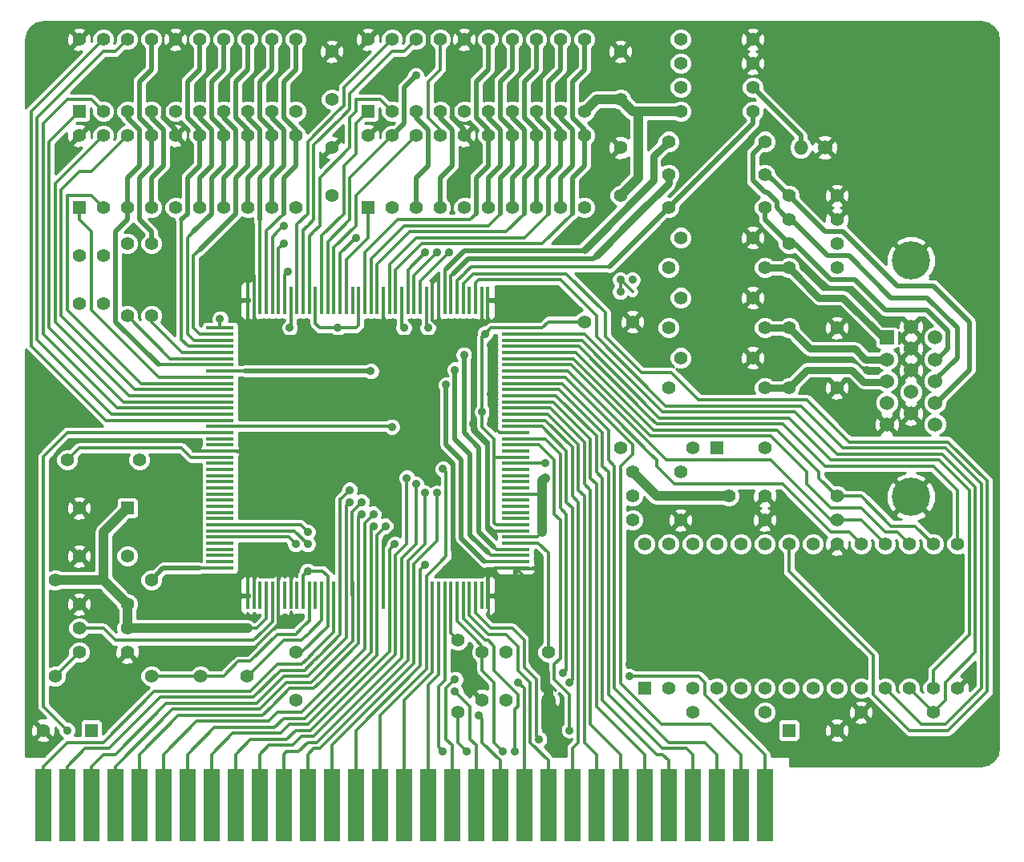
<source format=gtl>
G04 #@! TF.FileFunction,Copper,L1,Top,Signal*
%FSLAX46Y46*%
G04 Gerber Fmt 4.6, Leading zero omitted, Abs format (unit mm)*
G04 Created by KiCad (PCBNEW 4.0.2-stable) date 4/22/2016 8:04:33 PM*
%MOMM*%
G01*
G04 APERTURE LIST*
%ADD10C,0.150000*%
%ADD11R,1.397000X1.397000*%
%ADD12C,1.397000*%
%ADD13R,1.778000X7.620000*%
%ADD14C,4.048760*%
%ADD15R,1.524000X1.524000*%
%ADD16C,1.524000*%
%ADD17R,2.999740X0.350520*%
%ADD18R,0.350520X2.999740*%
%ADD19O,1.524000X1.524000*%
%ADD20C,0.889000*%
%ADD21C,0.368300*%
%ADD22C,1.016000*%
%ADD23C,0.508000*%
%ADD24C,0.505460*%
%ADD25C,0.762000*%
%ADD26C,1.524000*%
%ADD27C,0.254000*%
G04 APERTURE END LIST*
D10*
D11*
X167640000Y-118110000D03*
D12*
X170180000Y-118110000D03*
X172720000Y-118110000D03*
X175260000Y-118110000D03*
X177800000Y-118110000D03*
X180340000Y-118110000D03*
X182880000Y-118110000D03*
X185420000Y-118110000D03*
X187960000Y-118110000D03*
X190500000Y-118110000D03*
X193040000Y-118110000D03*
X195580000Y-118110000D03*
X198120000Y-118110000D03*
X200660000Y-118110000D03*
X200660000Y-102870000D03*
X198120000Y-102870000D03*
X195580000Y-102870000D03*
X193040000Y-102870000D03*
X190500000Y-102870000D03*
X187960000Y-102870000D03*
X185420000Y-102870000D03*
X182880000Y-102870000D03*
X180340000Y-102870000D03*
X177800000Y-102870000D03*
X175260000Y-102870000D03*
X172720000Y-102870000D03*
X170180000Y-102870000D03*
X167640000Y-102870000D03*
X113030000Y-78740000D03*
X113030000Y-71120000D03*
X171450000Y-52070000D03*
X179070000Y-52070000D03*
X179070000Y-57150000D03*
X171450000Y-57150000D03*
X180340000Y-120650000D03*
X172720000Y-120650000D03*
X171450000Y-54610000D03*
X179070000Y-54610000D03*
X165100000Y-92710000D03*
X172720000Y-92710000D03*
X171450000Y-70485000D03*
X179070000Y-70485000D03*
X171450000Y-76835000D03*
X179070000Y-76835000D03*
X171450000Y-83185000D03*
X179070000Y-83185000D03*
X147955000Y-120650000D03*
X147955000Y-113030000D03*
X115570000Y-78740000D03*
X115570000Y-71120000D03*
X198120000Y-120650000D03*
X190500000Y-120650000D03*
X187960000Y-97790000D03*
X180340000Y-97790000D03*
X187960000Y-100330000D03*
X180340000Y-100330000D03*
X171450000Y-49530000D03*
X179070000Y-49530000D03*
X106680000Y-93980000D03*
X114300000Y-93980000D03*
D11*
X138430000Y-57150000D03*
D12*
X140970000Y-57150000D03*
X143510000Y-57150000D03*
X146050000Y-57150000D03*
X148590000Y-57150000D03*
X151130000Y-57150000D03*
X153670000Y-57150000D03*
X156210000Y-57150000D03*
X158750000Y-57150000D03*
X161290000Y-57150000D03*
X161290000Y-49530000D03*
X158750000Y-49530000D03*
X156210000Y-49530000D03*
X153670000Y-49530000D03*
X151130000Y-49530000D03*
X148590000Y-49530000D03*
X146050000Y-49530000D03*
X143510000Y-49530000D03*
X140970000Y-49530000D03*
X138430000Y-49530000D03*
D11*
X107950000Y-57150000D03*
D12*
X110490000Y-57150000D03*
X113030000Y-57150000D03*
X115570000Y-57150000D03*
X118110000Y-57150000D03*
X120650000Y-57150000D03*
X123190000Y-57150000D03*
X125730000Y-57150000D03*
X128270000Y-57150000D03*
X130810000Y-57150000D03*
X130810000Y-49530000D03*
X128270000Y-49530000D03*
X125730000Y-49530000D03*
X123190000Y-49530000D03*
X120650000Y-49530000D03*
X118110000Y-49530000D03*
X115570000Y-49530000D03*
X113030000Y-49530000D03*
X110490000Y-49530000D03*
X107950000Y-49530000D03*
D11*
X138430000Y-67310000D03*
D12*
X140970000Y-67310000D03*
X143510000Y-67310000D03*
X146050000Y-67310000D03*
X148590000Y-67310000D03*
X151130000Y-67310000D03*
X153670000Y-67310000D03*
X156210000Y-67310000D03*
X158750000Y-67310000D03*
X161290000Y-67310000D03*
X161290000Y-59690000D03*
X158750000Y-59690000D03*
X156210000Y-59690000D03*
X153670000Y-59690000D03*
X151130000Y-59690000D03*
X148590000Y-59690000D03*
X146050000Y-59690000D03*
X143510000Y-59690000D03*
X140970000Y-59690000D03*
X138430000Y-59690000D03*
D11*
X107950000Y-67310000D03*
D12*
X110490000Y-67310000D03*
X113030000Y-67310000D03*
X115570000Y-67310000D03*
X118110000Y-67310000D03*
X120650000Y-67310000D03*
X123190000Y-67310000D03*
X125730000Y-67310000D03*
X128270000Y-67310000D03*
X130810000Y-67310000D03*
X130810000Y-59690000D03*
X128270000Y-59690000D03*
X125730000Y-59690000D03*
X123190000Y-59690000D03*
X120650000Y-59690000D03*
X118110000Y-59690000D03*
X115570000Y-59690000D03*
X113030000Y-59690000D03*
X110490000Y-59690000D03*
X107950000Y-59690000D03*
D11*
X113030000Y-99060000D03*
D12*
X107950000Y-99060000D03*
X161290000Y-79375000D03*
X166370000Y-79375000D03*
X166370000Y-100330000D03*
X171450000Y-100330000D03*
X165100000Y-66040000D03*
X165100000Y-60960000D03*
X134620000Y-66040000D03*
X134620000Y-60960000D03*
X134620000Y-55880000D03*
X134620000Y-50800000D03*
X113030000Y-104140000D03*
X107950000Y-104140000D03*
X113030000Y-109220000D03*
X107950000Y-109220000D03*
X166370000Y-95250000D03*
X171450000Y-95250000D03*
X107950000Y-114300000D03*
X113030000Y-114300000D03*
X113030000Y-111760000D03*
X107950000Y-111760000D03*
X182880000Y-71120000D03*
X187960000Y-71120000D03*
X157480000Y-114300000D03*
X157480000Y-119380000D03*
X153035000Y-114300000D03*
X153035000Y-119380000D03*
X150495000Y-114300000D03*
X150495000Y-119380000D03*
X107950000Y-72390000D03*
X107950000Y-77470000D03*
X110490000Y-72390000D03*
X110490000Y-77470000D03*
X182880000Y-73660000D03*
X187960000Y-73660000D03*
X182880000Y-86360000D03*
X187960000Y-86360000D03*
D13*
X180340000Y-130492500D03*
X177800000Y-130492500D03*
X175260000Y-130492500D03*
X172720000Y-130492500D03*
X170180000Y-130492500D03*
X167640000Y-130492500D03*
X165100000Y-130492500D03*
X162560000Y-130492500D03*
X160020000Y-130492500D03*
X157480000Y-130492500D03*
X154940000Y-130492500D03*
X152400000Y-130492500D03*
X149860000Y-130492500D03*
X147320000Y-130492500D03*
X144780000Y-130492500D03*
X142240000Y-130492500D03*
X139700000Y-130492500D03*
X137160000Y-130492500D03*
X134620000Y-130492500D03*
X132080000Y-130492500D03*
X129540000Y-130492500D03*
X127000000Y-130492500D03*
X124460000Y-130492500D03*
X121920000Y-130492500D03*
X119380000Y-130492500D03*
X116840000Y-130492500D03*
X114300000Y-130492500D03*
X111760000Y-130492500D03*
X109220000Y-130492500D03*
X106680000Y-130492500D03*
X104140000Y-130492500D03*
D14*
X195765420Y-97889060D03*
X195765420Y-72900540D03*
D15*
X193225420Y-81053940D03*
D16*
X193225420Y-83345020D03*
X193225420Y-85643720D03*
X193225420Y-87934800D03*
X193225420Y-90225880D03*
X195765420Y-86789260D03*
X195765420Y-84500720D03*
X195765420Y-82209640D03*
X195765420Y-79918560D03*
X195765420Y-89080340D03*
X198305420Y-81053940D03*
X198305420Y-83345020D03*
X198305420Y-85643720D03*
X198305420Y-87934800D03*
X198305420Y-90225880D03*
D17*
X154030680Y-105384600D03*
X154030680Y-104734360D03*
X154030680Y-104084120D03*
X154030680Y-103433880D03*
X154030680Y-102783640D03*
X154030680Y-102133400D03*
X154030680Y-101483160D03*
X154030680Y-100835460D03*
X154030680Y-100185220D03*
X154030680Y-99534980D03*
X154030680Y-98884740D03*
X154030680Y-98234500D03*
X154030680Y-97584260D03*
X154030680Y-96934020D03*
X154030680Y-96283780D03*
X154030680Y-95633540D03*
X154030680Y-94983300D03*
X154030680Y-94333060D03*
X154030680Y-93685360D03*
X154030680Y-93035120D03*
X154030680Y-92384880D03*
X154030680Y-91734640D03*
X154030680Y-91084400D03*
X154030680Y-90434160D03*
X154030680Y-89783920D03*
X154030680Y-89133680D03*
X154030680Y-88483440D03*
X154030680Y-87833200D03*
X154030680Y-87185500D03*
X154030680Y-86535260D03*
X154030680Y-85885020D03*
X154030680Y-85234780D03*
X154030680Y-84584540D03*
X154030680Y-83934300D03*
X154030680Y-83284060D03*
X154030680Y-82633820D03*
X154030680Y-81983580D03*
X154030680Y-81333340D03*
X154030680Y-80683100D03*
X154030680Y-80035400D03*
X122829320Y-80035400D03*
X122829320Y-80685640D03*
X122829320Y-81335880D03*
X122829320Y-81986120D03*
X122829320Y-82636360D03*
X122829320Y-83284060D03*
X122829320Y-83934300D03*
X122829320Y-84584540D03*
X122829320Y-85234780D03*
X122829320Y-85885020D03*
X122829320Y-86535260D03*
X122829320Y-87185500D03*
X122829320Y-87835740D03*
X122829320Y-88485980D03*
X122829320Y-89136220D03*
X122829320Y-89783920D03*
X122829320Y-90434160D03*
X122829320Y-91084400D03*
X122829320Y-91734640D03*
X122829320Y-92384880D03*
X122829320Y-93035120D03*
X122829320Y-93685360D03*
X122829320Y-94335600D03*
X122829320Y-94985840D03*
X122829320Y-95636080D03*
X122829320Y-96286320D03*
X122829320Y-96934020D03*
X122829320Y-97584260D03*
X122829320Y-98234500D03*
X122829320Y-98884740D03*
X122829320Y-99534980D03*
X122829320Y-100185220D03*
X122829320Y-100835460D03*
X122829320Y-101485700D03*
X122829320Y-102135940D03*
X122829320Y-102786180D03*
X122829320Y-103433880D03*
X122829320Y-104084120D03*
X122829320Y-104734360D03*
X122829320Y-105384600D03*
D18*
X138104880Y-77109320D03*
X137454640Y-77109320D03*
X136804400Y-77109320D03*
X136154160Y-77109320D03*
X135503920Y-77109320D03*
X134853680Y-77109320D03*
X134205980Y-77109320D03*
X133555740Y-77109320D03*
X132905500Y-77109320D03*
X132255260Y-77109320D03*
X131605020Y-77109320D03*
X130954780Y-77109320D03*
X130304540Y-77109320D03*
X129654300Y-77109320D03*
X129004060Y-77109320D03*
X128353820Y-77109320D03*
X127706120Y-77109320D03*
X127055880Y-77109320D03*
X126405640Y-77109320D03*
X125755400Y-77109320D03*
X151104600Y-77109320D03*
X150454360Y-77109320D03*
X149804120Y-77109320D03*
X149153880Y-77109320D03*
X148506180Y-77109320D03*
X147855940Y-77109320D03*
X147205700Y-77109320D03*
X146555460Y-77109320D03*
X145905220Y-77109320D03*
X145254980Y-77109320D03*
X144604740Y-77109320D03*
X143954500Y-77109320D03*
X143304260Y-77109320D03*
X142654020Y-77109320D03*
X142006320Y-77109320D03*
X141356080Y-77109320D03*
X140705840Y-77109320D03*
X140055600Y-77109320D03*
X139405360Y-77109320D03*
X125755400Y-108310680D03*
X126405640Y-108310680D03*
X127055880Y-108310680D03*
X127706120Y-108310680D03*
X128353820Y-108310680D03*
X129004060Y-108310680D03*
X129654300Y-108310680D03*
X130304540Y-108310680D03*
X130954780Y-108310680D03*
X131605020Y-108310680D03*
X132255260Y-108310680D03*
X132905500Y-108310680D03*
X133555740Y-108310680D03*
X134205980Y-108310680D03*
X134853680Y-108310680D03*
X135503920Y-108310680D03*
X136154160Y-108310680D03*
X136804400Y-108310680D03*
X137454640Y-108310680D03*
X138104880Y-108310680D03*
X138755120Y-108310680D03*
X139405360Y-108310680D03*
X140055600Y-108310680D03*
X140705840Y-108310680D03*
X141356080Y-108310680D03*
X142003780Y-108310680D03*
X142654020Y-108310680D03*
X143304260Y-108310680D03*
X143954500Y-108310680D03*
X144604740Y-108310680D03*
X145254980Y-108310680D03*
X145905220Y-108310680D03*
X146555460Y-108310680D03*
X147205700Y-108310680D03*
X147855940Y-108310680D03*
X148503640Y-108310680D03*
X149153880Y-108310680D03*
X149804120Y-108310680D03*
X150454360Y-108310680D03*
X151104600Y-108310680D03*
X138755120Y-77109320D03*
D12*
X125630940Y-116840000D03*
X120749060Y-116840000D03*
X165100000Y-55880000D03*
X165100000Y-50800000D03*
X130810000Y-114300000D03*
X130810000Y-119380000D03*
D11*
X109220000Y-122555000D03*
D12*
X104140000Y-122555000D03*
D11*
X182880000Y-122555000D03*
D12*
X187960000Y-122555000D03*
D11*
X175260000Y-92710000D03*
D12*
X180340000Y-92710000D03*
X182880000Y-80010000D03*
X187960000Y-80010000D03*
X182880000Y-68580000D03*
X187960000Y-68580000D03*
X182880000Y-66040000D03*
X187960000Y-66040000D03*
D19*
X184150000Y-60960000D03*
D16*
X186690000Y-60960000D03*
D12*
X170180000Y-73660000D03*
X180340000Y-73660000D03*
X170180000Y-80010000D03*
X180340000Y-80010000D03*
X170180000Y-86360000D03*
X180340000Y-86360000D03*
X180340000Y-60325000D03*
X170180000Y-60325000D03*
X180340000Y-63817500D03*
X170180000Y-63817500D03*
X180340000Y-67310000D03*
X170180000Y-67310000D03*
X115570000Y-106680000D03*
X105410000Y-106680000D03*
X105410000Y-116840000D03*
X115570000Y-116840000D03*
X166370000Y-97790000D03*
X176530000Y-97790000D03*
D20*
X166370000Y-74930000D03*
X165100000Y-74930000D03*
X165100000Y-76200000D03*
X136525000Y-97155000D03*
X143510000Y-96520000D03*
X144462500Y-97472500D03*
X145732500Y-97472500D03*
X144462500Y-105092500D03*
X146367500Y-94932500D03*
X132080000Y-101600000D03*
X147637500Y-117157500D03*
X132080000Y-102870000D03*
X147637500Y-118427500D03*
X150177500Y-120967500D03*
X130810000Y-102870000D03*
X136525000Y-98425000D03*
X137795000Y-98425000D03*
X137795000Y-99695000D03*
X139065000Y-99695000D03*
X139065000Y-100965000D03*
X140335000Y-100965000D03*
X141287500Y-102870000D03*
X142557500Y-95885000D03*
X159067500Y-116522500D03*
X154305000Y-117475000D03*
X159702500Y-122555000D03*
X157162500Y-95885000D03*
X146685000Y-86042500D03*
X147637500Y-84455000D03*
X147002500Y-72072500D03*
X145732500Y-72072500D03*
X144462500Y-72072500D03*
X142240000Y-80010000D03*
X130175000Y-80010000D03*
X129984500Y-74104500D03*
X129540000Y-71120000D03*
X129540000Y-69215000D03*
X137160000Y-70485000D03*
X143510000Y-53340000D03*
X106680000Y-122555000D03*
X148590000Y-82867500D03*
X140970000Y-90487500D03*
X146367500Y-124777500D03*
X148907500Y-124777500D03*
X152717500Y-124777500D03*
X153987500Y-124777500D03*
X166052500Y-116840000D03*
X159702500Y-117475000D03*
X156527500Y-123507500D03*
X138747500Y-84584540D03*
X146050000Y-84455000D03*
X151447500Y-90170000D03*
X158115000Y-123825000D03*
X196850000Y-116840000D03*
X149542500Y-90170000D03*
X106680000Y-119380000D03*
X151447500Y-87058500D03*
X169862500Y-82550000D03*
X151447500Y-81851500D03*
X169862500Y-83820000D03*
X168592500Y-83820000D03*
X203200000Y-50800000D03*
X107950000Y-119380000D03*
X132397500Y-100012500D03*
X155257500Y-106680000D03*
X105410000Y-89852500D03*
X147320000Y-55880000D03*
X196850000Y-104140000D03*
X166052500Y-115570000D03*
X133667500Y-100012500D03*
X133667500Y-101282500D03*
X155892500Y-115252500D03*
X203200000Y-123190000D03*
X194310000Y-110490000D03*
X194310000Y-104140000D03*
X203200000Y-52070000D03*
X196850000Y-110490000D03*
X114300000Y-74930000D03*
X115570000Y-74930000D03*
X201930000Y-50800000D03*
X111760000Y-58420000D03*
X107950000Y-118110000D03*
X106680000Y-89852500D03*
X141605000Y-53340000D03*
X129222500Y-111442500D03*
X203200000Y-124460000D03*
X191135000Y-81597500D03*
X194310000Y-116840000D03*
X201930000Y-124460000D03*
X191135000Y-84455000D03*
X157162500Y-94297500D03*
X150812500Y-80645000D03*
X150495000Y-88900000D03*
X144780000Y-80010000D03*
X132080000Y-105727500D03*
X122829320Y-79057500D03*
X135255000Y-80010000D03*
D21*
X165100000Y-74930000D02*
X165100000Y-76200000D01*
X166370000Y-76200000D02*
X165100000Y-74930000D01*
X126047500Y-118427500D02*
X128905000Y-115570000D01*
X115887500Y-118427500D02*
X125412500Y-118427500D01*
X132080000Y-114935000D02*
X132715000Y-114300000D01*
X134853680Y-108310680D02*
X134853680Y-110172500D01*
X106680000Y-123825000D02*
X110490000Y-123825000D01*
X110490000Y-123825000D02*
X115887500Y-118427500D01*
X134853680Y-112161320D02*
X132715000Y-114300000D01*
X104140000Y-126365000D02*
X104140000Y-130492500D01*
X125412500Y-118427500D02*
X126047500Y-118427500D01*
X131445000Y-115570000D02*
X128905000Y-115570000D01*
X104140000Y-126365000D02*
X106680000Y-123825000D01*
X132080000Y-114935000D02*
X131445000Y-115570000D01*
X134853680Y-110172500D02*
X134853680Y-112161320D01*
X131445000Y-116199920D02*
X131445000Y-116205000D01*
X135503920Y-108310680D02*
X135503920Y-112463580D01*
X126365000Y-119062500D02*
X129222500Y-116205000D01*
X135503920Y-111125000D02*
X135503920Y-111130080D01*
X135524240Y-108310680D02*
X135503920Y-108310680D01*
X116522500Y-119062500D02*
X125730000Y-119062500D01*
X106680000Y-126365000D02*
X106680000Y-130492500D01*
X135524240Y-98107500D02*
X135572500Y-98107500D01*
X108585000Y-124460000D02*
X111125000Y-124460000D01*
X135503920Y-108310680D02*
X135503920Y-111125000D01*
X131767580Y-116199920D02*
X131445000Y-116199920D01*
X125730000Y-119062500D02*
X126365000Y-119062500D01*
X132715000Y-115252500D02*
X133350000Y-114617500D01*
X106680000Y-126365000D02*
X108585000Y-124460000D01*
X135524240Y-100378260D02*
X135524240Y-98107500D01*
X135503920Y-112463580D02*
X133350000Y-114617500D01*
X132715000Y-115252500D02*
X131767580Y-116199920D01*
X135572500Y-98107500D02*
X136525000Y-97155000D01*
X131445000Y-116205000D02*
X129222500Y-116205000D01*
X135524240Y-100378260D02*
X135524240Y-108310680D01*
X111125000Y-124460000D02*
X116522500Y-119062500D01*
X143510000Y-97155000D02*
X143510000Y-96520000D01*
X129540000Y-125095000D02*
X129540000Y-130492500D01*
X142003780Y-108310680D02*
X142003780Y-114617500D01*
X133037580Y-123819920D02*
X132085080Y-123819920D01*
X131127500Y-124777500D02*
X132085080Y-123819920D01*
X142003780Y-114617500D02*
X142003780Y-114853720D01*
X142003780Y-104775000D02*
X142003780Y-104376220D01*
X129857500Y-124777500D02*
X131127500Y-124777500D01*
X142003780Y-108310680D02*
X142003780Y-104775000D01*
X143510000Y-102870000D02*
X143510000Y-97155000D01*
X129857500Y-124777500D02*
X129540000Y-125095000D01*
X142003780Y-104376220D02*
X143510000Y-102870000D01*
X142003780Y-114853720D02*
X133037580Y-123819920D01*
X142654020Y-104775000D02*
X142654020Y-104678480D01*
X132715000Y-124460000D02*
X132080000Y-125095000D01*
X142654020Y-113982500D02*
X142654020Y-114300000D01*
X132080000Y-125095000D02*
X132080000Y-130492500D01*
X143510000Y-103822500D02*
X144462500Y-102870000D01*
X144462500Y-102870000D02*
X144462500Y-97472500D01*
X142654020Y-108310680D02*
X142654020Y-104775000D01*
X142654020Y-114300000D02*
X142654020Y-115155980D01*
X133350000Y-124460000D02*
X132715000Y-124460000D01*
X142654020Y-115155980D02*
X133350000Y-124460000D01*
X142654020Y-104678480D02*
X143510000Y-103822500D01*
X142654020Y-108310680D02*
X142654020Y-113982500D01*
X143304260Y-104980740D02*
X144145000Y-104140000D01*
X143304260Y-113347500D02*
X143304260Y-115458240D01*
X145732500Y-102552500D02*
X145415000Y-102870000D01*
X134620000Y-130492500D02*
X134620000Y-125730000D01*
X134620000Y-124142500D02*
X134620000Y-125730000D01*
X143304260Y-115458240D02*
X134620000Y-124142500D01*
X143304260Y-105410000D02*
X143304260Y-104980740D01*
X143304260Y-113347500D02*
X143304260Y-108310680D01*
X145732500Y-102552500D02*
X145732500Y-97472500D01*
X144145000Y-104140000D02*
X145415000Y-102870000D01*
X143304260Y-106045000D02*
X143304260Y-108310680D01*
X143304260Y-106045000D02*
X143304260Y-105410000D01*
X144145000Y-105410000D02*
X144462500Y-105092500D01*
X143954500Y-108310680D02*
X143954500Y-114300000D01*
X137160000Y-125095000D02*
X137160000Y-130492500D01*
X143954500Y-108310680D02*
X143954500Y-105600500D01*
X143954500Y-114300000D02*
X143954500Y-115760500D01*
X143954500Y-115760500D02*
X137160000Y-122555000D01*
X137160000Y-122555000D02*
X137160000Y-125095000D01*
X143954500Y-105600500D02*
X144145000Y-105410000D01*
X146685000Y-95250000D02*
X146367500Y-94932500D01*
X139700000Y-125095000D02*
X139700000Y-123825000D01*
X146050000Y-104775000D02*
X146685000Y-104140000D01*
X139700000Y-125095000D02*
X139700000Y-130492500D01*
X144604740Y-106220260D02*
X144780000Y-106045000D01*
X144604740Y-116062760D02*
X139700000Y-120967500D01*
X144780000Y-106045000D02*
X146050000Y-104775000D01*
X139700000Y-120967500D02*
X139700000Y-123825000D01*
X144604740Y-108310680D02*
X144604740Y-115252500D01*
X144604740Y-115252500D02*
X144604740Y-116062760D01*
X146685000Y-104140000D02*
X146685000Y-95250000D01*
X144604740Y-108310680D02*
X144604740Y-106220260D01*
X145254980Y-116365020D02*
X142240000Y-119380000D01*
X145254980Y-108310680D02*
X145254980Y-113982500D01*
X142240000Y-119380000D02*
X142240000Y-130492500D01*
X145254980Y-113982500D02*
X145254980Y-116365020D01*
X144780000Y-125095000D02*
X144780000Y-124460000D01*
X144780000Y-117792500D02*
X145905220Y-116667280D01*
X144780000Y-124460000D02*
X144780000Y-121285000D01*
X144780000Y-125095000D02*
X144780000Y-130492500D01*
X145905220Y-108310680D02*
X145905220Y-116667280D01*
X144780000Y-121285000D02*
X144780000Y-117792500D01*
X147320000Y-130492500D02*
X147320000Y-124142500D01*
X132080000Y-101600000D02*
X131315460Y-100835460D01*
X122829320Y-100835460D02*
X131315460Y-100835460D01*
X146685000Y-118110000D02*
X147637500Y-117157500D01*
X147320000Y-124142500D02*
X146685000Y-123507500D01*
X146685000Y-123507500D02*
X146685000Y-118110000D01*
X149225000Y-123507500D02*
X149225000Y-120015000D01*
X130695700Y-101485700D02*
X122829320Y-101485700D01*
X132080000Y-102870000D02*
X130695700Y-101485700D01*
X149860000Y-124142500D02*
X149225000Y-123507500D01*
X149860000Y-130492500D02*
X149860000Y-124142500D01*
X149225000Y-120015000D02*
X147637500Y-118427500D01*
X150495000Y-121285000D02*
X150177500Y-120967500D01*
X122829320Y-102135940D02*
X122829320Y-102115620D01*
X152400000Y-125730000D02*
X150495000Y-123825000D01*
X122829320Y-102115620D02*
X122829320Y-102135940D01*
X152400000Y-130492500D02*
X152400000Y-125730000D01*
X130810000Y-102870000D02*
X130055620Y-102115620D01*
X150495000Y-123825000D02*
X150495000Y-121285000D01*
X130055620Y-102115620D02*
X122829320Y-102115620D01*
X129534920Y-116840000D02*
X129534920Y-116834920D01*
X136154160Y-98795840D02*
X136525000Y-98425000D01*
X136154160Y-99377500D02*
X136154160Y-98795840D01*
X136154160Y-100700840D02*
X136154160Y-108310680D01*
X136154160Y-112765840D02*
X132080000Y-116840000D01*
X110490000Y-125095000D02*
X111760000Y-125095000D01*
X117157500Y-119697500D02*
X125412500Y-119697500D01*
X136154160Y-108310680D02*
X136154160Y-110172500D01*
X125412500Y-119697500D02*
X126677420Y-119697500D01*
X136154160Y-110172500D02*
X136154160Y-112765840D01*
X132080000Y-116840000D02*
X129534920Y-116840000D01*
X126677420Y-119697500D02*
X129534920Y-116840000D01*
X109220000Y-126365000D02*
X109220000Y-130492500D01*
X129534920Y-116834920D02*
X129534920Y-116840000D01*
X109220000Y-126365000D02*
X110490000Y-125095000D01*
X136154160Y-100700840D02*
X136154160Y-99377500D01*
X111760000Y-125095000D02*
X117157500Y-119697500D01*
X132402580Y-117469920D02*
X130492500Y-117469920D01*
X111760000Y-126359920D02*
X117789960Y-120329960D01*
X136784080Y-100012500D02*
X136784080Y-99435920D01*
X130492500Y-117469920D02*
X130492500Y-117475000D01*
X117789960Y-120329960D02*
X127002540Y-120329960D01*
X136804400Y-111760000D02*
X136804400Y-112712500D01*
X111760000Y-130492500D02*
X111760000Y-126365000D01*
X127002540Y-120329960D02*
X129857500Y-117475000D01*
X111760000Y-126365000D02*
X111760000Y-126359920D01*
X136804400Y-113068100D02*
X132402580Y-117469920D01*
X136804400Y-108310680D02*
X136804400Y-111760000D01*
X136784080Y-101023420D02*
X136784080Y-100012500D01*
X136784080Y-101023420D02*
X136784080Y-108310680D01*
X136804400Y-112712500D02*
X136804400Y-113068100D01*
X130492500Y-117475000D02*
X129857500Y-117475000D01*
X136784080Y-99435920D02*
X137795000Y-98425000D01*
X136804400Y-108310680D02*
X136784080Y-108310680D01*
X137454640Y-108310680D02*
X137454640Y-112712500D01*
X128270000Y-120015000D02*
X130175000Y-118110000D01*
X137454640Y-112712500D02*
X137454640Y-113370360D01*
X137454640Y-113370360D02*
X133350000Y-117475000D01*
X137474960Y-101600000D02*
X137474960Y-100647500D01*
X114300000Y-125095000D02*
X114300000Y-130492500D01*
X137474960Y-100647500D02*
X137474960Y-100015040D01*
X137474960Y-101600000D02*
X137474960Y-108310680D01*
X127317500Y-120967500D02*
X128270000Y-120015000D01*
X132715000Y-118110000D02*
X130175000Y-118110000D01*
X133350000Y-117475000D02*
X132715000Y-118110000D01*
X137454640Y-108310680D02*
X137474960Y-108310680D01*
X137474960Y-100015040D02*
X137795000Y-99695000D01*
X118427500Y-120967500D02*
X114300000Y-125095000D01*
X118427500Y-120967500D02*
X127317500Y-120967500D01*
X127952500Y-121602500D02*
X128905000Y-120650000D01*
X138104880Y-112395000D02*
X138104880Y-113990120D01*
X120332500Y-121602500D02*
X127952500Y-121602500D01*
X138104880Y-102235000D02*
X138104880Y-100647500D01*
X138112500Y-100647500D02*
X139065000Y-99695000D01*
X138104880Y-113990120D02*
X131445000Y-120650000D01*
X138104880Y-100647500D02*
X138112500Y-100647500D01*
X138104880Y-108310680D02*
X138104880Y-112395000D01*
X131445000Y-120650000D02*
X128905000Y-120650000D01*
X116840000Y-125095000D02*
X116840000Y-130492500D01*
X120332500Y-121602500D02*
X116840000Y-125095000D01*
X138104880Y-102235000D02*
X138104880Y-108310680D01*
X138755120Y-114292380D02*
X131767580Y-121279920D01*
X138755120Y-108310680D02*
X138755120Y-114292380D01*
X138755120Y-101274880D02*
X139065000Y-100965000D01*
X129540000Y-121279920D02*
X129540000Y-121285000D01*
X122237500Y-122237500D02*
X128587500Y-122237500D01*
X138755120Y-102235000D02*
X138755120Y-102227380D01*
X138755120Y-102870000D02*
X138755120Y-102235000D01*
X129540000Y-121285000D02*
X129540000Y-121285000D01*
X138755120Y-101282500D02*
X138755120Y-102870000D01*
X131767580Y-121279920D02*
X129540000Y-121279920D01*
X138755120Y-101282500D02*
X138755120Y-101274880D01*
X119380000Y-130492500D02*
X119380000Y-125095000D01*
X122237500Y-122237500D02*
X119380000Y-125095000D01*
X138755120Y-108310680D02*
X138755120Y-102870000D01*
X128587500Y-122237500D02*
X129540000Y-121285000D01*
X130175000Y-121920000D02*
X130175000Y-121920000D01*
X139405360Y-102552500D02*
X139405360Y-102529640D01*
X124142500Y-122872500D02*
X129222500Y-122872500D01*
X130175000Y-121909840D02*
X130175000Y-121920000D01*
X132090160Y-121909840D02*
X130175000Y-121909840D01*
X139405360Y-114594640D02*
X132090160Y-121909840D01*
X139405360Y-113982500D02*
X139405360Y-114594640D01*
X139405360Y-102235000D02*
X139405360Y-101894640D01*
X139405360Y-101894640D02*
X140335000Y-100965000D01*
X129222500Y-122872500D02*
X130175000Y-121920000D01*
X139405360Y-113347500D02*
X139405360Y-113982500D01*
X139405360Y-102870000D02*
X139405360Y-102552500D01*
X139405360Y-108310680D02*
X139405360Y-113347500D01*
X139405360Y-108310680D02*
X139405360Y-102870000D01*
X124142500Y-122872500D02*
X121920000Y-125095000D01*
X139405360Y-102235000D02*
X139405360Y-102212140D01*
X139405360Y-102552500D02*
X139405360Y-102235000D01*
X121920000Y-125095000D02*
X121920000Y-130492500D01*
X140705840Y-113665000D02*
X140705840Y-114246660D01*
X140705840Y-108310680D02*
X140705840Y-113665000D01*
X124460000Y-125095000D02*
X124460000Y-130492500D01*
X132397500Y-122555000D02*
X132397500Y-122560080D01*
X140705840Y-108310680D02*
X140705840Y-105410000D01*
X126047500Y-123507500D02*
X129857500Y-123507500D01*
X140705840Y-105410000D02*
X140705840Y-103451660D01*
X132397500Y-122560080D02*
X132397500Y-122555000D01*
X140705840Y-103451660D02*
X141287500Y-102870000D01*
X129857500Y-123507500D02*
X130810000Y-122555000D01*
X140705840Y-114246660D02*
X132397500Y-122555000D01*
X126047500Y-123507500D02*
X124460000Y-125095000D01*
X132397500Y-122555000D02*
X130810000Y-122555000D01*
X127000000Y-125095000D02*
X127000000Y-130492500D01*
X130492500Y-124142500D02*
X131445000Y-123190000D01*
X141356080Y-114548920D02*
X141287500Y-114617500D01*
X141356080Y-105727500D02*
X141356080Y-104071420D01*
X141356080Y-108310680D02*
X141356080Y-114548920D01*
X141356080Y-104071420D02*
X142557500Y-102870000D01*
X141356080Y-105727500D02*
X141356080Y-108310680D01*
X142557500Y-96202500D02*
X142557500Y-96520000D01*
X142557500Y-102870000D02*
X142557500Y-96520000D01*
X142557500Y-96202500D02*
X142557500Y-95885000D01*
X127952500Y-124142500D02*
X130492500Y-124142500D01*
X127952500Y-124142500D02*
X127000000Y-125095000D01*
X132715000Y-123190000D02*
X131445000Y-123190000D01*
X141287500Y-114617500D02*
X132715000Y-123190000D01*
X158747460Y-99057460D02*
X159385000Y-99695000D01*
X157139640Y-91734640D02*
X158750000Y-93345000D01*
X158747460Y-93342460D02*
X158750000Y-93345000D01*
X158747460Y-99057460D02*
X158750000Y-99054920D01*
X154030680Y-91734640D02*
X155892500Y-91734640D01*
X159067500Y-116522500D02*
X159385000Y-116205000D01*
X155892500Y-91734640D02*
X156187140Y-91734640D01*
X154940000Y-118427500D02*
X154940000Y-130492500D01*
X158747460Y-97790000D02*
X158747460Y-93342460D01*
X158747460Y-99057460D02*
X158747460Y-97790000D01*
X156210000Y-91734640D02*
X155892500Y-91734640D01*
X159385000Y-116205000D02*
X159385000Y-99695000D01*
X154940000Y-118110000D02*
X154305000Y-117475000D01*
X154940000Y-118427500D02*
X154940000Y-118110000D01*
X156210000Y-91734640D02*
X157139640Y-91734640D01*
X158750000Y-99054920D02*
X158750000Y-99060000D01*
X154030680Y-92384880D02*
X155575000Y-92384880D01*
X155575000Y-92384880D02*
X155892500Y-92384880D01*
X156522420Y-92387420D02*
X155892500Y-92387420D01*
X156522420Y-92387420D02*
X156524960Y-92387420D01*
X158750000Y-100330000D02*
X158117540Y-99697540D01*
X158117540Y-93980000D02*
X158117540Y-99697540D01*
X158750000Y-114935000D02*
X158115000Y-115570000D01*
X156524960Y-92387420D02*
X158117540Y-93980000D01*
X159702500Y-122555000D02*
X159702500Y-118745000D01*
X155892500Y-92384880D02*
X155892500Y-92387420D01*
X159702500Y-118745000D02*
X158115000Y-117157500D01*
X158115000Y-115570000D02*
X158115000Y-117157500D01*
X158750000Y-114935000D02*
X158750000Y-100330000D01*
D22*
X110490000Y-106680000D02*
X105410000Y-106680000D01*
D21*
X126682500Y-111760000D02*
X125730000Y-111760000D01*
D22*
X110490000Y-106680000D02*
X110490000Y-101600000D01*
D21*
X127706120Y-110736380D02*
X127706120Y-108310680D01*
D22*
X113030000Y-111760000D02*
X113030000Y-109220000D01*
X113030000Y-109220000D02*
X110490000Y-106680000D01*
D21*
X110490000Y-101600000D02*
X113030000Y-99060000D01*
X127706120Y-110736380D02*
X126682500Y-111760000D01*
X105410000Y-106680000D02*
X110490000Y-106680000D01*
X113030000Y-111760000D02*
X113030000Y-109220000D01*
D22*
X113030000Y-111760000D02*
X125730000Y-111760000D01*
X110490000Y-101600000D02*
X113030000Y-99060000D01*
D21*
X156845000Y-101600000D02*
X156845000Y-100965000D01*
X156845000Y-100330000D02*
X156845000Y-100647500D01*
X156311600Y-102133400D02*
X154030680Y-102133400D01*
X156845000Y-97472500D02*
X156733240Y-97584260D01*
X156311600Y-102133400D02*
X156845000Y-101600000D01*
X156845000Y-97472500D02*
X156845000Y-96202500D01*
X156845000Y-100647500D02*
X156845000Y-97472500D01*
X156845000Y-100647500D02*
X156845000Y-100965000D01*
D22*
X176530000Y-97790000D02*
X168910000Y-97790000D01*
X156845000Y-96202500D02*
X156845000Y-101600000D01*
D21*
X156733240Y-97584260D02*
X154030680Y-97584260D01*
D22*
X168910000Y-97790000D02*
X166370000Y-95250000D01*
X157162500Y-95885000D02*
X156845000Y-96202500D01*
D23*
X148272500Y-93980000D02*
X146685000Y-92392500D01*
X148272500Y-101282500D02*
X148272500Y-93980000D01*
D24*
X146685000Y-92392500D02*
X146685000Y-86042500D01*
D23*
X150771860Y-104734360D02*
X148272500Y-102235000D01*
X148272500Y-102235000D02*
X148272500Y-101282500D01*
D21*
X154030680Y-104734360D02*
X151765000Y-104734360D01*
X151765000Y-104734360D02*
X150771860Y-104734360D01*
D25*
X190817500Y-85725000D02*
X189547500Y-84455000D01*
X193144140Y-85725000D02*
X190817500Y-85725000D01*
X182880000Y-86360000D02*
X180340000Y-86360000D01*
X184785000Y-84455000D02*
X182880000Y-86360000D01*
X189547500Y-84455000D02*
X184785000Y-84455000D01*
X193225420Y-85643720D02*
X193144140Y-85725000D01*
D21*
X160655000Y-123825000D02*
X160655000Y-98430080D01*
X160655000Y-98425000D02*
X160660080Y-98430080D01*
X160020000Y-125095000D02*
X160020000Y-124460000D01*
X160655000Y-98430080D02*
X160660080Y-98425000D01*
X156210000Y-89783920D02*
X157157420Y-89783920D01*
X157157420Y-89783920D02*
X160020000Y-92646500D01*
X160020000Y-97790000D02*
X160020000Y-93345000D01*
X160660080Y-98430080D02*
X160020000Y-97790000D01*
X160660080Y-98425000D02*
X160660080Y-98430080D01*
X160020000Y-130492500D02*
X160020000Y-125095000D01*
X160020000Y-92646500D02*
X160020000Y-93345000D01*
X160020000Y-124460000D02*
X160655000Y-123825000D01*
X156210000Y-89783920D02*
X154030680Y-89783920D01*
X160649920Y-97149920D02*
X160649920Y-93345000D01*
X162560000Y-125095000D02*
X161290000Y-123825000D01*
X154030680Y-89133680D02*
X156210000Y-89133680D01*
X157396180Y-89133680D02*
X160649920Y-92387420D01*
X156210000Y-89133680D02*
X157396180Y-89133680D01*
X162560000Y-130492500D02*
X162560000Y-125095000D01*
X161290000Y-97790000D02*
X160649920Y-97149920D01*
X160649920Y-92387420D02*
X160649920Y-93345000D01*
X161290000Y-123825000D02*
X161290000Y-97790000D01*
X161925000Y-121925080D02*
X161925000Y-97155000D01*
X165100000Y-125095000D02*
X165100000Y-130492500D01*
X161279840Y-93980000D02*
X161279840Y-96509840D01*
X161925000Y-121925080D02*
X161919920Y-121925080D01*
X165100000Y-125095000D02*
X165094920Y-125095000D01*
X161279840Y-92064840D02*
X161279840Y-93980000D01*
X161919920Y-121925080D02*
X161925000Y-121925080D01*
X157698440Y-88483440D02*
X161279840Y-92064840D01*
X156527500Y-88483440D02*
X157698440Y-88483440D01*
X154030680Y-88483440D02*
X156527500Y-88483440D01*
X161925000Y-97155000D02*
X161279840Y-96509840D01*
X165094920Y-125095000D02*
X161925000Y-121925080D01*
X158000700Y-87833200D02*
X161909760Y-91742260D01*
X162560000Y-120009920D02*
X162554920Y-120015000D01*
X161909760Y-92710000D02*
X161925000Y-92710000D01*
X162554920Y-120009920D02*
X162560000Y-120015000D01*
X161909760Y-91742260D02*
X161909760Y-92710000D01*
X161925000Y-95885000D02*
X161925000Y-92710000D01*
X154030680Y-87833200D02*
X156527500Y-87833200D01*
X162554920Y-120015000D02*
X162554920Y-120009920D01*
X167640000Y-125730000D02*
X167640000Y-125095000D01*
X167640000Y-125730000D02*
X167640000Y-130492500D01*
X161925000Y-95885000D02*
X162560000Y-96520000D01*
X162560000Y-96520000D02*
X162560000Y-120009920D01*
X167640000Y-125095000D02*
X162554920Y-120009920D01*
X156527500Y-87833200D02*
X158000700Y-87833200D01*
X162560000Y-91440000D02*
X162560000Y-92075000D01*
X162560000Y-95250000D02*
X162565080Y-95250000D01*
X162565080Y-95250000D02*
X163189920Y-95874840D01*
X156210000Y-87185500D02*
X158305500Y-87185500D01*
X170180000Y-130492500D02*
X170180000Y-125730000D01*
X169545000Y-125095000D02*
X168910000Y-125095000D01*
X168910000Y-125095000D02*
X163189920Y-119374920D01*
X169545000Y-125095000D02*
X170180000Y-125730000D01*
X163189920Y-119385080D02*
X163189920Y-119374920D01*
X154030680Y-87185500D02*
X156210000Y-87185500D01*
X163189920Y-95874840D02*
X163189920Y-119385080D01*
X158305500Y-87185500D02*
X162560000Y-91440000D01*
X163189920Y-119374920D02*
X163200080Y-119385080D01*
X162560000Y-95250000D02*
X162560000Y-92075000D01*
X169545000Y-124460000D02*
X163830000Y-118745000D01*
X158612840Y-86535260D02*
X163189920Y-91112340D01*
X172720000Y-130492500D02*
X172720000Y-125089920D01*
X163189920Y-91112340D02*
X163189920Y-94615000D01*
X172720000Y-125089920D02*
X172090080Y-124460000D01*
X163189920Y-94609920D02*
X163189920Y-94615000D01*
X154030680Y-86535260D02*
X156845000Y-86535260D01*
X156845000Y-86535260D02*
X158612840Y-86535260D01*
X172090080Y-124460000D02*
X169545000Y-124460000D01*
X163830000Y-118745000D02*
X163830000Y-95250000D01*
X163830000Y-95250000D02*
X163189920Y-94609920D01*
X164459920Y-118110000D02*
X164459920Y-118104920D01*
X175260000Y-130492500D02*
X175260000Y-125095000D01*
X163830000Y-93980000D02*
X163835080Y-93980000D01*
X164459920Y-118104920D02*
X164465000Y-118110000D01*
X170180000Y-123825000D02*
X164459920Y-118104920D01*
X158910020Y-85885020D02*
X163830000Y-90805000D01*
X175260000Y-125095000D02*
X173990000Y-123825000D01*
X157480000Y-85885020D02*
X158910020Y-85885020D01*
X163830000Y-90805000D02*
X163830000Y-93980000D01*
X154030680Y-85885020D02*
X157480000Y-85885020D01*
X173990000Y-123825000D02*
X170180000Y-123825000D01*
X164459920Y-94604840D02*
X164459920Y-118110000D01*
X163835080Y-93980000D02*
X164459920Y-94604840D01*
X165100000Y-94615000D02*
X166370000Y-93345000D01*
X174625000Y-121920000D02*
X177800000Y-125095000D01*
X159275780Y-85234780D02*
X165481000Y-91440000D01*
X165100000Y-94615000D02*
X165100000Y-117602000D01*
X177800000Y-130492500D02*
X177800000Y-125095000D01*
X154030680Y-85234780D02*
X158115000Y-85234780D01*
X166370000Y-92329000D02*
X165481000Y-91440000D01*
X174625000Y-121920000D02*
X169545000Y-121920000D01*
X169418000Y-121920000D02*
X165100000Y-117602000D01*
X169545000Y-121920000D02*
X169418000Y-121920000D01*
X166370000Y-92329000D02*
X166370000Y-93345000D01*
X177800000Y-125095000D02*
X177800000Y-130492500D01*
X158115000Y-85234780D02*
X159275780Y-85234780D01*
D24*
X147637500Y-91757500D02*
X147637500Y-84455000D01*
D23*
X149225000Y-93345000D02*
X147637500Y-91757500D01*
D21*
X151391620Y-104084120D02*
X151130000Y-103822500D01*
X154030680Y-104084120D02*
X151391620Y-104084120D01*
D23*
X149225000Y-101917500D02*
X149225000Y-101600000D01*
X149225000Y-101600000D02*
X149225000Y-93345000D01*
X151130000Y-103822500D02*
X149225000Y-101917500D01*
D25*
X185102500Y-82232500D02*
X182880000Y-80010000D01*
X182880000Y-80010000D02*
X180340000Y-80010000D01*
X189865000Y-82232500D02*
X185102500Y-82232500D01*
X191135000Y-83345020D02*
X190977520Y-83345020D01*
X193225420Y-83345020D02*
X191135000Y-83345020D01*
X190977520Y-83345020D02*
X189865000Y-82232500D01*
X168435020Y-64609980D02*
X168592500Y-64452500D01*
X168592500Y-61912500D02*
X170180000Y-60325000D01*
D21*
X146555460Y-73916540D02*
X146682460Y-73789540D01*
D25*
X168592500Y-64452500D02*
X168592500Y-61912500D01*
D23*
X161163000Y-71882000D02*
X161290000Y-71755000D01*
D21*
X146555460Y-77109320D02*
X146555460Y-73916540D01*
D23*
X160655000Y-71882000D02*
X161163000Y-71882000D01*
X148590000Y-71882000D02*
X160655000Y-71882000D01*
D25*
X161290000Y-71755000D02*
X168435020Y-64609980D01*
D23*
X146682460Y-73789540D02*
X148590000Y-71882000D01*
D21*
X149153880Y-108310680D02*
X149153880Y-110418880D01*
X155575000Y-117475000D02*
X154305000Y-116205000D01*
X154305000Y-116205000D02*
X154305000Y-113665000D01*
X151130000Y-112395000D02*
X153035000Y-112395000D01*
X155575000Y-117480080D02*
X155575000Y-117475000D01*
X155575000Y-123825000D02*
X155575000Y-117480080D01*
X157480000Y-130492500D02*
X157480000Y-125730000D01*
X154305000Y-113665000D02*
X153035000Y-112395000D01*
X149153880Y-110418880D02*
X151130000Y-112395000D01*
X157480000Y-125730000D02*
X155575000Y-123825000D01*
D24*
X151130000Y-64135000D02*
X152400000Y-62865000D01*
D21*
X143954500Y-75120500D02*
X147002500Y-72072500D01*
D24*
X152400000Y-59055000D02*
X151130000Y-57785000D01*
X151130000Y-57785000D02*
X151130000Y-57150000D01*
X151130000Y-67310000D02*
X151130000Y-64135000D01*
D21*
X143954500Y-77109320D02*
X143954500Y-75120500D01*
D24*
X152400000Y-62865000D02*
X152400000Y-59055000D01*
D21*
X143304260Y-77109320D02*
X143304260Y-74500740D01*
D24*
X154940000Y-62865000D02*
X154940000Y-59055000D01*
D21*
X143304260Y-74500740D02*
X145732500Y-72072500D01*
D24*
X153670000Y-57785000D02*
X153670000Y-57150000D01*
X153670000Y-67310000D02*
X153670000Y-64135000D01*
X154940000Y-59055000D02*
X153670000Y-57785000D01*
X153670000Y-64135000D02*
X154940000Y-62865000D01*
X156210000Y-57785000D02*
X156210000Y-57150000D01*
D21*
X142654020Y-77109320D02*
X142654020Y-73880980D01*
D24*
X156210000Y-64135000D02*
X157480000Y-62865000D01*
D21*
X142654020Y-73880980D02*
X144462500Y-72072500D01*
D24*
X157480000Y-62865000D02*
X157480000Y-59055000D01*
X157480000Y-59055000D02*
X156210000Y-57785000D01*
X156210000Y-67310000D02*
X156210000Y-64135000D01*
D21*
X142006320Y-79776320D02*
X142240000Y-80010000D01*
D24*
X160020000Y-62865000D02*
X160020000Y-59055000D01*
X158750000Y-67310000D02*
X158750000Y-64135000D01*
X158750000Y-64135000D02*
X160020000Y-62865000D01*
D21*
X142006320Y-77109320D02*
X142006320Y-79776320D01*
D24*
X158750000Y-57785000D02*
X158750000Y-57150000D01*
X160020000Y-59055000D02*
X158750000Y-57785000D01*
X160020000Y-64135000D02*
X161290000Y-62865000D01*
X160020000Y-57785000D02*
X160020000Y-53975000D01*
X161290000Y-59690000D02*
X161290000Y-59055000D01*
D21*
X141356080Y-73908920D02*
X141356080Y-77109320D01*
X154305000Y-71120000D02*
X156845000Y-71120000D01*
D24*
X161290000Y-52705000D02*
X161290000Y-49530000D01*
X160020000Y-67945000D02*
X160020000Y-64135000D01*
X161290000Y-59055000D02*
X160020000Y-57785000D01*
X161290000Y-59690000D02*
X161290000Y-62865000D01*
D21*
X156845000Y-71120000D02*
X160020000Y-67945000D01*
D24*
X160020000Y-53975000D02*
X161290000Y-52705000D01*
D21*
X144145000Y-71120000D02*
X154305000Y-71120000D01*
X141356080Y-73908920D02*
X144145000Y-71120000D01*
D24*
X157480000Y-64135000D02*
X158750000Y-62865000D01*
X158750000Y-52705000D02*
X158750000Y-49530000D01*
X157480000Y-67945000D02*
X157480000Y-64135000D01*
X157480000Y-57785000D02*
X157480000Y-53975000D01*
D21*
X140705840Y-73289160D02*
X143510000Y-70485000D01*
D24*
X158750000Y-59055000D02*
X157480000Y-57785000D01*
D21*
X140705840Y-77109320D02*
X140705840Y-73289160D01*
X152400000Y-70485000D02*
X154940000Y-70485000D01*
X143510000Y-70485000D02*
X152400000Y-70485000D01*
D24*
X158750000Y-62865000D02*
X158750000Y-59690000D01*
X158750000Y-59690000D02*
X158750000Y-59055000D01*
D21*
X154940000Y-70485000D02*
X157480000Y-67945000D01*
D24*
X157480000Y-53975000D02*
X158750000Y-52705000D01*
D21*
X153035000Y-69850000D02*
X154940000Y-67945000D01*
D24*
X154940000Y-53975000D02*
X156210000Y-52705000D01*
X154940000Y-57785000D02*
X154940000Y-53975000D01*
X156210000Y-52705000D02*
X156210000Y-49530000D01*
X156210000Y-62865000D02*
X156210000Y-59690000D01*
X154940000Y-67945000D02*
X154940000Y-64135000D01*
D21*
X139405360Y-77109320D02*
X139405360Y-73319640D01*
D24*
X156210000Y-59055000D02*
X154940000Y-57785000D01*
D21*
X139405360Y-73319640D02*
X142875000Y-69850000D01*
X150495000Y-69850000D02*
X153035000Y-69850000D01*
D24*
X156210000Y-59690000D02*
X156210000Y-59055000D01*
D21*
X142875000Y-69850000D02*
X150495000Y-69850000D01*
D24*
X154940000Y-64135000D02*
X156210000Y-62865000D01*
X152400000Y-64135000D02*
X153670000Y-62865000D01*
D21*
X138755120Y-72699880D02*
X142240000Y-69215000D01*
D24*
X152400000Y-57785000D02*
X152400000Y-53975000D01*
D21*
X148590000Y-69215000D02*
X151130000Y-69215000D01*
D24*
X153670000Y-52705000D02*
X153670000Y-49530000D01*
D21*
X151130000Y-69215000D02*
X152400000Y-67945000D01*
X142240000Y-69215000D02*
X148590000Y-69215000D01*
D24*
X152400000Y-53975000D02*
X153670000Y-52705000D01*
X152400000Y-67945000D02*
X152400000Y-64135000D01*
X153670000Y-59055000D02*
X152400000Y-57785000D01*
D21*
X138755120Y-77109320D02*
X138755120Y-72699880D01*
D24*
X153670000Y-62865000D02*
X153670000Y-59690000D01*
X153670000Y-59690000D02*
X153670000Y-59055000D01*
X149860000Y-64135000D02*
X151130000Y-62865000D01*
D21*
X141605000Y-68580000D02*
X149225000Y-68580000D01*
D24*
X151130000Y-59690000D02*
X151130000Y-59055000D01*
X151130000Y-62865000D02*
X151130000Y-59690000D01*
X151130000Y-52705000D02*
X151130000Y-49530000D01*
D21*
X149225000Y-68580000D02*
X149860000Y-67945000D01*
D24*
X149860000Y-57785000D02*
X149860000Y-53975000D01*
X151130000Y-59055000D02*
X149860000Y-57785000D01*
X149860000Y-53975000D02*
X151130000Y-52705000D01*
D21*
X138104880Y-77109320D02*
X138104880Y-72080120D01*
D24*
X149860000Y-67945000D02*
X149860000Y-64135000D01*
D21*
X138104880Y-72080120D02*
X141605000Y-68580000D01*
D24*
X121920000Y-62865000D02*
X121920000Y-59055000D01*
D21*
X130304540Y-79880460D02*
X130175000Y-80010000D01*
X130304540Y-77109320D02*
X130304540Y-79880460D01*
D24*
X120650000Y-67310000D02*
X120650000Y-64135000D01*
X120650000Y-57785000D02*
X120650000Y-57150000D01*
X121920000Y-59055000D02*
X120650000Y-57785000D01*
X120650000Y-64135000D02*
X121920000Y-62865000D01*
X124460000Y-62865000D02*
X124460000Y-59055000D01*
X123190000Y-64135000D02*
X124460000Y-62865000D01*
D21*
X129654300Y-74434700D02*
X129984500Y-74104500D01*
D24*
X123190000Y-67310000D02*
X123190000Y-64135000D01*
X124460000Y-59055000D02*
X123190000Y-57785000D01*
X123190000Y-57785000D02*
X123190000Y-57150000D01*
D21*
X129654300Y-77109320D02*
X129654300Y-74434700D01*
X129004060Y-77109320D02*
X129004060Y-71655940D01*
X129004060Y-71655940D02*
X129540000Y-71120000D01*
D24*
X127000000Y-62865000D02*
X125730000Y-64135000D01*
X127000000Y-59055000D02*
X127000000Y-62865000D01*
X125730000Y-57785000D02*
X127000000Y-59055000D01*
X125730000Y-64135000D02*
X125730000Y-67310000D01*
X125730000Y-57150000D02*
X125730000Y-57785000D01*
D21*
X128905000Y-69850000D02*
X129222500Y-69532500D01*
X129222500Y-69532500D02*
X129540000Y-69215000D01*
X128353820Y-70401180D02*
X128353820Y-77109320D01*
D24*
X128270000Y-64135000D02*
X129540000Y-62865000D01*
X128270000Y-57785000D02*
X128270000Y-57150000D01*
X128270000Y-67310000D02*
X128270000Y-64135000D01*
X129540000Y-59055000D02*
X128270000Y-57785000D01*
X129540000Y-62865000D02*
X129540000Y-59055000D01*
D21*
X128353820Y-70401180D02*
X128905000Y-69850000D01*
D24*
X129540000Y-53975000D02*
X130810000Y-52705000D01*
D21*
X129540000Y-67945000D02*
X127706120Y-69778880D01*
D24*
X130810000Y-52705000D02*
X130810000Y-49530000D01*
X130810000Y-59690000D02*
X130810000Y-59055000D01*
X130810000Y-62865000D02*
X129540000Y-64135000D01*
X129540000Y-57785000D02*
X129540000Y-53975000D01*
X130810000Y-59055000D02*
X129540000Y-57785000D01*
X130810000Y-61595000D02*
X130810000Y-62865000D01*
D21*
X127706120Y-77109320D02*
X127706120Y-69778880D01*
D24*
X130810000Y-59690000D02*
X130810000Y-61595000D01*
X129540000Y-64135000D02*
X129540000Y-67945000D01*
X128270000Y-59055000D02*
X127000000Y-57785000D01*
D21*
X127055880Y-68635880D02*
X127000000Y-68580000D01*
D24*
X127000000Y-64135000D02*
X128270000Y-62865000D01*
X127000000Y-68580000D02*
X127000000Y-64135000D01*
X128270000Y-59690000D02*
X128270000Y-59055000D01*
X127000000Y-57785000D02*
X127000000Y-53975000D01*
X127000000Y-53975000D02*
X128270000Y-52705000D01*
D21*
X127055880Y-77109320D02*
X127055880Y-68635880D01*
D24*
X128270000Y-52705000D02*
X128270000Y-49530000D01*
X128270000Y-62865000D02*
X128270000Y-59690000D01*
X125730000Y-59055000D02*
X124460000Y-57785000D01*
D21*
X120650000Y-71755000D02*
X120015000Y-72390000D01*
X120690640Y-80685640D02*
X122829320Y-80685640D01*
D24*
X124460000Y-53975000D02*
X125730000Y-52705000D01*
X125730000Y-59690000D02*
X125730000Y-62865000D01*
X120650000Y-71755000D02*
X124460000Y-67945000D01*
D21*
X120015000Y-80010000D02*
X120015000Y-73660000D01*
D24*
X125730000Y-52705000D02*
X125730000Y-49530000D01*
X124460000Y-67945000D02*
X124460000Y-64135000D01*
D21*
X120690640Y-80685640D02*
X120015000Y-80010000D01*
X120015000Y-73660000D02*
X120015000Y-72390000D01*
D24*
X124460000Y-57785000D02*
X124460000Y-53975000D01*
X124460000Y-64135000D02*
X125730000Y-62865000D01*
X125730000Y-59690000D02*
X125730000Y-59055000D01*
X121920000Y-53975000D02*
X123190000Y-52705000D01*
D21*
X119380000Y-70485000D02*
X120015000Y-69850000D01*
D24*
X121920000Y-67945000D02*
X120015000Y-69850000D01*
X123190000Y-59055000D02*
X121920000Y-57785000D01*
D21*
X119380000Y-71755000D02*
X119380000Y-70485000D01*
D24*
X123190000Y-62865000D02*
X123190000Y-59690000D01*
X123190000Y-59690000D02*
X123190000Y-59055000D01*
D21*
X119380000Y-80645000D02*
X119380000Y-71755000D01*
D24*
X121920000Y-57785000D02*
X121920000Y-53975000D01*
X123190000Y-62865000D02*
X121920000Y-64135000D01*
D21*
X122829320Y-81335880D02*
X120070880Y-81335880D01*
X120070880Y-81335880D02*
X119380000Y-80645000D01*
D24*
X121920000Y-64135000D02*
X121920000Y-67945000D01*
X123190000Y-52705000D02*
X123190000Y-49530000D01*
X120650000Y-62865000D02*
X120650000Y-59690000D01*
X119380000Y-57785000D02*
X119380000Y-53975000D01*
D21*
X118745000Y-81280000D02*
X118745000Y-68580000D01*
D24*
X120650000Y-59690000D02*
X120650000Y-59055000D01*
X120650000Y-52705000D02*
X120650000Y-49530000D01*
X119380000Y-67945000D02*
X119380000Y-64135000D01*
D21*
X119451120Y-81986120D02*
X118745000Y-81280000D01*
D24*
X119380000Y-53975000D02*
X120650000Y-52705000D01*
X119380000Y-64135000D02*
X120650000Y-62865000D01*
X120650000Y-59055000D02*
X119380000Y-57785000D01*
D21*
X122829320Y-81986120D02*
X119451120Y-81986120D01*
D24*
X118745000Y-68580000D02*
X119380000Y-67945000D01*
D21*
X136154160Y-73025000D02*
X136154160Y-72760840D01*
X136154160Y-72760840D02*
X138430000Y-70485000D01*
X136154160Y-74930000D02*
X136154160Y-74665840D01*
X136154160Y-74665840D02*
X136154160Y-73025000D01*
X138430000Y-69215000D02*
X138430000Y-67310000D01*
X138430000Y-70485000D02*
X138430000Y-69215000D01*
X136154160Y-77109320D02*
X136154160Y-74930000D01*
X135503920Y-72141080D02*
X137160000Y-70485000D01*
X135503920Y-73025000D02*
X135503920Y-72141080D01*
X135503920Y-74295000D02*
X135503920Y-73025000D01*
X135503920Y-77109320D02*
X135503920Y-74295000D01*
X107950000Y-68580000D02*
X107950000Y-67310000D01*
X109220000Y-69850000D02*
X107950000Y-68580000D01*
X122829320Y-85234780D02*
X116349780Y-85234780D01*
X116349780Y-85234780D02*
X109220000Y-78105000D01*
X109220000Y-78105000D02*
X109220000Y-69850000D01*
X106680000Y-78105000D02*
X106680000Y-66040000D01*
X122829320Y-85885020D02*
X114460020Y-85885020D01*
X109220000Y-66040000D02*
X110490000Y-67310000D01*
X106680000Y-66040000D02*
X109220000Y-66040000D01*
X114460020Y-85885020D02*
X106680000Y-78105000D01*
X106045000Y-65405000D02*
X107950000Y-63500000D01*
X106045000Y-78740000D02*
X106045000Y-65405000D01*
X113840260Y-86535260D02*
X106045000Y-78740000D01*
X109220000Y-63500000D02*
X113030000Y-59690000D01*
X107950000Y-63500000D02*
X109220000Y-63500000D01*
X122829320Y-86535260D02*
X113840260Y-86535260D01*
X105410000Y-79375000D02*
X105410000Y-64770000D01*
X113220500Y-87185500D02*
X105410000Y-79375000D01*
X122829320Y-87185500D02*
X113220500Y-87185500D01*
X105410000Y-64770000D02*
X110490000Y-59690000D01*
X137160000Y-67945000D02*
X137160000Y-67310000D01*
X134853680Y-77109320D02*
X134853680Y-74295000D01*
X139065000Y-64135000D02*
X143510000Y-59690000D01*
X134853680Y-71521320D02*
X137160000Y-69215000D01*
X134853680Y-74295000D02*
X134853680Y-73660000D01*
X137160000Y-69215000D02*
X137160000Y-67945000D01*
X137160000Y-67310000D02*
X137160000Y-66040000D01*
X137160000Y-66040000D02*
X139065000Y-64135000D01*
X134853680Y-73660000D02*
X134853680Y-72390000D01*
X134853680Y-72390000D02*
X134853680Y-71521320D01*
X104775000Y-60325000D02*
X107950000Y-57150000D01*
X104775000Y-80010000D02*
X104775000Y-60325000D01*
X122829320Y-87835740D02*
X112600740Y-87835740D01*
X112600740Y-87835740D02*
X104775000Y-80010000D01*
X104140000Y-80645000D02*
X104140000Y-58420000D01*
X111980980Y-88485980D02*
X104140000Y-80645000D01*
X122829320Y-88485980D02*
X111980980Y-88485980D01*
X106680000Y-55880000D02*
X109220000Y-55880000D01*
X109220000Y-55880000D02*
X110490000Y-57150000D01*
X104140000Y-58420000D02*
X106680000Y-55880000D01*
X110490000Y-50800000D02*
X111760000Y-50800000D01*
X111760000Y-50800000D02*
X113030000Y-49530000D01*
X111361220Y-89136220D02*
X103505000Y-81280000D01*
X103505000Y-57785000D02*
X103505000Y-81280000D01*
X122829320Y-89136220D02*
X111361220Y-89136220D01*
X103505000Y-57785000D02*
X110490000Y-50800000D01*
X122829320Y-89783920D02*
X110738920Y-89783920D01*
X110738920Y-89783920D02*
X102870000Y-81915000D01*
X102870000Y-57150000D02*
X110490000Y-49530000D01*
X102870000Y-81915000D02*
X102870000Y-57150000D01*
X136525000Y-64135000D02*
X140970000Y-59690000D01*
D24*
X142240000Y-54610000D02*
X143510000Y-53340000D01*
X142240000Y-58420000D02*
X142240000Y-54610000D01*
D21*
X136525000Y-67310000D02*
X136525000Y-64135000D01*
X134205980Y-73025000D02*
X134205980Y-71755000D01*
X136525000Y-68580000D02*
X136525000Y-67310000D01*
D24*
X140970000Y-59690000D02*
X142240000Y-58420000D01*
D21*
X134205980Y-70899020D02*
X136525000Y-68580000D01*
X134205980Y-77109320D02*
X134205980Y-73025000D01*
X134205980Y-71755000D02*
X134205980Y-70899020D01*
X137160000Y-59055000D02*
X137160000Y-58420000D01*
X135890000Y-66675000D02*
X135890000Y-62865000D01*
X137160000Y-60325000D02*
X137160000Y-61595000D01*
X133555740Y-71120000D02*
X133555740Y-70279260D01*
X137160000Y-60325000D02*
X137160000Y-59055000D01*
X137160000Y-61595000D02*
X135890000Y-62865000D01*
X137160000Y-58420000D02*
X138430000Y-57150000D01*
X135890000Y-67945000D02*
X135890000Y-66675000D01*
X133555740Y-77109320D02*
X133555740Y-71120000D01*
X133555740Y-70279260D02*
X135890000Y-67945000D01*
X133350000Y-64135000D02*
X133350000Y-67945000D01*
X132255260Y-73025000D02*
X132255260Y-72390000D01*
X132255260Y-70309740D02*
X132715000Y-69850000D01*
X136525000Y-59690000D02*
X136525000Y-57785000D01*
X139700000Y-55880000D02*
X140970000Y-57150000D01*
X132255260Y-77109320D02*
X132255260Y-73025000D01*
X132255260Y-71755000D02*
X132255260Y-70309740D01*
X137160000Y-55880000D02*
X139700000Y-55880000D01*
X132715000Y-69850000D02*
X133350000Y-69215000D01*
X136525000Y-60960000D02*
X133350000Y-64135000D01*
X132255260Y-72390000D02*
X132255260Y-71755000D01*
X136525000Y-59690000D02*
X136525000Y-60960000D01*
X137160000Y-55880000D02*
X137160000Y-57150000D01*
X133350000Y-69215000D02*
X133350000Y-67945000D01*
X137160000Y-57150000D02*
X136525000Y-57785000D01*
X132085080Y-69215000D02*
X132715000Y-68585080D01*
X131605020Y-77109320D02*
X131605020Y-71755000D01*
X132080000Y-69215000D02*
X132085080Y-69215000D01*
X132715000Y-68585080D02*
X132715000Y-62230000D01*
X142240000Y-50800000D02*
X143510000Y-49530000D01*
X132715000Y-62230000D02*
X132715000Y-60960000D01*
X136525000Y-56896000D02*
X136525000Y-55245000D01*
X132715000Y-60960000D02*
X132715000Y-60706000D01*
X131605020Y-69689980D02*
X132080000Y-69215000D01*
X140970000Y-50800000D02*
X142240000Y-50800000D01*
X132715000Y-60706000D02*
X135636000Y-57785000D01*
X131605020Y-70485000D02*
X131605020Y-69689980D01*
X136525000Y-55245000D02*
X140970000Y-50800000D01*
X135636000Y-57785000D02*
X136525000Y-56896000D01*
X131605020Y-71755000D02*
X131605020Y-70485000D01*
X132080000Y-67945000D02*
X132080000Y-61595000D01*
X135890000Y-54610000D02*
X140970000Y-49530000D01*
X130954780Y-69070220D02*
X132080000Y-67945000D01*
X135255000Y-57150000D02*
X135890000Y-56515000D01*
X130954780Y-77109320D02*
X130954780Y-69850000D01*
X135255000Y-57150000D02*
X132080000Y-60325000D01*
X132080000Y-61595000D02*
X132080000Y-60325000D01*
X135890000Y-56515000D02*
X135890000Y-54610000D01*
X130954780Y-69850000D02*
X130954780Y-69070220D01*
D23*
X170180000Y-67310000D02*
X163957000Y-73533000D01*
X179070000Y-58420000D02*
X179070000Y-57150000D01*
X170180000Y-67310000D02*
X179070000Y-58420000D01*
D21*
X148590000Y-74295000D02*
X148907500Y-73977500D01*
X147855940Y-75029060D02*
X148590000Y-74295000D01*
X147855940Y-77109320D02*
X147855940Y-75029060D01*
X148907500Y-73977500D02*
X149352000Y-73533000D01*
X163957000Y-73533000D02*
X149352000Y-73533000D01*
X104140000Y-93662500D02*
X104140000Y-120015000D01*
X106718100Y-91084400D02*
X104140000Y-93662500D01*
X122829320Y-91084400D02*
X106718100Y-91084400D01*
X106680000Y-122555000D02*
X104140000Y-120015000D01*
D24*
X148590000Y-91122500D02*
X148590000Y-82867500D01*
D23*
X150177500Y-101600000D02*
X150177500Y-92710000D01*
D21*
X154030680Y-103433880D02*
X152011380Y-103433880D01*
X152011380Y-103433880D02*
X151765000Y-103187500D01*
D23*
X151765000Y-103187500D02*
X150177500Y-101600000D01*
D24*
X150177500Y-92710000D02*
X148590000Y-91122500D01*
D25*
X188595000Y-76835000D02*
X192813940Y-81053940D01*
X192813940Y-81053940D02*
X193225420Y-81053940D01*
X186055000Y-76835000D02*
X188595000Y-76835000D01*
X182880000Y-73660000D02*
X186055000Y-76835000D01*
X182880000Y-73660000D02*
X180340000Y-73660000D01*
D21*
X149804120Y-75293220D02*
X150177500Y-74919840D01*
X188600080Y-92715080D02*
X199395080Y-92715080D01*
X162560000Y-80962500D02*
X169227500Y-87630000D01*
X149804120Y-75293220D02*
X149804120Y-77109320D01*
X184150000Y-88265000D02*
X169862500Y-88265000D01*
X162560000Y-78740000D02*
X162560000Y-80962500D01*
X193040000Y-118110000D02*
X196850000Y-121920000D01*
X203200000Y-96520000D02*
X203200000Y-118110000D01*
X203200000Y-118110000D02*
X201300080Y-120009920D01*
X199395080Y-92715080D02*
X203200000Y-96520000D01*
X196850000Y-121920000D02*
X199390000Y-121920000D01*
X158739840Y-74919840D02*
X162560000Y-78740000D01*
X184150000Y-88265000D02*
X188600080Y-92715080D01*
X169862500Y-88265000D02*
X169227500Y-87630000D01*
X150177500Y-74919840D02*
X158739840Y-74919840D01*
X199390000Y-121920000D02*
X201300080Y-120009920D01*
X154030680Y-80683100D02*
X161328100Y-80683100D01*
X199390000Y-119380000D02*
X198120000Y-120650000D01*
X199072500Y-93345000D02*
X202565000Y-96837500D01*
X169545000Y-88900000D02*
X183515000Y-88900000D01*
X187960000Y-93345000D02*
X199072500Y-93345000D01*
X198120000Y-120650000D02*
X195580000Y-118110000D01*
X199390000Y-117475000D02*
X199390000Y-119380000D01*
X202565000Y-114300000D02*
X199390000Y-117475000D01*
X161328100Y-80683100D02*
X168910000Y-88265000D01*
X202565000Y-96837500D02*
X202565000Y-114300000D01*
X168910000Y-88265000D02*
X169545000Y-88900000D01*
X183515000Y-88900000D02*
X187960000Y-93345000D01*
X201930000Y-112395000D02*
X198120000Y-116205000D01*
X160972500Y-81333340D02*
X161025840Y-81333340D01*
X161025840Y-81333340D02*
X169227500Y-89535000D01*
X198755000Y-93980000D02*
X201930000Y-97155000D01*
X182880000Y-89535000D02*
X169227500Y-89535000D01*
X201930000Y-97155000D02*
X201930000Y-112395000D01*
X198755000Y-93980000D02*
X198755000Y-93974920D01*
X198120000Y-116205000D02*
X198120000Y-118110000D01*
X154030680Y-81333340D02*
X160972500Y-81333340D01*
X182880000Y-89535000D02*
X187319920Y-93974920D01*
X198755000Y-93980000D02*
X198755000Y-93980000D01*
X187319920Y-93974920D02*
X198755000Y-93974920D01*
X160972500Y-81333340D02*
X161025840Y-81333340D01*
X168275000Y-89535000D02*
X168910000Y-90170000D01*
X186695080Y-94620080D02*
X198125080Y-94620080D01*
X200660000Y-97155000D02*
X198125080Y-94620080D01*
X168910000Y-90170000D02*
X182245000Y-90170000D01*
X200660000Y-97155000D02*
X200660000Y-102870000D01*
X182245000Y-90170000D02*
X186695080Y-94620080D01*
X160723580Y-81983580D02*
X168275000Y-89535000D01*
X154030680Y-81983580D02*
X160723580Y-81983580D01*
X190500000Y-97790000D02*
X193675000Y-100965000D01*
X186055000Y-95885000D02*
X187960000Y-97790000D01*
X187960000Y-97790000D02*
X190500000Y-97790000D01*
X186055000Y-95250000D02*
X186055000Y-95885000D01*
X167957500Y-90170000D02*
X168592500Y-90805000D01*
X181610000Y-90805000D02*
X186055000Y-95250000D01*
X168592500Y-90805000D02*
X181610000Y-90805000D01*
X160421320Y-82633820D02*
X167957500Y-90170000D01*
X196215000Y-100965000D02*
X198120000Y-102870000D01*
X193675000Y-100965000D02*
X196215000Y-100965000D01*
X154030680Y-82633820D02*
X160421320Y-82633820D01*
X180975000Y-91440000D02*
X184785000Y-95250000D01*
X168275000Y-91440000D02*
X167640000Y-90805000D01*
X184785000Y-96520000D02*
X184785000Y-95250000D01*
X180975000Y-91440000D02*
X168275000Y-91440000D01*
X190500000Y-99060000D02*
X187325000Y-99060000D01*
X187325000Y-99060000D02*
X184785000Y-96520000D01*
X160119060Y-83284060D02*
X167640000Y-90805000D01*
X194310000Y-101600000D02*
X195580000Y-102870000D01*
X194310000Y-101600000D02*
X193040000Y-101600000D01*
X154030680Y-83284060D02*
X160119060Y-83284060D01*
X193040000Y-101600000D02*
X190500000Y-99060000D01*
X187325000Y-100330000D02*
X180975000Y-93980000D01*
X159880300Y-83934300D02*
X154030680Y-83934300D01*
X193040000Y-102870000D02*
X190500000Y-100330000D01*
X169926000Y-93980000D02*
X167386000Y-91440000D01*
X187960000Y-100330000D02*
X187325000Y-100330000D01*
X190500000Y-100330000D02*
X187960000Y-100330000D01*
X159880300Y-83934300D02*
X167386000Y-91440000D01*
X180975000Y-93980000D02*
X169926000Y-93980000D01*
X190500000Y-102870000D02*
X189230000Y-101600000D01*
X170815000Y-96520000D02*
X168910000Y-94615000D01*
X168910000Y-94615000D02*
X168910000Y-93980000D01*
X187325000Y-101600000D02*
X182245000Y-96520000D01*
X159514540Y-84584540D02*
X164782500Y-89852500D01*
X189230000Y-101600000D02*
X187325000Y-101600000D01*
X158750000Y-84584540D02*
X159385000Y-84584540D01*
X154030680Y-84584540D02*
X158750000Y-84584540D01*
X159385000Y-84584540D02*
X159514540Y-84584540D01*
X182245000Y-96520000D02*
X170815000Y-96520000D01*
X168275000Y-93345000D02*
X164782500Y-89852500D01*
X168910000Y-93980000D02*
X168275000Y-93345000D01*
X139646660Y-90434160D02*
X122829320Y-90434160D01*
X139700000Y-90434160D02*
X139646660Y-90434160D01*
X140970000Y-90487500D02*
X140916660Y-90434160D01*
X139700000Y-90434160D02*
X140916660Y-90434160D01*
D25*
X170180000Y-64770000D02*
X170180000Y-63817500D01*
D21*
X147205700Y-74536300D02*
X147447000Y-74295000D01*
D25*
X166687500Y-68262500D02*
X162560000Y-72390000D01*
D21*
X147205700Y-77109320D02*
X147205700Y-74536300D01*
D23*
X162242500Y-72707500D02*
X162560000Y-72390000D01*
D25*
X170180000Y-64770000D02*
X166687500Y-68262500D01*
D23*
X149098000Y-72707500D02*
X149034500Y-72707500D01*
X149034500Y-72707500D02*
X147447000Y-74295000D01*
X149098000Y-72707500D02*
X162242500Y-72707500D01*
D24*
X114300000Y-53975000D02*
X115570000Y-52705000D01*
D21*
X144780000Y-53975000D02*
X146050000Y-52705000D01*
D24*
X114300000Y-68580000D02*
X114300000Y-64135000D01*
X114300000Y-57785000D02*
X114300000Y-53975000D01*
D21*
X146050000Y-52705000D02*
X146050000Y-49530000D01*
X115570000Y-59690000D02*
X115570000Y-59055000D01*
D24*
X114300000Y-64135000D02*
X115570000Y-62865000D01*
X115570000Y-59055000D02*
X114300000Y-57785000D01*
X115570000Y-71120000D02*
X115570000Y-69850000D01*
X115570000Y-69850000D02*
X114300000Y-68580000D01*
X115570000Y-52705000D02*
X115570000Y-49530000D01*
D21*
X144780000Y-57785000D02*
X144780000Y-53975000D01*
D24*
X115570000Y-62865000D02*
X115570000Y-59690000D01*
D21*
X146050000Y-59055000D02*
X144780000Y-57785000D01*
X146050000Y-59690000D02*
X146050000Y-59055000D01*
X145892520Y-117944900D02*
X146555460Y-117281960D01*
X145892520Y-118110000D02*
X145892520Y-117944900D01*
X145892520Y-117944900D02*
X145892520Y-117949980D01*
X146367500Y-124777500D02*
X145892520Y-124302520D01*
X145892520Y-124302520D02*
X145892520Y-118110000D01*
X146555460Y-117281960D02*
X146555460Y-108310680D01*
X148907500Y-124777500D02*
X147955000Y-123825000D01*
X147955000Y-120650000D02*
X147955000Y-123825000D01*
X150495000Y-114300000D02*
X150495000Y-113665000D01*
X150495000Y-113665000D02*
X149860000Y-113030000D01*
X150495000Y-116205000D02*
X151765000Y-117475000D01*
X147855940Y-111025940D02*
X147855940Y-108310680D01*
X152717500Y-124777500D02*
X151765000Y-123825000D01*
X151765000Y-123825000D02*
X151765000Y-117475000D01*
X147855940Y-111025940D02*
X149860000Y-113030000D01*
X150495000Y-116205000D02*
X150495000Y-114300000D01*
X151765000Y-116205000D02*
X154305000Y-118745000D01*
X151765000Y-116205000D02*
X151765000Y-113665000D01*
X153987500Y-120332500D02*
X154305000Y-120015000D01*
X150812500Y-113030000D02*
X151130000Y-113030000D01*
X154305000Y-120015000D02*
X154305000Y-119697500D01*
X153987500Y-124777500D02*
X153987500Y-120332500D01*
X148503640Y-110721140D02*
X150812500Y-113030000D01*
X151130000Y-113030000D02*
X151765000Y-113665000D01*
X148503640Y-110721140D02*
X148503640Y-108310680D01*
X154305000Y-119697500D02*
X154305000Y-118745000D01*
X156791660Y-90434160D02*
X159390080Y-93032580D01*
X173990000Y-118745000D02*
X173990000Y-117475000D01*
X154030680Y-90434160D02*
X155575000Y-90434160D01*
X160020000Y-117157500D02*
X160020000Y-99060000D01*
X155575000Y-90434160D02*
X156791660Y-90434160D01*
X173990000Y-117475000D02*
X173355000Y-116840000D01*
X159390080Y-93032580D02*
X159390080Y-93667580D01*
X173990000Y-118745000D02*
X180340000Y-125095000D01*
X160020000Y-117157500D02*
X159702500Y-117475000D01*
X173355000Y-116840000D02*
X166052500Y-116840000D01*
X159390080Y-93980000D02*
X159390080Y-98430080D01*
X159390080Y-93667580D02*
X159390080Y-93980000D01*
X180340000Y-130492500D02*
X180340000Y-125095000D01*
X160020000Y-99060000D02*
X159390080Y-98430080D01*
D24*
X115570000Y-67310000D02*
X115570000Y-64135000D01*
X115570000Y-64135000D02*
X116840000Y-62865000D01*
X116840000Y-62865000D02*
X116840000Y-59055000D01*
X115570000Y-57785000D02*
X115570000Y-57150000D01*
X146050000Y-64135000D02*
X147320000Y-62865000D01*
X116840000Y-59055000D02*
X115570000Y-57785000D01*
D21*
X146050000Y-57785000D02*
X146050000Y-57150000D01*
D24*
X146050000Y-67310000D02*
X146050000Y-64135000D01*
X147320000Y-59055000D02*
X146050000Y-57785000D01*
X147320000Y-62865000D02*
X147320000Y-59055000D01*
D21*
X153352500Y-111760000D02*
X153670000Y-111760000D01*
X156204920Y-117157500D02*
X154940000Y-115892580D01*
X156210000Y-117157500D02*
X156210000Y-123184920D01*
X153670000Y-111760000D02*
X154940000Y-113030000D01*
X154940000Y-115892580D02*
X154940000Y-113030000D01*
X156527500Y-123507500D02*
X156210000Y-123190000D01*
X149804120Y-108310680D02*
X149804120Y-110180120D01*
X149804120Y-110180120D02*
X151384000Y-111760000D01*
X151384000Y-111760000D02*
X153352500Y-111760000D01*
X156210000Y-123184920D02*
X156204920Y-123190000D01*
X156210000Y-123190000D02*
X156204920Y-123190000D01*
X156210000Y-117157500D02*
X156204920Y-117157500D01*
X159385000Y-74289920D02*
X159385000Y-74295000D01*
X182880000Y-105727500D02*
X182880000Y-102870000D01*
X189230000Y-92075000D02*
X199707500Y-92075000D01*
X199707500Y-92075000D02*
X203835000Y-96202500D01*
X148506180Y-77109320D02*
X148506180Y-75326240D01*
X163512500Y-78422500D02*
X159385000Y-74295000D01*
X203835000Y-118427500D02*
X201612500Y-120650000D01*
X184785000Y-87630000D02*
X173355000Y-87630000D01*
X195580000Y-122555000D02*
X199707500Y-122555000D01*
X163512500Y-80962500D02*
X163512500Y-78422500D01*
X173355000Y-87630000D02*
X170497500Y-84772500D01*
X191770000Y-118745000D02*
X191770000Y-114617500D01*
X170497500Y-84772500D02*
X167322500Y-84772500D01*
X149539960Y-74292460D02*
X159382460Y-74292460D01*
X159382460Y-74292460D02*
X159385000Y-74289920D01*
X191770000Y-114617500D02*
X182880000Y-105727500D01*
X184785000Y-87630000D02*
X189230000Y-92075000D01*
X200342500Y-121920000D02*
X201612500Y-120650000D01*
X149539960Y-74292460D02*
X149542500Y-74289920D01*
X148506180Y-75326240D02*
X149539960Y-74292460D01*
X203835000Y-96202500D02*
X203835000Y-118427500D01*
X184785000Y-87630000D02*
X184779920Y-87635080D01*
X191770000Y-118745000D02*
X195580000Y-122555000D01*
X167322500Y-84772500D02*
X163512500Y-80962500D01*
X159385000Y-74295000D02*
X159385000Y-74295000D01*
X199707500Y-122555000D02*
X200342500Y-121920000D01*
X122829320Y-84584540D02*
X125412500Y-84584540D01*
D24*
X143510000Y-67310000D02*
X143510000Y-64135000D01*
X144780000Y-59055000D02*
X143510000Y-57785000D01*
X144780000Y-62865000D02*
X144780000Y-59055000D01*
D23*
X125412500Y-84584540D02*
X138747500Y-84584540D01*
D21*
X143510000Y-57785000D02*
X143510000Y-57150000D01*
D24*
X143510000Y-64135000D02*
X144780000Y-62865000D01*
X114300000Y-59055000D02*
X113030000Y-57785000D01*
X113030000Y-57785000D02*
X113030000Y-57150000D01*
D21*
X122829320Y-83934300D02*
X116319300Y-83934300D01*
D24*
X114300000Y-62865000D02*
X114300000Y-59055000D01*
X113030000Y-67310000D02*
X113030000Y-64135000D01*
X113030000Y-64135000D02*
X114300000Y-62865000D01*
X111760000Y-69850000D02*
X111760000Y-79375000D01*
X113030000Y-67310000D02*
X113030000Y-68580000D01*
D23*
X116319300Y-83934300D02*
X111760000Y-79375000D01*
D24*
X113030000Y-68580000D02*
X111760000Y-69850000D01*
D21*
X146050000Y-79692500D02*
X146685000Y-79692500D01*
X145905220Y-80962500D02*
X145732500Y-80962500D01*
X126365000Y-79375000D02*
X125755400Y-79375000D01*
D24*
X116840000Y-57785000D02*
X116840000Y-50800000D01*
D21*
X133667500Y-100965000D02*
X133667500Y-99695000D01*
X154030680Y-105384600D02*
X151790400Y-105384600D01*
X141605000Y-100965000D02*
X138430000Y-97790000D01*
X151130000Y-92075000D02*
X149860000Y-90805000D01*
D26*
X158115000Y-123190000D02*
X158115000Y-123825000D01*
D21*
X140055600Y-77109320D02*
X140055600Y-80962500D01*
X126405640Y-77109320D02*
X126405640Y-79016860D01*
X145905220Y-79375000D02*
X145905220Y-79692500D01*
D22*
X155892500Y-107315000D02*
X155257500Y-106680000D01*
D21*
X133667500Y-104140000D02*
X133667500Y-100965000D01*
X147320000Y-94297500D02*
X146050000Y-93027500D01*
X129857500Y-105727500D02*
X130492500Y-105092500D01*
X133032500Y-104775000D02*
X133667500Y-104140000D01*
X149860000Y-90805000D02*
X149542500Y-90487500D01*
X128905000Y-105727500D02*
X129857500Y-105727500D01*
X151765000Y-90487500D02*
X151447500Y-90170000D01*
X130492500Y-105092500D02*
X130810000Y-104775000D01*
X144462500Y-84455000D02*
X144462500Y-83185000D01*
X151104600Y-77109320D02*
X151104600Y-79400400D01*
X140055600Y-108310680D02*
X140055600Y-103505000D01*
X125755400Y-108310680D02*
X125755400Y-105727500D01*
D24*
X105410000Y-89852500D02*
X106680000Y-89852500D01*
D21*
X149542500Y-79692500D02*
X149860000Y-79692500D01*
X145254980Y-79214980D02*
X145732500Y-79692500D01*
X149860000Y-106045000D02*
X147320000Y-103505000D01*
X129004060Y-111224060D02*
X129222500Y-111442500D01*
X126365000Y-105727500D02*
X128905000Y-105727500D01*
D26*
X157480000Y-122237500D02*
X158115000Y-122872500D01*
X158115000Y-122872500D02*
X158115000Y-123190000D01*
D21*
X155257500Y-106680000D02*
X155257500Y-106611420D01*
X133667500Y-94615000D02*
X133667500Y-93035120D01*
D22*
X155892500Y-115252500D02*
X155892500Y-107315000D01*
X157162500Y-118110000D02*
X157162500Y-116522500D01*
D21*
X126047500Y-105727500D02*
X126365000Y-105727500D01*
D22*
X157480000Y-119380000D02*
X157480000Y-118427500D01*
D21*
X151447500Y-87058500D02*
X151447500Y-81851500D01*
X151447500Y-87058500D02*
X151447500Y-90170000D01*
X149542500Y-80962500D02*
X149542500Y-79692500D01*
D24*
X118110000Y-59690000D02*
X118110000Y-59055000D01*
D21*
X140335000Y-102235000D02*
X141605000Y-100965000D01*
D24*
X138430000Y-49530000D02*
X140017500Y-47942500D01*
D21*
X151104600Y-106045000D02*
X149860000Y-106045000D01*
X145732500Y-79692500D02*
X146050000Y-79692500D01*
X203200000Y-123190000D02*
X203200000Y-124460000D01*
X130810000Y-104775000D02*
X133032500Y-104775000D01*
D24*
X147320000Y-50800000D02*
X148590000Y-49530000D01*
D21*
X151721820Y-101483160D02*
X151130000Y-100891340D01*
X155257500Y-106611420D02*
X154030680Y-105384600D01*
X140055600Y-80962500D02*
X140017500Y-80962500D01*
D24*
X140017500Y-47942500D02*
X143827500Y-47942500D01*
D21*
X107950000Y-119380000D02*
X107950000Y-118110000D01*
D24*
X118110000Y-59055000D02*
X116840000Y-57785000D01*
D21*
X150495000Y-79692500D02*
X149860000Y-79692500D01*
X145254980Y-79214980D02*
X145254980Y-77109320D01*
D24*
X116840000Y-50800000D02*
X118110000Y-49530000D01*
D21*
X125755400Y-79057500D02*
X125755400Y-77109320D01*
D26*
X157480000Y-119380000D02*
X157480000Y-122237500D01*
D21*
X144462500Y-83185000D02*
X144462500Y-80962500D01*
X130304540Y-108310680D02*
X130304540Y-106174540D01*
X139065000Y-80962500D02*
X127000000Y-80962500D01*
X127000000Y-80962500D02*
X125755400Y-79717900D01*
X144462500Y-80962500D02*
X140017500Y-80962500D01*
X140017500Y-80962500D02*
X139065000Y-80962500D01*
X154030680Y-91084400D02*
X152361900Y-91084400D01*
D24*
X143827500Y-52070000D02*
X142875000Y-52070000D01*
D21*
X125755400Y-105727500D02*
X125730000Y-105727500D01*
X114300000Y-115570000D02*
X113030000Y-114300000D01*
X194310000Y-110490000D02*
X196850000Y-110490000D01*
X152361900Y-91084400D02*
X151765000Y-90487500D01*
D24*
X144780000Y-48895000D02*
X144780000Y-51117500D01*
D21*
X126405640Y-79334360D02*
X126365000Y-79375000D01*
X144462500Y-93027500D02*
X144462500Y-84455000D01*
X133667500Y-93035120D02*
X134612380Y-93035120D01*
X126405640Y-105727500D02*
X126365000Y-105727500D01*
D24*
X143827500Y-47942500D02*
X144780000Y-48895000D01*
D21*
X114617500Y-115570000D02*
X114300000Y-115570000D01*
X138430000Y-97790000D02*
X137160000Y-96520000D01*
X189230000Y-119380000D02*
X189230000Y-117475000D01*
X203200000Y-52070000D02*
X203200000Y-50800000D01*
X154030680Y-101483160D02*
X151721820Y-101483160D01*
X106870500Y-91884500D02*
X119189500Y-91884500D01*
X126047500Y-105727500D02*
X125730000Y-105727500D01*
X106680000Y-119380000D02*
X107950000Y-119380000D01*
X149542500Y-90487500D02*
X149542500Y-90170000D01*
X150454360Y-79692500D02*
X150495000Y-79692500D01*
X147320000Y-103505000D02*
X147320000Y-94297500D01*
X133667500Y-99695000D02*
X133667500Y-96202500D01*
X150812500Y-79692500D02*
X150495000Y-79692500D01*
X125755400Y-74383900D02*
X125844300Y-74295000D01*
X125730000Y-114617500D02*
X115570000Y-114617500D01*
X134612380Y-93035120D02*
X134620000Y-93027500D01*
X189230000Y-117475000D02*
X187325000Y-115570000D01*
X129004060Y-108310680D02*
X129004060Y-105727500D01*
X129222500Y-111442500D02*
X128905000Y-111442500D01*
X125755400Y-77109320D02*
X125755400Y-74383900D01*
D24*
X144780000Y-51117500D02*
X143827500Y-52070000D01*
D21*
X145905220Y-79692500D02*
X146050000Y-79692500D01*
X145254980Y-77109320D02*
X145254980Y-75090020D01*
X107950000Y-99060000D02*
X105410000Y-96520000D01*
X105410000Y-93345000D02*
X105410000Y-96520000D01*
X126174500Y-74295000D02*
X126405640Y-74526140D01*
X126405640Y-74526140D02*
X126405640Y-77109320D01*
X150454360Y-77109320D02*
X150454360Y-79692500D01*
X125844300Y-74295000D02*
X126174500Y-74295000D01*
X126365000Y-113982500D02*
X125730000Y-114617500D01*
D25*
X157480000Y-118427500D02*
X157162500Y-118110000D01*
D21*
X115570000Y-114617500D02*
X114617500Y-115570000D01*
X129004060Y-105727500D02*
X128905000Y-105727500D01*
X120340120Y-93035120D02*
X122829320Y-93035120D01*
X128905000Y-111442500D02*
X126365000Y-113982500D01*
X130304540Y-106174540D02*
X129857500Y-105727500D01*
X136842500Y-96202500D02*
X133667500Y-96202500D01*
X194310000Y-111760000D02*
X194310000Y-104140000D01*
X129004060Y-108310680D02*
X129004060Y-111224060D01*
D24*
X147320000Y-55880000D02*
X147320000Y-50800000D01*
D21*
X145415000Y-74930000D02*
X145732500Y-74930000D01*
D24*
X142875000Y-52070000D02*
X141605000Y-53340000D01*
D22*
X157162500Y-116522500D02*
X155892500Y-115252500D01*
D21*
X151104600Y-106045000D02*
X151130000Y-106045000D01*
X125755400Y-79057500D02*
X125755400Y-79375000D01*
X145905220Y-75102720D02*
X145905220Y-77109320D01*
X145905220Y-77109320D02*
X145905220Y-79375000D01*
X125755400Y-79375000D02*
X125755400Y-79717900D01*
X126405640Y-79016860D02*
X126405640Y-79334360D01*
X151104600Y-79400400D02*
X150812500Y-79692500D01*
X146050000Y-93027500D02*
X144462500Y-93027500D01*
X149542500Y-90170000D02*
X149542500Y-80962500D01*
X145905220Y-79375000D02*
X145905220Y-80962500D01*
X114300000Y-74930000D02*
X115570000Y-74930000D01*
X125412500Y-93035120D02*
X133667500Y-93035120D01*
X137160000Y-96520000D02*
X136842500Y-96202500D01*
X145732500Y-74930000D02*
X145905220Y-75102720D01*
D24*
X148590000Y-59055000D02*
X147320000Y-57785000D01*
D21*
X144462500Y-93027500D02*
X134620000Y-93027500D01*
X133667500Y-96202500D02*
X133667500Y-94615000D01*
X140055600Y-102514400D02*
X140335000Y-102235000D01*
X145732500Y-80962500D02*
X144462500Y-80962500D01*
X187325000Y-115570000D02*
X166052500Y-115570000D01*
X151130000Y-100891340D02*
X151130000Y-92075000D01*
X194310000Y-116840000D02*
X194310000Y-111760000D01*
X151130000Y-106045000D02*
X151790400Y-105384600D01*
X190500000Y-120650000D02*
X189230000Y-119380000D01*
X145254980Y-75090020D02*
X145415000Y-74930000D01*
X126405640Y-108310680D02*
X126405640Y-105727500D01*
X140055600Y-102870000D02*
X140055600Y-102514400D01*
D24*
X148590000Y-59690000D02*
X148590000Y-59055000D01*
D21*
X105410000Y-93345000D02*
X106870500Y-91884500D01*
X125755400Y-79082900D02*
X125755400Y-79057500D01*
X140055600Y-103505000D02*
X140055600Y-102870000D01*
X144462500Y-84455000D02*
X146050000Y-84455000D01*
X122829320Y-93035120D02*
X125412500Y-93035120D01*
D24*
X147320000Y-57785000D02*
X147320000Y-55880000D01*
D21*
X146685000Y-79692500D02*
X149542500Y-79692500D01*
X151104600Y-108310680D02*
X151104600Y-106045000D01*
X119189500Y-91884500D02*
X120340120Y-93035120D01*
D23*
X181610000Y-67310000D02*
X181610000Y-66675000D01*
X179070000Y-61595000D02*
X180340000Y-60325000D01*
X180340000Y-65722500D02*
X179070000Y-64452500D01*
X179070000Y-61595000D02*
X179070000Y-64452500D01*
X182245000Y-67945000D02*
X181610000Y-67310000D01*
X182880000Y-68580000D02*
X182245000Y-67945000D01*
X181610000Y-66675000D02*
X180657500Y-65722500D01*
X180657500Y-65722500D02*
X180340000Y-65722500D01*
X183197500Y-68580000D02*
X182880000Y-68580000D01*
X198305420Y-85539580D02*
X200660000Y-83185000D01*
X197485000Y-76835000D02*
X193675000Y-76835000D01*
X200660000Y-80010000D02*
X197485000Y-76835000D01*
X200660000Y-83185000D02*
X200660000Y-80010000D01*
X187007500Y-72390000D02*
X183197500Y-68580000D01*
X189230000Y-72390000D02*
X187007500Y-72390000D01*
X193675000Y-76835000D02*
X189230000Y-72390000D01*
X198305420Y-85643720D02*
X198305420Y-85539580D01*
D21*
X125724920Y-116840000D02*
X129534920Y-113030000D01*
X129534920Y-113030000D02*
X129534920Y-113024920D01*
X133555740Y-108310680D02*
X133555740Y-110919260D01*
X125630940Y-116840000D02*
X125724920Y-116840000D01*
X129534920Y-113024920D02*
X129534920Y-113030000D01*
X131445000Y-113030000D02*
X129534920Y-113030000D01*
X133555740Y-110919260D02*
X132080000Y-112395000D01*
X131762500Y-112712500D02*
X131445000Y-113030000D01*
X132080000Y-112395000D02*
X131762500Y-112712500D01*
X107950000Y-92710000D02*
X106680000Y-93980000D01*
X118745000Y-92710000D02*
X107950000Y-92710000D01*
X119720360Y-93685360D02*
X118745000Y-92710000D01*
X122829320Y-93685360D02*
X119720360Y-93685360D01*
X128353820Y-111041180D02*
X127322580Y-112072420D01*
X107950000Y-111760000D02*
X110490000Y-111760000D01*
X127322580Y-112072420D02*
X126365000Y-113030000D01*
X128353820Y-108310680D02*
X128353820Y-111041180D01*
X110490000Y-111760000D02*
X111760000Y-113030000D01*
X126365000Y-113030000D02*
X111760000Y-113030000D01*
X115570000Y-79375000D02*
X115570000Y-78740000D01*
X118831360Y-82636360D02*
X115570000Y-79375000D01*
X122829320Y-82636360D02*
X118831360Y-82636360D01*
X117574060Y-83284060D02*
X113030000Y-78740000D01*
X118110000Y-83284060D02*
X117574060Y-83284060D01*
X122829320Y-83284060D02*
X118110000Y-83284060D01*
D23*
X180340000Y-68580000D02*
X180340000Y-67310000D01*
X182880000Y-71120000D02*
X180340000Y-68580000D01*
D24*
X193040000Y-78105000D02*
X197485000Y-78105000D01*
D23*
X189865000Y-74930000D02*
X193040000Y-78105000D01*
D21*
X198305420Y-83345020D02*
X198594980Y-83345020D01*
D24*
X198594980Y-83345020D02*
X199707500Y-82232500D01*
X199707500Y-82232500D02*
X199707500Y-80327500D01*
D23*
X189865000Y-74930000D02*
X187325000Y-74930000D01*
X183515000Y-71120000D02*
X187325000Y-74930000D01*
X182880000Y-71120000D02*
X183515000Y-71120000D01*
D24*
X199707500Y-80327500D02*
X197485000Y-78105000D01*
D23*
X184150000Y-60960000D02*
X184150000Y-59690000D01*
X184150000Y-59690000D02*
X179070000Y-54610000D01*
D21*
X147205700Y-108310680D02*
X147205700Y-112280700D01*
X147205700Y-112280700D02*
X147955000Y-113030000D01*
X157162500Y-94297500D02*
X157126940Y-94333060D01*
X157126940Y-94333060D02*
X157162500Y-94297500D01*
X154030680Y-94333060D02*
X157126940Y-94333060D01*
X105410000Y-116840000D02*
X107950000Y-114300000D01*
D23*
X180657500Y-63817500D02*
X180340000Y-63817500D01*
X182880000Y-66040000D02*
X180657500Y-63817500D01*
X186690000Y-69850000D02*
X182880000Y-66040000D01*
X198120000Y-75565000D02*
X198755000Y-76200000D01*
X201930000Y-79375000D02*
X198755000Y-76200000D01*
X194310000Y-75565000D02*
X198120000Y-75565000D01*
X198450200Y-87934800D02*
X201930000Y-84455000D01*
X194310000Y-75565000D02*
X188595000Y-69850000D01*
X198305420Y-87934800D02*
X198450200Y-87934800D01*
X201930000Y-84455000D02*
X201930000Y-79375000D01*
X188595000Y-69850000D02*
X186690000Y-69850000D01*
D21*
X154030680Y-102783640D02*
X156210000Y-102783640D01*
X156441140Y-102783640D02*
X157480000Y-103822500D01*
X157480000Y-103822500D02*
X157480000Y-114300000D01*
X156210000Y-102783640D02*
X156441140Y-102783640D01*
X123190000Y-116840000D02*
X124777500Y-115252500D01*
X131762500Y-111442500D02*
X131445000Y-111760000D01*
X132255260Y-110949740D02*
X131762500Y-111442500D01*
X120749060Y-116840000D02*
X123190000Y-116840000D01*
X126047500Y-115252500D02*
X128905000Y-112395000D01*
X132255260Y-108310680D02*
X132255260Y-110949740D01*
X131445000Y-111760000D02*
X130810000Y-112395000D01*
X124777500Y-115252500D02*
X126047500Y-115252500D01*
X130810000Y-112395000D02*
X128905000Y-112395000D01*
X120749060Y-116840000D02*
X115570000Y-116840000D01*
X135255000Y-80010000D02*
X137160000Y-80010000D01*
X134205980Y-108310680D02*
X134205980Y-111539020D01*
X151765000Y-91757500D02*
X151765000Y-93662500D01*
X131605020Y-106202480D02*
X131605020Y-108310680D01*
X120675400Y-105384600D02*
X120650000Y-105410000D01*
X131445000Y-114300000D02*
X130810000Y-114300000D01*
X137454640Y-79715360D02*
X137454640Y-77109320D01*
X150495000Y-88900000D02*
X150495000Y-90487500D01*
D22*
X167005000Y-57150000D02*
X167005000Y-64135000D01*
D21*
X157480000Y-79375000D02*
X161290000Y-79375000D01*
X156819600Y-80035400D02*
X157480000Y-79375000D01*
X144604740Y-79834740D02*
X144780000Y-80010000D01*
X133667500Y-105727500D02*
X134205980Y-106265980D01*
X150495000Y-90487500D02*
X151765000Y-91757500D01*
D23*
X115570000Y-106629200D02*
X116789200Y-105410000D01*
D21*
X154030680Y-80035400D02*
X151422100Y-80035400D01*
X150812500Y-80645000D02*
X150495000Y-80962500D01*
X154030680Y-80035400D02*
X156527500Y-80035400D01*
X151422100Y-80035400D02*
X150812500Y-80645000D01*
X134205980Y-106265980D02*
X134205980Y-108310680D01*
D23*
X116789200Y-105410000D02*
X120650000Y-105410000D01*
D22*
X167005000Y-64135000D02*
X165100000Y-66040000D01*
D21*
X144604740Y-77109320D02*
X144604740Y-79834740D01*
X137160000Y-80010000D02*
X137454640Y-79715360D01*
D22*
X167005000Y-57150000D02*
X166370000Y-57150000D01*
D21*
X132080000Y-105727500D02*
X131605020Y-106202480D01*
X156527500Y-80035400D02*
X156819600Y-80035400D01*
D22*
X162560000Y-55880000D02*
X165100000Y-55880000D01*
D23*
X115570000Y-106629200D02*
X115570000Y-106680000D01*
D21*
X151765000Y-93685360D02*
X151765000Y-93662500D01*
X132905500Y-79565500D02*
X133350000Y-80010000D01*
X132715000Y-105727500D02*
X133667500Y-105727500D01*
D22*
X161290000Y-57150000D02*
X162560000Y-55880000D01*
D21*
X151963120Y-100835460D02*
X154030680Y-100835460D01*
X151765000Y-93662500D02*
X151765000Y-100637340D01*
X154030680Y-93685360D02*
X151765000Y-93685360D01*
X122829320Y-105384600D02*
X120675400Y-105384600D01*
X150495000Y-80962500D02*
X150495000Y-88900000D01*
D22*
X166370000Y-57150000D02*
X165100000Y-55880000D01*
D21*
X132905500Y-77109320D02*
X132905500Y-79565500D01*
X132715000Y-105727500D02*
X132080000Y-105727500D01*
X122829320Y-80035400D02*
X122829320Y-79057500D01*
X133350000Y-80010000D02*
X135255000Y-80010000D01*
X134205980Y-111539020D02*
X131445000Y-114300000D01*
X151765000Y-100637340D02*
X151963120Y-100835460D01*
D22*
X171450000Y-57150000D02*
X167005000Y-57150000D01*
D27*
G36*
X108130340Y-77470000D02*
X107950000Y-77650340D01*
X107769660Y-77470000D01*
X107950000Y-77289660D01*
X108130340Y-77470000D01*
X108130340Y-77470000D01*
G37*
X108130340Y-77470000D02*
X107950000Y-77650340D01*
X107769660Y-77470000D01*
X107950000Y-77289660D01*
X108130340Y-77470000D01*
G36*
X110439200Y-90396060D02*
X106718100Y-90396060D01*
X106453940Y-90449400D01*
X106230420Y-90596720D01*
X106225340Y-90601800D01*
X103652320Y-93174820D01*
X103505000Y-93398340D01*
X103494840Y-93444060D01*
X103449120Y-93662500D01*
X103451660Y-93672660D01*
X103451660Y-120002300D01*
X103449120Y-120015000D01*
X103494840Y-120230900D01*
X103505000Y-120279160D01*
X103652320Y-120502680D01*
X104416860Y-121267220D01*
X104327960Y-121236740D01*
X103809800Y-121264680D01*
X103461820Y-121406920D01*
X103403400Y-121638060D01*
X104051100Y-122285760D01*
X104140000Y-122374660D01*
X104320340Y-122555000D01*
X104409240Y-122643900D01*
X105056940Y-123291600D01*
X105288080Y-123233180D01*
X105458260Y-122742960D01*
X105432860Y-122280680D01*
X105730040Y-122577860D01*
X105730040Y-122742960D01*
X105874820Y-123090940D01*
X106141520Y-123360180D01*
X106161840Y-123367800D01*
X104876600Y-124653040D01*
X104876600Y-123471940D01*
X104140000Y-122735340D01*
X103959660Y-122915680D01*
X103959660Y-122555000D01*
X103223060Y-121818400D01*
X102991920Y-121876820D01*
X102821740Y-122367040D01*
X102849680Y-122885200D01*
X102991920Y-123233180D01*
X103223060Y-123291600D01*
X103959660Y-122555000D01*
X103959660Y-122915680D01*
X103403400Y-123471940D01*
X103461820Y-123703080D01*
X103952040Y-123873260D01*
X104470200Y-123845320D01*
X104818180Y-123703080D01*
X104876600Y-123471940D01*
X104876600Y-124653040D01*
X104244140Y-125285500D01*
X102295960Y-125285500D01*
X102295960Y-82270600D01*
X102382320Y-82402680D01*
X110246160Y-90263980D01*
X110251240Y-90271600D01*
X110439200Y-90396060D01*
X110439200Y-90396060D01*
G37*
X110439200Y-90396060D02*
X106718100Y-90396060D01*
X106453940Y-90449400D01*
X106230420Y-90596720D01*
X106225340Y-90601800D01*
X103652320Y-93174820D01*
X103505000Y-93398340D01*
X103494840Y-93444060D01*
X103449120Y-93662500D01*
X103451660Y-93672660D01*
X103451660Y-120002300D01*
X103449120Y-120015000D01*
X103494840Y-120230900D01*
X103505000Y-120279160D01*
X103652320Y-120502680D01*
X104416860Y-121267220D01*
X104327960Y-121236740D01*
X103809800Y-121264680D01*
X103461820Y-121406920D01*
X103403400Y-121638060D01*
X104051100Y-122285760D01*
X104140000Y-122374660D01*
X104320340Y-122555000D01*
X104409240Y-122643900D01*
X105056940Y-123291600D01*
X105288080Y-123233180D01*
X105458260Y-122742960D01*
X105432860Y-122280680D01*
X105730040Y-122577860D01*
X105730040Y-122742960D01*
X105874820Y-123090940D01*
X106141520Y-123360180D01*
X106161840Y-123367800D01*
X104876600Y-124653040D01*
X104876600Y-123471940D01*
X104140000Y-122735340D01*
X103959660Y-122915680D01*
X103959660Y-122555000D01*
X103223060Y-121818400D01*
X102991920Y-121876820D01*
X102821740Y-122367040D01*
X102849680Y-122885200D01*
X102991920Y-123233180D01*
X103223060Y-123291600D01*
X103959660Y-122555000D01*
X103959660Y-122915680D01*
X103403400Y-123471940D01*
X103461820Y-123703080D01*
X103952040Y-123873260D01*
X104470200Y-123845320D01*
X104818180Y-123703080D01*
X104876600Y-123471940D01*
X104876600Y-124653040D01*
X104244140Y-125285500D01*
X102295960Y-125285500D01*
X102295960Y-82270600D01*
X102382320Y-82402680D01*
X110246160Y-90263980D01*
X110251240Y-90271600D01*
X110439200Y-90396060D01*
G36*
X110670340Y-77470000D02*
X110490000Y-77650340D01*
X110309660Y-77470000D01*
X110490000Y-77289660D01*
X110670340Y-77470000D01*
X110670340Y-77470000D01*
G37*
X110670340Y-77470000D02*
X110490000Y-77650340D01*
X110309660Y-77470000D01*
X110490000Y-77289660D01*
X110670340Y-77470000D01*
G36*
X126720600Y-113604040D02*
X125760480Y-114564160D01*
X124777500Y-114564160D01*
X124774960Y-114564160D01*
X124513340Y-114617500D01*
X124289820Y-114764820D01*
X124284740Y-114769900D01*
X122902980Y-116151660D01*
X121762520Y-116151660D01*
X121432320Y-115818920D01*
X120990360Y-115636040D01*
X120510300Y-115636040D01*
X120068340Y-115818920D01*
X119733060Y-116151660D01*
X116583460Y-116151660D01*
X116253260Y-115818920D01*
X115811300Y-115636040D01*
X115331240Y-115636040D01*
X114889280Y-115818920D01*
X114548920Y-116156740D01*
X114366040Y-116598700D01*
X114366040Y-117078760D01*
X114548920Y-117520720D01*
X114886740Y-117861080D01*
X115305840Y-118033800D01*
X113766600Y-119573040D01*
X113766600Y-115216940D01*
X113030000Y-114480340D01*
X112293400Y-115216940D01*
X112351820Y-115448080D01*
X112842040Y-115618260D01*
X113360200Y-115590320D01*
X113708180Y-115448080D01*
X113766600Y-115216940D01*
X113766600Y-119573040D01*
X110421420Y-122918220D01*
X110421420Y-121757440D01*
X110345220Y-121572020D01*
X110202980Y-121429780D01*
X110020100Y-121353580D01*
X109819440Y-121353580D01*
X108422440Y-121353580D01*
X108237020Y-121429780D01*
X108094780Y-121572020D01*
X108018580Y-121754900D01*
X108018580Y-121955560D01*
X108018580Y-123136660D01*
X107439460Y-123136660D01*
X107485180Y-123093480D01*
X107629960Y-122745500D01*
X107629960Y-122367040D01*
X107485180Y-122019060D01*
X107218480Y-121749820D01*
X106870500Y-121605040D01*
X106702860Y-121605040D01*
X104828340Y-119727980D01*
X104828340Y-117901720D01*
X105168700Y-118043960D01*
X105648760Y-118043960D01*
X106090720Y-117861080D01*
X106431080Y-117523260D01*
X106613960Y-117081300D01*
X106613960Y-116608860D01*
X107718860Y-115503960D01*
X108188760Y-115503960D01*
X108630720Y-115321080D01*
X108971080Y-114983260D01*
X109153960Y-114541300D01*
X109153960Y-114061240D01*
X108971080Y-113619280D01*
X108633260Y-113278920D01*
X108191300Y-113096040D01*
X107711240Y-113096040D01*
X107269280Y-113278920D01*
X106928920Y-113616740D01*
X106746040Y-114058700D01*
X106746040Y-114528600D01*
X105638600Y-115636040D01*
X105171240Y-115636040D01*
X104828340Y-115775740D01*
X104828340Y-107741720D01*
X105168700Y-107883960D01*
X105648760Y-107883960D01*
X106090720Y-107701080D01*
X106098340Y-107693460D01*
X110070900Y-107693460D01*
X111826040Y-109448600D01*
X111826040Y-109458760D01*
X112008920Y-109900720D01*
X112016540Y-109908340D01*
X112016540Y-111069120D01*
X112008920Y-111076740D01*
X111826040Y-111518700D01*
X111826040Y-111998760D01*
X111909860Y-112204500D01*
X110977680Y-111272320D01*
X110754160Y-111125000D01*
X110705900Y-111114840D01*
X110490000Y-111069120D01*
X110477300Y-111071660D01*
X109268260Y-111071660D01*
X109268260Y-109407960D01*
X109240320Y-108889800D01*
X109098080Y-108541820D01*
X108866940Y-108483400D01*
X108686600Y-108663740D01*
X108686600Y-108303060D01*
X108628180Y-108071920D01*
X108137960Y-107901740D01*
X107619800Y-107929680D01*
X107271820Y-108071920D01*
X107213400Y-108303060D01*
X107950000Y-109039660D01*
X108686600Y-108303060D01*
X108686600Y-108663740D01*
X108130340Y-109220000D01*
X108866940Y-109956600D01*
X109098080Y-109898180D01*
X109268260Y-109407960D01*
X109268260Y-111071660D01*
X108963460Y-111071660D01*
X108686600Y-110792260D01*
X108686600Y-110136940D01*
X107950000Y-109400340D01*
X107769660Y-109580680D01*
X107769660Y-109220000D01*
X107033060Y-108483400D01*
X106801920Y-108541820D01*
X106631740Y-109032040D01*
X106659680Y-109550200D01*
X106801920Y-109898180D01*
X107033060Y-109956600D01*
X107769660Y-109220000D01*
X107769660Y-109580680D01*
X107213400Y-110136940D01*
X107271820Y-110368080D01*
X107762040Y-110538260D01*
X108280200Y-110510320D01*
X108628180Y-110368080D01*
X108686600Y-110136940D01*
X108686600Y-110792260D01*
X108633260Y-110738920D01*
X108191300Y-110556040D01*
X107711240Y-110556040D01*
X107269280Y-110738920D01*
X106928920Y-111076740D01*
X106746040Y-111518700D01*
X106746040Y-111998760D01*
X106928920Y-112440720D01*
X107266740Y-112781080D01*
X107708700Y-112963960D01*
X108188760Y-112963960D01*
X108630720Y-112781080D01*
X108963460Y-112448340D01*
X110202980Y-112448340D01*
X111272320Y-113517680D01*
X111495840Y-113665000D01*
X111498380Y-113665000D01*
X111760000Y-113718340D01*
X111846360Y-113718340D01*
X111711740Y-114112040D01*
X111739680Y-114630200D01*
X111881920Y-114978180D01*
X112113060Y-115036600D01*
X112760760Y-114388900D01*
X112849660Y-114300000D01*
X113030000Y-114119660D01*
X113210340Y-114300000D01*
X113299240Y-114388900D01*
X113946940Y-115036600D01*
X114178080Y-114978180D01*
X114348260Y-114487960D01*
X114320320Y-113969800D01*
X114216180Y-113718340D01*
X126352300Y-113718340D01*
X126365000Y-113720880D01*
X126365000Y-113718340D01*
X126580900Y-113672620D01*
X126626620Y-113665000D01*
X126629160Y-113665000D01*
X126720600Y-113604040D01*
X126720600Y-113604040D01*
G37*
X126720600Y-113604040D02*
X125760480Y-114564160D01*
X124777500Y-114564160D01*
X124774960Y-114564160D01*
X124513340Y-114617500D01*
X124289820Y-114764820D01*
X124284740Y-114769900D01*
X122902980Y-116151660D01*
X121762520Y-116151660D01*
X121432320Y-115818920D01*
X120990360Y-115636040D01*
X120510300Y-115636040D01*
X120068340Y-115818920D01*
X119733060Y-116151660D01*
X116583460Y-116151660D01*
X116253260Y-115818920D01*
X115811300Y-115636040D01*
X115331240Y-115636040D01*
X114889280Y-115818920D01*
X114548920Y-116156740D01*
X114366040Y-116598700D01*
X114366040Y-117078760D01*
X114548920Y-117520720D01*
X114886740Y-117861080D01*
X115305840Y-118033800D01*
X113766600Y-119573040D01*
X113766600Y-115216940D01*
X113030000Y-114480340D01*
X112293400Y-115216940D01*
X112351820Y-115448080D01*
X112842040Y-115618260D01*
X113360200Y-115590320D01*
X113708180Y-115448080D01*
X113766600Y-115216940D01*
X113766600Y-119573040D01*
X110421420Y-122918220D01*
X110421420Y-121757440D01*
X110345220Y-121572020D01*
X110202980Y-121429780D01*
X110020100Y-121353580D01*
X109819440Y-121353580D01*
X108422440Y-121353580D01*
X108237020Y-121429780D01*
X108094780Y-121572020D01*
X108018580Y-121754900D01*
X108018580Y-121955560D01*
X108018580Y-123136660D01*
X107439460Y-123136660D01*
X107485180Y-123093480D01*
X107629960Y-122745500D01*
X107629960Y-122367040D01*
X107485180Y-122019060D01*
X107218480Y-121749820D01*
X106870500Y-121605040D01*
X106702860Y-121605040D01*
X104828340Y-119727980D01*
X104828340Y-117901720D01*
X105168700Y-118043960D01*
X105648760Y-118043960D01*
X106090720Y-117861080D01*
X106431080Y-117523260D01*
X106613960Y-117081300D01*
X106613960Y-116608860D01*
X107718860Y-115503960D01*
X108188760Y-115503960D01*
X108630720Y-115321080D01*
X108971080Y-114983260D01*
X109153960Y-114541300D01*
X109153960Y-114061240D01*
X108971080Y-113619280D01*
X108633260Y-113278920D01*
X108191300Y-113096040D01*
X107711240Y-113096040D01*
X107269280Y-113278920D01*
X106928920Y-113616740D01*
X106746040Y-114058700D01*
X106746040Y-114528600D01*
X105638600Y-115636040D01*
X105171240Y-115636040D01*
X104828340Y-115775740D01*
X104828340Y-107741720D01*
X105168700Y-107883960D01*
X105648760Y-107883960D01*
X106090720Y-107701080D01*
X106098340Y-107693460D01*
X110070900Y-107693460D01*
X111826040Y-109448600D01*
X111826040Y-109458760D01*
X112008920Y-109900720D01*
X112016540Y-109908340D01*
X112016540Y-111069120D01*
X112008920Y-111076740D01*
X111826040Y-111518700D01*
X111826040Y-111998760D01*
X111909860Y-112204500D01*
X110977680Y-111272320D01*
X110754160Y-111125000D01*
X110705900Y-111114840D01*
X110490000Y-111069120D01*
X110477300Y-111071660D01*
X109268260Y-111071660D01*
X109268260Y-109407960D01*
X109240320Y-108889800D01*
X109098080Y-108541820D01*
X108866940Y-108483400D01*
X108686600Y-108663740D01*
X108686600Y-108303060D01*
X108628180Y-108071920D01*
X108137960Y-107901740D01*
X107619800Y-107929680D01*
X107271820Y-108071920D01*
X107213400Y-108303060D01*
X107950000Y-109039660D01*
X108686600Y-108303060D01*
X108686600Y-108663740D01*
X108130340Y-109220000D01*
X108866940Y-109956600D01*
X109098080Y-109898180D01*
X109268260Y-109407960D01*
X109268260Y-111071660D01*
X108963460Y-111071660D01*
X108686600Y-110792260D01*
X108686600Y-110136940D01*
X107950000Y-109400340D01*
X107769660Y-109580680D01*
X107769660Y-109220000D01*
X107033060Y-108483400D01*
X106801920Y-108541820D01*
X106631740Y-109032040D01*
X106659680Y-109550200D01*
X106801920Y-109898180D01*
X107033060Y-109956600D01*
X107769660Y-109220000D01*
X107769660Y-109580680D01*
X107213400Y-110136940D01*
X107271820Y-110368080D01*
X107762040Y-110538260D01*
X108280200Y-110510320D01*
X108628180Y-110368080D01*
X108686600Y-110136940D01*
X108686600Y-110792260D01*
X108633260Y-110738920D01*
X108191300Y-110556040D01*
X107711240Y-110556040D01*
X107269280Y-110738920D01*
X106928920Y-111076740D01*
X106746040Y-111518700D01*
X106746040Y-111998760D01*
X106928920Y-112440720D01*
X107266740Y-112781080D01*
X107708700Y-112963960D01*
X108188760Y-112963960D01*
X108630720Y-112781080D01*
X108963460Y-112448340D01*
X110202980Y-112448340D01*
X111272320Y-113517680D01*
X111495840Y-113665000D01*
X111498380Y-113665000D01*
X111760000Y-113718340D01*
X111846360Y-113718340D01*
X111711740Y-114112040D01*
X111739680Y-114630200D01*
X111881920Y-114978180D01*
X112113060Y-115036600D01*
X112760760Y-114388900D01*
X112849660Y-114300000D01*
X113030000Y-114119660D01*
X113210340Y-114300000D01*
X113299240Y-114388900D01*
X113946940Y-115036600D01*
X114178080Y-114978180D01*
X114348260Y-114487960D01*
X114320320Y-113969800D01*
X114216180Y-113718340D01*
X126352300Y-113718340D01*
X126365000Y-113720880D01*
X126365000Y-113718340D01*
X126580900Y-113672620D01*
X126626620Y-113665000D01*
X126629160Y-113665000D01*
X126720600Y-113604040D01*
G36*
X130990340Y-119380000D02*
X130810000Y-119560340D01*
X130629660Y-119380000D01*
X130810000Y-119199660D01*
X130990340Y-119380000D01*
X130990340Y-119380000D01*
G37*
X130990340Y-119380000D02*
X130810000Y-119560340D01*
X130629660Y-119380000D01*
X130810000Y-119199660D01*
X130990340Y-119380000D01*
G36*
X131566920Y-110662720D02*
X131274820Y-110954820D01*
X131269740Y-110959900D01*
X130957320Y-111272320D01*
X130952240Y-111277400D01*
X130522980Y-111706660D01*
X128905000Y-111706660D01*
X128902460Y-111706660D01*
X128640840Y-111760000D01*
X128549400Y-111818420D01*
X128841500Y-111528860D01*
X128988820Y-111305340D01*
X128988820Y-111302800D01*
X129042160Y-111041180D01*
X129042160Y-110444280D01*
X129258060Y-110444280D01*
X129258060Y-110441740D01*
X129306320Y-110441740D01*
X129537460Y-110345220D01*
X129570480Y-110312200D01*
X129578100Y-110312200D01*
X129738120Y-110312200D01*
X129771140Y-110345220D01*
X130002280Y-110441740D01*
X130063240Y-110441740D01*
X130218180Y-110286800D01*
X130218180Y-110131860D01*
X130256280Y-110093760D01*
X130304540Y-109976920D01*
X130352800Y-110093760D01*
X130390900Y-110131860D01*
X130390900Y-110286800D01*
X130545840Y-110441740D01*
X130606800Y-110441740D01*
X130837940Y-110345220D01*
X130870960Y-110312200D01*
X130878580Y-110312200D01*
X131229100Y-110312200D01*
X131277360Y-110289340D01*
X131328160Y-110312200D01*
X131528820Y-110312200D01*
X131566920Y-110312200D01*
X131566920Y-110662720D01*
X131566920Y-110662720D01*
G37*
X131566920Y-110662720D02*
X131274820Y-110954820D01*
X131269740Y-110959900D01*
X130957320Y-111272320D01*
X130952240Y-111277400D01*
X130522980Y-111706660D01*
X128905000Y-111706660D01*
X128902460Y-111706660D01*
X128640840Y-111760000D01*
X128549400Y-111818420D01*
X128841500Y-111528860D01*
X128988820Y-111305340D01*
X128988820Y-111302800D01*
X129042160Y-111041180D01*
X129042160Y-110444280D01*
X129258060Y-110444280D01*
X129258060Y-110441740D01*
X129306320Y-110441740D01*
X129537460Y-110345220D01*
X129570480Y-110312200D01*
X129578100Y-110312200D01*
X129738120Y-110312200D01*
X129771140Y-110345220D01*
X130002280Y-110441740D01*
X130063240Y-110441740D01*
X130218180Y-110286800D01*
X130218180Y-110131860D01*
X130256280Y-110093760D01*
X130304540Y-109976920D01*
X130352800Y-110093760D01*
X130390900Y-110131860D01*
X130390900Y-110286800D01*
X130545840Y-110441740D01*
X130606800Y-110441740D01*
X130837940Y-110345220D01*
X130870960Y-110312200D01*
X130878580Y-110312200D01*
X131229100Y-110312200D01*
X131277360Y-110289340D01*
X131328160Y-110312200D01*
X131528820Y-110312200D01*
X131566920Y-110312200D01*
X131566920Y-110662720D01*
G36*
X135836660Y-60449460D02*
X135768080Y-60281820D01*
X135536940Y-60223400D01*
X134889240Y-60871100D01*
X134800340Y-60960000D01*
X134620000Y-61140340D01*
X134531100Y-61229240D01*
X133883400Y-61876940D01*
X133941820Y-62108080D01*
X134282180Y-62224920D01*
X133403340Y-63106300D01*
X133403340Y-62230000D01*
X133403340Y-61468000D01*
X133471920Y-61638180D01*
X133703060Y-61696600D01*
X134350760Y-61048900D01*
X134439660Y-60960000D01*
X134620000Y-60779660D01*
X134708900Y-60690760D01*
X135356600Y-60043060D01*
X135298180Y-59811920D01*
X134807960Y-59641740D01*
X134749540Y-59644280D01*
X135836660Y-58557160D01*
X135836660Y-59690000D01*
X135836660Y-60449460D01*
X135836660Y-60449460D01*
G37*
X135836660Y-60449460D02*
X135768080Y-60281820D01*
X135536940Y-60223400D01*
X134889240Y-60871100D01*
X134800340Y-60960000D01*
X134620000Y-61140340D01*
X134531100Y-61229240D01*
X133883400Y-61876940D01*
X133941820Y-62108080D01*
X134282180Y-62224920D01*
X133403340Y-63106300D01*
X133403340Y-62230000D01*
X133403340Y-61468000D01*
X133471920Y-61638180D01*
X133703060Y-61696600D01*
X134350760Y-61048900D01*
X134439660Y-60960000D01*
X134620000Y-60779660D01*
X134708900Y-60690760D01*
X135356600Y-60043060D01*
X135298180Y-59811920D01*
X134807960Y-59641740D01*
X134749540Y-59644280D01*
X135836660Y-58557160D01*
X135836660Y-59690000D01*
X135836660Y-60449460D01*
G36*
X141251940Y-58333640D02*
X141102080Y-58486040D01*
X140731240Y-58486040D01*
X140289280Y-58668920D01*
X139948920Y-59006740D01*
X139766040Y-59448700D01*
X139766040Y-59918600D01*
X139715240Y-59969400D01*
X139748260Y-59877960D01*
X139720320Y-59359800D01*
X139578080Y-59011820D01*
X139346940Y-58953400D01*
X138699240Y-59601100D01*
X138610340Y-59690000D01*
X138430000Y-59870340D01*
X138249660Y-59690000D01*
X138430000Y-59509660D01*
X138518900Y-59420760D01*
X139166600Y-58773060D01*
X139108180Y-58541920D01*
X138617960Y-58371740D01*
X138158220Y-58394600D01*
X138203940Y-58351420D01*
X139227560Y-58351420D01*
X139412980Y-58275220D01*
X139555220Y-58132980D01*
X139631420Y-57950100D01*
X139631420Y-57749440D01*
X139631420Y-56786780D01*
X139766040Y-56921400D01*
X139766040Y-57388760D01*
X139948920Y-57830720D01*
X140286740Y-58171080D01*
X140728700Y-58353960D01*
X141208760Y-58353960D01*
X141251940Y-58333640D01*
X141251940Y-58333640D01*
G37*
X141251940Y-58333640D02*
X141102080Y-58486040D01*
X140731240Y-58486040D01*
X140289280Y-58668920D01*
X139948920Y-59006740D01*
X139766040Y-59448700D01*
X139766040Y-59918600D01*
X139715240Y-59969400D01*
X139748260Y-59877960D01*
X139720320Y-59359800D01*
X139578080Y-59011820D01*
X139346940Y-58953400D01*
X138699240Y-59601100D01*
X138610340Y-59690000D01*
X138430000Y-59870340D01*
X138249660Y-59690000D01*
X138430000Y-59509660D01*
X138518900Y-59420760D01*
X139166600Y-58773060D01*
X139108180Y-58541920D01*
X138617960Y-58371740D01*
X138158220Y-58394600D01*
X138203940Y-58351420D01*
X139227560Y-58351420D01*
X139412980Y-58275220D01*
X139555220Y-58132980D01*
X139631420Y-57950100D01*
X139631420Y-57749440D01*
X139631420Y-56786780D01*
X139766040Y-56921400D01*
X139766040Y-57388760D01*
X139948920Y-57830720D01*
X140286740Y-58171080D01*
X140728700Y-58353960D01*
X141208760Y-58353960D01*
X141251940Y-58333640D01*
G36*
X145867120Y-74975720D02*
X145651220Y-74975720D01*
X145651220Y-74978260D01*
X145602960Y-74978260D01*
X145580100Y-74985880D01*
X145557240Y-74978260D01*
X145496280Y-74978260D01*
X145417540Y-75054460D01*
X145371820Y-75074780D01*
X145194020Y-75252580D01*
X145173700Y-75293220D01*
X145168620Y-75288140D01*
X145168620Y-75133200D01*
X145041620Y-75006200D01*
X145072100Y-74978260D01*
X145013680Y-74978260D01*
X145011140Y-74975720D01*
X145072100Y-74975720D01*
X145867120Y-74183240D01*
X145867120Y-74975720D01*
X145867120Y-74975720D01*
G37*
X145867120Y-74975720D02*
X145651220Y-74975720D01*
X145651220Y-74978260D01*
X145602960Y-74978260D01*
X145580100Y-74985880D01*
X145557240Y-74978260D01*
X145496280Y-74978260D01*
X145417540Y-75054460D01*
X145371820Y-75074780D01*
X145194020Y-75252580D01*
X145173700Y-75293220D01*
X145168620Y-75288140D01*
X145168620Y-75133200D01*
X145041620Y-75006200D01*
X145072100Y-74978260D01*
X145013680Y-74978260D01*
X145011140Y-74975720D01*
X145072100Y-74975720D01*
X145867120Y-74183240D01*
X145867120Y-74975720D01*
G36*
X151076660Y-118196360D02*
X150682960Y-118061740D01*
X150164800Y-118089680D01*
X149816820Y-118231920D01*
X149758400Y-118463060D01*
X150406100Y-119110760D01*
X150495000Y-119199660D01*
X150675340Y-119380000D01*
X150495000Y-119560340D01*
X150314660Y-119380000D01*
X150225760Y-119291100D01*
X149578060Y-118643400D01*
X149346920Y-118701820D01*
X149227540Y-119042180D01*
X148587460Y-118402100D01*
X148587460Y-118239540D01*
X148442680Y-117891560D01*
X148343620Y-117792500D01*
X148442680Y-117695980D01*
X148587460Y-117348000D01*
X148587460Y-116969540D01*
X148442680Y-116621560D01*
X148175980Y-116352320D01*
X147828000Y-116207540D01*
X147449540Y-116207540D01*
X147243800Y-116291360D01*
X147243800Y-114020600D01*
X147271740Y-114051080D01*
X147713700Y-114233960D01*
X148193760Y-114233960D01*
X148635720Y-114051080D01*
X148976080Y-113713260D01*
X149148800Y-113291620D01*
X149367240Y-113510060D01*
X149372320Y-113517680D01*
X149471380Y-113616740D01*
X149291040Y-114058700D01*
X149291040Y-114538760D01*
X149473920Y-114980720D01*
X149806660Y-115313460D01*
X149806660Y-116192300D01*
X149804120Y-116205000D01*
X149849840Y-116420900D01*
X149860000Y-116469160D01*
X150007320Y-116692680D01*
X151076660Y-117762020D01*
X151076660Y-118196360D01*
X151076660Y-118196360D01*
G37*
X151076660Y-118196360D02*
X150682960Y-118061740D01*
X150164800Y-118089680D01*
X149816820Y-118231920D01*
X149758400Y-118463060D01*
X150406100Y-119110760D01*
X150495000Y-119199660D01*
X150675340Y-119380000D01*
X150495000Y-119560340D01*
X150314660Y-119380000D01*
X150225760Y-119291100D01*
X149578060Y-118643400D01*
X149346920Y-118701820D01*
X149227540Y-119042180D01*
X148587460Y-118402100D01*
X148587460Y-118239540D01*
X148442680Y-117891560D01*
X148343620Y-117792500D01*
X148442680Y-117695980D01*
X148587460Y-117348000D01*
X148587460Y-116969540D01*
X148442680Y-116621560D01*
X148175980Y-116352320D01*
X147828000Y-116207540D01*
X147449540Y-116207540D01*
X147243800Y-116291360D01*
X147243800Y-114020600D01*
X147271740Y-114051080D01*
X147713700Y-114233960D01*
X148193760Y-114233960D01*
X148635720Y-114051080D01*
X148976080Y-113713260D01*
X149148800Y-113291620D01*
X149367240Y-113510060D01*
X149372320Y-113517680D01*
X149471380Y-113616740D01*
X149291040Y-114058700D01*
X149291040Y-114538760D01*
X149473920Y-114980720D01*
X149806660Y-115313460D01*
X149806660Y-116192300D01*
X149804120Y-116205000D01*
X149849840Y-116420900D01*
X149860000Y-116469160D01*
X150007320Y-116692680D01*
X151076660Y-117762020D01*
X151076660Y-118196360D01*
G36*
X152049480Y-90106500D02*
X152029160Y-90157300D01*
X152029160Y-90357960D01*
X152029160Y-90517980D01*
X151996140Y-90551000D01*
X151899620Y-90784680D01*
X151897080Y-90830400D01*
X151897080Y-90840560D01*
X151897080Y-90914220D01*
X151183340Y-90200480D01*
X151183340Y-89552780D01*
X151300180Y-89438480D01*
X151444960Y-89090500D01*
X151444960Y-88712040D01*
X151300180Y-88364060D01*
X151183340Y-88244680D01*
X151183340Y-81518760D01*
X151348440Y-81450180D01*
X151617680Y-81183480D01*
X151762460Y-80835500D01*
X151762460Y-80723740D01*
X152029160Y-80723740D01*
X152029160Y-80957420D01*
X152049480Y-81005680D01*
X152029160Y-81056480D01*
X152029160Y-81257140D01*
X152029160Y-81607660D01*
X152049480Y-81655920D01*
X152029160Y-81706720D01*
X152029160Y-81907380D01*
X152029160Y-82257900D01*
X152049480Y-82306160D01*
X152029160Y-82356960D01*
X152029160Y-82557620D01*
X152029160Y-82908140D01*
X152049480Y-82956400D01*
X152029160Y-83007200D01*
X152029160Y-83207860D01*
X152029160Y-83558380D01*
X152049480Y-83606640D01*
X152029160Y-83657440D01*
X152029160Y-83858100D01*
X152029160Y-84208620D01*
X152049480Y-84256880D01*
X152029160Y-84307680D01*
X152029160Y-84508340D01*
X152029160Y-84858860D01*
X152049480Y-84907120D01*
X152029160Y-84957920D01*
X152029160Y-85158580D01*
X152029160Y-85509100D01*
X152049480Y-85557360D01*
X152029160Y-85608160D01*
X152029160Y-85808820D01*
X152029160Y-86159340D01*
X152049480Y-86207600D01*
X152029160Y-86258400D01*
X152029160Y-86459060D01*
X152029160Y-86809580D01*
X152049480Y-86857840D01*
X152029160Y-86908640D01*
X152029160Y-87109300D01*
X152029160Y-87459820D01*
X152046940Y-87508080D01*
X152029160Y-87556340D01*
X152029160Y-87757000D01*
X152029160Y-88107520D01*
X152049480Y-88155780D01*
X152029160Y-88206580D01*
X152029160Y-88407240D01*
X152029160Y-88757760D01*
X152049480Y-88806020D01*
X152029160Y-88856820D01*
X152029160Y-89057480D01*
X152029160Y-89408000D01*
X152049480Y-89456260D01*
X152029160Y-89507060D01*
X152029160Y-89707720D01*
X152029160Y-90058240D01*
X152049480Y-90106500D01*
X152049480Y-90106500D01*
G37*
X152049480Y-90106500D02*
X152029160Y-90157300D01*
X152029160Y-90357960D01*
X152029160Y-90517980D01*
X151996140Y-90551000D01*
X151899620Y-90784680D01*
X151897080Y-90830400D01*
X151897080Y-90840560D01*
X151897080Y-90914220D01*
X151183340Y-90200480D01*
X151183340Y-89552780D01*
X151300180Y-89438480D01*
X151444960Y-89090500D01*
X151444960Y-88712040D01*
X151300180Y-88364060D01*
X151183340Y-88244680D01*
X151183340Y-81518760D01*
X151348440Y-81450180D01*
X151617680Y-81183480D01*
X151762460Y-80835500D01*
X151762460Y-80723740D01*
X152029160Y-80723740D01*
X152029160Y-80957420D01*
X152049480Y-81005680D01*
X152029160Y-81056480D01*
X152029160Y-81257140D01*
X152029160Y-81607660D01*
X152049480Y-81655920D01*
X152029160Y-81706720D01*
X152029160Y-81907380D01*
X152029160Y-82257900D01*
X152049480Y-82306160D01*
X152029160Y-82356960D01*
X152029160Y-82557620D01*
X152029160Y-82908140D01*
X152049480Y-82956400D01*
X152029160Y-83007200D01*
X152029160Y-83207860D01*
X152029160Y-83558380D01*
X152049480Y-83606640D01*
X152029160Y-83657440D01*
X152029160Y-83858100D01*
X152029160Y-84208620D01*
X152049480Y-84256880D01*
X152029160Y-84307680D01*
X152029160Y-84508340D01*
X152029160Y-84858860D01*
X152049480Y-84907120D01*
X152029160Y-84957920D01*
X152029160Y-85158580D01*
X152029160Y-85509100D01*
X152049480Y-85557360D01*
X152029160Y-85608160D01*
X152029160Y-85808820D01*
X152029160Y-86159340D01*
X152049480Y-86207600D01*
X152029160Y-86258400D01*
X152029160Y-86459060D01*
X152029160Y-86809580D01*
X152049480Y-86857840D01*
X152029160Y-86908640D01*
X152029160Y-87109300D01*
X152029160Y-87459820D01*
X152046940Y-87508080D01*
X152029160Y-87556340D01*
X152029160Y-87757000D01*
X152029160Y-88107520D01*
X152049480Y-88155780D01*
X152029160Y-88206580D01*
X152029160Y-88407240D01*
X152029160Y-88757760D01*
X152049480Y-88806020D01*
X152029160Y-88856820D01*
X152029160Y-89057480D01*
X152029160Y-89408000D01*
X152049480Y-89456260D01*
X152029160Y-89507060D01*
X152029160Y-89707720D01*
X152029160Y-90058240D01*
X152049480Y-90106500D01*
G36*
X153215340Y-119380000D02*
X153035000Y-119560340D01*
X152854660Y-119380000D01*
X153035000Y-119199660D01*
X153215340Y-119380000D01*
X153215340Y-119380000D01*
G37*
X153215340Y-119380000D02*
X153035000Y-119560340D01*
X152854660Y-119380000D01*
X153035000Y-119199660D01*
X153215340Y-119380000D01*
G36*
X159966660Y-123537980D02*
X159532320Y-123972320D01*
X159385000Y-124195840D01*
X159374840Y-124241560D01*
X159329120Y-124460000D01*
X159331660Y-124470160D01*
X159331660Y-125095000D01*
X159331660Y-125285500D01*
X157995620Y-125285500D01*
X157967680Y-125242320D01*
X157960060Y-125237240D01*
X157043120Y-124320300D01*
X157063440Y-124312680D01*
X157332680Y-124045980D01*
X157477460Y-123698000D01*
X157477460Y-123319540D01*
X157332680Y-122971560D01*
X157065980Y-122702320D01*
X156898340Y-122631200D01*
X156898340Y-120561100D01*
X157292040Y-120698260D01*
X157810200Y-120670320D01*
X158158180Y-120528080D01*
X158216600Y-120296940D01*
X157568900Y-119649240D01*
X157480000Y-119560340D01*
X157299660Y-119380000D01*
X157480000Y-119199660D01*
X157660340Y-119380000D01*
X157749240Y-119468900D01*
X158396940Y-120116600D01*
X158628080Y-120058180D01*
X158798260Y-119567960D01*
X158770320Y-119049800D01*
X158628080Y-118701820D01*
X158536640Y-118678960D01*
X158600140Y-118615460D01*
X159014160Y-119029480D01*
X159014160Y-121899680D01*
X158897320Y-122016520D01*
X158798260Y-122252740D01*
X158752540Y-122364500D01*
X158752540Y-122742960D01*
X158897320Y-123090940D01*
X159164020Y-123360180D01*
X159512000Y-123504960D01*
X159890460Y-123504960D01*
X159966660Y-123471940D01*
X159966660Y-123537980D01*
X159966660Y-123537980D01*
G37*
X159966660Y-123537980D02*
X159532320Y-123972320D01*
X159385000Y-124195840D01*
X159374840Y-124241560D01*
X159329120Y-124460000D01*
X159331660Y-124470160D01*
X159331660Y-125095000D01*
X159331660Y-125285500D01*
X157995620Y-125285500D01*
X157967680Y-125242320D01*
X157960060Y-125237240D01*
X157043120Y-124320300D01*
X157063440Y-124312680D01*
X157332680Y-124045980D01*
X157477460Y-123698000D01*
X157477460Y-123319540D01*
X157332680Y-122971560D01*
X157065980Y-122702320D01*
X156898340Y-122631200D01*
X156898340Y-120561100D01*
X157292040Y-120698260D01*
X157810200Y-120670320D01*
X158158180Y-120528080D01*
X158216600Y-120296940D01*
X157568900Y-119649240D01*
X157480000Y-119560340D01*
X157299660Y-119380000D01*
X157480000Y-119199660D01*
X157660340Y-119380000D01*
X157749240Y-119468900D01*
X158396940Y-120116600D01*
X158628080Y-120058180D01*
X158798260Y-119567960D01*
X158770320Y-119049800D01*
X158628080Y-118701820D01*
X158536640Y-118678960D01*
X158600140Y-118615460D01*
X159014160Y-119029480D01*
X159014160Y-121899680D01*
X158897320Y-122016520D01*
X158798260Y-122252740D01*
X158752540Y-122364500D01*
X158752540Y-122742960D01*
X158897320Y-123090940D01*
X159164020Y-123360180D01*
X159512000Y-123504960D01*
X159890460Y-123504960D01*
X159966660Y-123471940D01*
X159966660Y-123537980D01*
G36*
X161025840Y-78178660D02*
X160609280Y-78353920D01*
X160274000Y-78686660D01*
X157480000Y-78686660D01*
X157215840Y-78740000D01*
X156992320Y-78887320D01*
X156987240Y-78892400D01*
X156532580Y-79347060D01*
X156530040Y-79347060D01*
X156527500Y-79347060D01*
X154030680Y-79347060D01*
X151422100Y-79347060D01*
X151157940Y-79400400D01*
X150934420Y-79547720D01*
X150929340Y-79552800D01*
X150787100Y-79695040D01*
X150624540Y-79695040D01*
X150276560Y-79839820D01*
X150007320Y-80106520D01*
X149862540Y-80454500D01*
X149862540Y-80693260D01*
X149860000Y-80698340D01*
X149849840Y-80744060D01*
X149804120Y-80962500D01*
X149806660Y-80972660D01*
X149806660Y-88244680D01*
X149689820Y-88361520D01*
X149545040Y-88709500D01*
X149545040Y-89087960D01*
X149689820Y-89435940D01*
X149806660Y-89552780D01*
X149806660Y-90474800D01*
X149804120Y-90487500D01*
X149849840Y-90703400D01*
X149860000Y-90751660D01*
X150007320Y-90975180D01*
X151076660Y-92044520D01*
X151076660Y-93662500D01*
X151076660Y-93672660D01*
X151076660Y-93685360D01*
X151076660Y-100624640D01*
X151074120Y-100637340D01*
X151119840Y-100853240D01*
X151130000Y-100901500D01*
X151277320Y-101125020D01*
X151470360Y-101315520D01*
X151475440Y-101323140D01*
X151698960Y-101470460D01*
X151701500Y-101470460D01*
X151897080Y-101508560D01*
X151897080Y-101727000D01*
X151897080Y-101737160D01*
X151899620Y-101782880D01*
X151996140Y-102016560D01*
X152029160Y-102049580D01*
X152029160Y-102057200D01*
X152029160Y-102377240D01*
X150936960Y-101285040D01*
X150936960Y-92710000D01*
X150934420Y-92707460D01*
X150878540Y-92420440D01*
X150713440Y-92174060D01*
X150703280Y-92166440D01*
X149346920Y-90807540D01*
X149346920Y-83451700D01*
X149395180Y-83405980D01*
X149539960Y-83058000D01*
X149539960Y-82679540D01*
X149395180Y-82331560D01*
X149128480Y-82062320D01*
X148780500Y-81917540D01*
X148402040Y-81917540D01*
X148054060Y-82062320D01*
X147784820Y-82329020D01*
X147640040Y-82677000D01*
X147640040Y-83055460D01*
X147784820Y-83403440D01*
X147833080Y-83451700D01*
X147833080Y-83505040D01*
X147828000Y-83505040D01*
X147449540Y-83505040D01*
X147101560Y-83649820D01*
X146832320Y-83916520D01*
X146687540Y-84264500D01*
X146687540Y-84642960D01*
X146832320Y-84990940D01*
X146880580Y-85039200D01*
X146880580Y-85092540D01*
X146875500Y-85092540D01*
X146497040Y-85092540D01*
X146149060Y-85237320D01*
X145879820Y-85504020D01*
X145735040Y-85852000D01*
X145735040Y-86230460D01*
X145879820Y-86578440D01*
X145928080Y-86626700D01*
X145928080Y-92392500D01*
X145983960Y-92684600D01*
X146149060Y-92928440D01*
X147513040Y-94292420D01*
X147513040Y-101282500D01*
X147513040Y-102235000D01*
X147561300Y-102476300D01*
X147571460Y-102527100D01*
X147736560Y-102770940D01*
X150233380Y-105270300D01*
X150479760Y-105432860D01*
X150771860Y-105491280D01*
X151061420Y-105432860D01*
X151076660Y-105422700D01*
X151765000Y-105422700D01*
X151897080Y-105422700D01*
X151897080Y-105628440D01*
X151897080Y-105638600D01*
X151899620Y-105684320D01*
X151996140Y-105918000D01*
X152173940Y-106095800D01*
X152405080Y-106192320D01*
X152656540Y-106192320D01*
X153746200Y-106194860D01*
X153903680Y-106037380D01*
X153903680Y-105638600D01*
X153903680Y-105470960D01*
X153903680Y-105422700D01*
X154030680Y-105422700D01*
X154078940Y-105412540D01*
X155628340Y-105412540D01*
X155813760Y-105336340D01*
X155851860Y-105298240D01*
X156006800Y-105298240D01*
X156164280Y-105140760D01*
X156161740Y-105084880D01*
X156065220Y-104851200D01*
X156032200Y-104818180D01*
X156032200Y-104810560D01*
X156032200Y-104460040D01*
X156009340Y-104409240D01*
X156032200Y-104360980D01*
X156032200Y-104160320D01*
X156032200Y-103809800D01*
X156009340Y-103759000D01*
X156032200Y-103710740D01*
X156032200Y-103510080D01*
X156032200Y-103471980D01*
X156154120Y-103471980D01*
X156791660Y-104106980D01*
X156791660Y-113284000D01*
X156458920Y-113616740D01*
X156276040Y-114058700D01*
X156276040Y-114538760D01*
X156458920Y-114980720D01*
X156796740Y-115321080D01*
X157238700Y-115503960D01*
X157436820Y-115503960D01*
X157424120Y-115570000D01*
X157426660Y-115580160D01*
X157426660Y-117144800D01*
X157424120Y-117157500D01*
X157469840Y-117373400D01*
X157480000Y-117421660D01*
X157627320Y-117645180D01*
X158242000Y-118257320D01*
X158178500Y-118320820D01*
X158158180Y-118231920D01*
X157667960Y-118061740D01*
X157149800Y-118089680D01*
X156898340Y-118191280D01*
X156898340Y-117157500D01*
X156845000Y-116893340D01*
X156697680Y-116669820D01*
X156674820Y-116654580D01*
X156164280Y-116141500D01*
X156164280Y-105628440D01*
X156006800Y-105470960D01*
X154157680Y-105470960D01*
X154157680Y-106037380D01*
X154315160Y-106194860D01*
X155404820Y-106192320D01*
X155656280Y-106192320D01*
X155887420Y-106095800D01*
X156065220Y-105918000D01*
X156161740Y-105684320D01*
X156164280Y-105628440D01*
X156164280Y-116141500D01*
X155628340Y-115605560D01*
X155628340Y-113030000D01*
X155575000Y-112768380D01*
X155575000Y-112765840D01*
X155427680Y-112542320D01*
X154157680Y-111272320D01*
X153934160Y-111125000D01*
X153903680Y-111117380D01*
X153885900Y-111114840D01*
X153670000Y-111069120D01*
X153657300Y-111071660D01*
X153352500Y-111071660D01*
X151914860Y-111071660D01*
X151914860Y-108595160D01*
X151914860Y-108026200D01*
X151912320Y-106687620D01*
X151815800Y-106453940D01*
X151638000Y-106276140D01*
X151406860Y-106179620D01*
X151345900Y-106179620D01*
X151190960Y-106334560D01*
X151190960Y-108183680D01*
X151757380Y-108183680D01*
X151914860Y-108026200D01*
X151914860Y-108595160D01*
X151757380Y-108437680D01*
X151190960Y-108437680D01*
X151190960Y-110286800D01*
X151345900Y-110441740D01*
X151406860Y-110441740D01*
X151638000Y-110345220D01*
X151815800Y-110167420D01*
X151912320Y-109933740D01*
X151914860Y-108595160D01*
X151914860Y-111071660D01*
X151668480Y-111071660D01*
X151038560Y-110441740D01*
X150949660Y-110352840D01*
X151018240Y-110286800D01*
X151018240Y-110131860D01*
X151056340Y-110093760D01*
X151132540Y-109910880D01*
X151132540Y-109710220D01*
X151132540Y-106713020D01*
X151056340Y-106527600D01*
X151018240Y-106489500D01*
X151018240Y-106334560D01*
X150863300Y-106179620D01*
X150802340Y-106179620D01*
X150571200Y-106276140D01*
X150538180Y-106309160D01*
X150530560Y-106309160D01*
X150180040Y-106309160D01*
X150129240Y-106329480D01*
X150080980Y-106309160D01*
X149880320Y-106309160D01*
X149529800Y-106309160D01*
X149479000Y-106329480D01*
X149430740Y-106309160D01*
X149230080Y-106309160D01*
X148879560Y-106309160D01*
X148828760Y-106329480D01*
X148780500Y-106309160D01*
X148579840Y-106309160D01*
X148229320Y-106309160D01*
X148178520Y-106326940D01*
X148132800Y-106309160D01*
X147932140Y-106309160D01*
X147581620Y-106309160D01*
X147530820Y-106329480D01*
X147482560Y-106309160D01*
X147281900Y-106309160D01*
X146931380Y-106309160D01*
X146880580Y-106329480D01*
X146832320Y-106309160D01*
X146631660Y-106309160D01*
X146281140Y-106309160D01*
X146230340Y-106329480D01*
X146182080Y-106309160D01*
X145981420Y-106309160D01*
X145630900Y-106309160D01*
X145580100Y-106329480D01*
X145531840Y-106309160D01*
X145491200Y-106309160D01*
X146537680Y-105262680D01*
X147165060Y-104630220D01*
X147170140Y-104627680D01*
X147172680Y-104627680D01*
X147320000Y-104404160D01*
X147373340Y-104140000D01*
X147373340Y-95250000D01*
X147370800Y-95247460D01*
X147373340Y-95247460D01*
X147320000Y-94985840D01*
X147317460Y-94980760D01*
X147317460Y-94744540D01*
X147172680Y-94396560D01*
X146905980Y-94127320D01*
X146558000Y-93982540D01*
X146179540Y-93982540D01*
X145831560Y-94127320D01*
X145562320Y-94394020D01*
X145417540Y-94742000D01*
X145417540Y-95120460D01*
X145562320Y-95468440D01*
X145829020Y-95737680D01*
X145996660Y-95806260D01*
X145996660Y-96553020D01*
X145923000Y-96522540D01*
X145544540Y-96522540D01*
X145196560Y-96667320D01*
X145097500Y-96763840D01*
X145000980Y-96667320D01*
X144653000Y-96522540D01*
X144459960Y-96522540D01*
X144459960Y-96332040D01*
X144315180Y-95984060D01*
X144048480Y-95714820D01*
X143700500Y-95570040D01*
X143454120Y-95570040D01*
X143362680Y-95349060D01*
X143095980Y-95079820D01*
X142748000Y-94935040D01*
X142369540Y-94935040D01*
X142021560Y-95079820D01*
X141752320Y-95346520D01*
X141607540Y-95694500D01*
X141607540Y-96072960D01*
X141752320Y-96420940D01*
X141869160Y-96537780D01*
X141869160Y-102108000D01*
X141825980Y-102064820D01*
X141478000Y-101920040D01*
X141099540Y-101920040D01*
X140751560Y-102064820D01*
X140482320Y-102331520D01*
X140337540Y-102679500D01*
X140337540Y-102844600D01*
X140218160Y-102963980D01*
X140093700Y-103151940D01*
X140093700Y-102870000D01*
X140093700Y-102552500D01*
X140093700Y-102529640D01*
X140093700Y-102235000D01*
X140093700Y-102212140D01*
X140093700Y-102179120D01*
X140357860Y-101914960D01*
X140522960Y-101914960D01*
X140870940Y-101770180D01*
X141140180Y-101503480D01*
X141284960Y-101155500D01*
X141284960Y-100777040D01*
X141140180Y-100429060D01*
X140873480Y-100159820D01*
X140525500Y-100015040D01*
X140147040Y-100015040D01*
X139920980Y-100106480D01*
X140014960Y-99885500D01*
X140014960Y-99507040D01*
X139870180Y-99159060D01*
X139603480Y-98889820D01*
X139255500Y-98745040D01*
X138877040Y-98745040D01*
X138650980Y-98836480D01*
X138744960Y-98615500D01*
X138744960Y-98237040D01*
X138600180Y-97889060D01*
X138333480Y-97619820D01*
X137985500Y-97475040D01*
X137607040Y-97475040D01*
X137380980Y-97566480D01*
X137474960Y-97345500D01*
X137474960Y-96967040D01*
X137330180Y-96619060D01*
X137063480Y-96349820D01*
X136715500Y-96205040D01*
X136337040Y-96205040D01*
X135989060Y-96349820D01*
X135719820Y-96616520D01*
X135575040Y-96964500D01*
X135575040Y-97129600D01*
X135178800Y-97525840D01*
X135036560Y-97619820D01*
X134889240Y-97843340D01*
X134835900Y-98107500D01*
X134835900Y-100378260D01*
X134835900Y-105991660D01*
X134693660Y-105778300D01*
X134686040Y-105773220D01*
X134155180Y-105239820D01*
X133931660Y-105092500D01*
X133883400Y-105082340D01*
X133667500Y-105036620D01*
X133654800Y-105039160D01*
X132732780Y-105039160D01*
X132618480Y-104922320D01*
X132270500Y-104777540D01*
X131892040Y-104777540D01*
X131544060Y-104922320D01*
X131274820Y-105189020D01*
X131130040Y-105537000D01*
X131130040Y-105702100D01*
X131117340Y-105714800D01*
X130970020Y-105938320D01*
X130959860Y-105984040D01*
X130914140Y-106202480D01*
X130916680Y-106212640D01*
X130916680Y-106309160D01*
X130870960Y-106309160D01*
X130837940Y-106276140D01*
X130606800Y-106179620D01*
X130545840Y-106179620D01*
X130390900Y-106334560D01*
X130390900Y-106489500D01*
X130352800Y-106527600D01*
X130302000Y-106641900D01*
X130256280Y-106527600D01*
X130218180Y-106489500D01*
X130218180Y-106334560D01*
X130063240Y-106179620D01*
X130002280Y-106179620D01*
X129771140Y-106276140D01*
X129738120Y-106309160D01*
X129730500Y-106309160D01*
X129570480Y-106309160D01*
X129537460Y-106276140D01*
X129306320Y-106179620D01*
X129245360Y-106179620D01*
X129090420Y-106334560D01*
X129090420Y-106489500D01*
X129052320Y-106527600D01*
X129001520Y-106641900D01*
X128955800Y-106527600D01*
X128917700Y-106489500D01*
X128917700Y-106334560D01*
X128762760Y-106179620D01*
X128701800Y-106179620D01*
X128470660Y-106276140D01*
X128437640Y-106309160D01*
X128430020Y-106309160D01*
X128079500Y-106309160D01*
X128028700Y-106326940D01*
X127982980Y-106309160D01*
X127782320Y-106309160D01*
X127431800Y-106309160D01*
X127381000Y-106329480D01*
X127332740Y-106309160D01*
X127132080Y-106309160D01*
X126972060Y-106309160D01*
X126939040Y-106276140D01*
X126707900Y-106179620D01*
X126646940Y-106179620D01*
X126492000Y-106334560D01*
X126492000Y-106489500D01*
X126484380Y-106494580D01*
X126466600Y-106453940D01*
X126288800Y-106276140D01*
X126240540Y-106255820D01*
X126164340Y-106179620D01*
X126103380Y-106179620D01*
X126080520Y-106187240D01*
X126057660Y-106179620D01*
X125996700Y-106179620D01*
X125917960Y-106255820D01*
X125872240Y-106276140D01*
X125694440Y-106453940D01*
X125669040Y-106514900D01*
X125669040Y-106334560D01*
X125514100Y-106179620D01*
X125453140Y-106179620D01*
X125222000Y-106276140D01*
X125044200Y-106453940D01*
X124947680Y-106687620D01*
X124945140Y-108026200D01*
X125102620Y-108183680D01*
X125669040Y-108183680D01*
X125669040Y-108099860D01*
X125752860Y-108183680D01*
X125841760Y-108183680D01*
X125882400Y-108183680D01*
X125882400Y-108437680D01*
X125841760Y-108437680D01*
X125752860Y-108437680D01*
X125669040Y-108521500D01*
X125669040Y-108437680D01*
X125102620Y-108437680D01*
X124945140Y-108595160D01*
X124947680Y-109933740D01*
X125044200Y-110167420D01*
X125222000Y-110345220D01*
X125453140Y-110441740D01*
X125514100Y-110441740D01*
X125669040Y-110286800D01*
X125669040Y-110103920D01*
X125694440Y-110167420D01*
X125872240Y-110345220D01*
X125917960Y-110363000D01*
X125996700Y-110441740D01*
X126057660Y-110441740D01*
X126080520Y-110431580D01*
X126103380Y-110441740D01*
X126164340Y-110441740D01*
X126240540Y-110363000D01*
X126288800Y-110345220D01*
X126466600Y-110167420D01*
X126484380Y-110124240D01*
X126492000Y-110131860D01*
X126492000Y-110286800D01*
X126646940Y-110441740D01*
X126707900Y-110441740D01*
X126939040Y-110345220D01*
X126972060Y-110312200D01*
X126979680Y-110312200D01*
X127017780Y-110312200D01*
X127017780Y-110449360D01*
X126431040Y-111033560D01*
X126118620Y-110822740D01*
X125730000Y-110746540D01*
X114043460Y-110746540D01*
X114043460Y-109908340D01*
X114051080Y-109903260D01*
X114233960Y-109461300D01*
X114233960Y-108981240D01*
X114233960Y-104381300D01*
X114233960Y-103901240D01*
X114051080Y-103459280D01*
X113713260Y-103118920D01*
X113271300Y-102936040D01*
X112791240Y-102936040D01*
X112349280Y-103118920D01*
X112008920Y-103456740D01*
X111826040Y-103898700D01*
X111826040Y-104378760D01*
X112008920Y-104820720D01*
X112346740Y-105161080D01*
X112788700Y-105343960D01*
X113268760Y-105343960D01*
X113710720Y-105161080D01*
X114051080Y-104823260D01*
X114233960Y-104381300D01*
X114233960Y-108981240D01*
X114051080Y-108539280D01*
X113713260Y-108198920D01*
X113271300Y-108016040D01*
X113258600Y-108016040D01*
X111503460Y-106260900D01*
X111503460Y-102019100D01*
X113261140Y-100261420D01*
X113827560Y-100261420D01*
X114012980Y-100185220D01*
X114155220Y-100042980D01*
X114231420Y-99860100D01*
X114231420Y-99659440D01*
X114231420Y-98262440D01*
X114155220Y-98077020D01*
X114012980Y-97934780D01*
X113830100Y-97858580D01*
X113629440Y-97858580D01*
X112232440Y-97858580D01*
X112047020Y-97934780D01*
X111904780Y-98077020D01*
X111828580Y-98259900D01*
X111828580Y-98460560D01*
X111828580Y-98828860D01*
X109773720Y-100883720D01*
X109552740Y-101211380D01*
X109476540Y-101600000D01*
X109476540Y-105666540D01*
X109268260Y-105666540D01*
X109268260Y-104327960D01*
X109268260Y-99247960D01*
X109240320Y-98729800D01*
X109098080Y-98381820D01*
X108866940Y-98323400D01*
X108686600Y-98503740D01*
X108686600Y-98143060D01*
X108628180Y-97911920D01*
X108137960Y-97741740D01*
X107619800Y-97769680D01*
X107271820Y-97911920D01*
X107213400Y-98143060D01*
X107950000Y-98879660D01*
X108686600Y-98143060D01*
X108686600Y-98503740D01*
X108130340Y-99060000D01*
X108866940Y-99796600D01*
X109098080Y-99738180D01*
X109268260Y-99247960D01*
X109268260Y-104327960D01*
X109240320Y-103809800D01*
X109098080Y-103461820D01*
X108866940Y-103403400D01*
X108686600Y-103583740D01*
X108686600Y-103223060D01*
X108686600Y-99976940D01*
X107950000Y-99240340D01*
X107769660Y-99420680D01*
X107769660Y-99060000D01*
X107033060Y-98323400D01*
X106801920Y-98381820D01*
X106631740Y-98872040D01*
X106659680Y-99390200D01*
X106801920Y-99738180D01*
X107033060Y-99796600D01*
X107769660Y-99060000D01*
X107769660Y-99420680D01*
X107213400Y-99976940D01*
X107271820Y-100208080D01*
X107762040Y-100378260D01*
X108280200Y-100350320D01*
X108628180Y-100208080D01*
X108686600Y-99976940D01*
X108686600Y-103223060D01*
X108628180Y-102991920D01*
X108137960Y-102821740D01*
X107619800Y-102849680D01*
X107271820Y-102991920D01*
X107213400Y-103223060D01*
X107950000Y-103959660D01*
X108686600Y-103223060D01*
X108686600Y-103583740D01*
X108130340Y-104140000D01*
X108866940Y-104876600D01*
X109098080Y-104818180D01*
X109268260Y-104327960D01*
X109268260Y-105666540D01*
X108686600Y-105666540D01*
X108686600Y-105056940D01*
X107950000Y-104320340D01*
X107769660Y-104500680D01*
X107769660Y-104140000D01*
X107033060Y-103403400D01*
X106801920Y-103461820D01*
X106631740Y-103952040D01*
X106659680Y-104470200D01*
X106801920Y-104818180D01*
X107033060Y-104876600D01*
X107769660Y-104140000D01*
X107769660Y-104500680D01*
X107213400Y-105056940D01*
X107271820Y-105288080D01*
X107762040Y-105458260D01*
X108280200Y-105430320D01*
X108628180Y-105288080D01*
X108686600Y-105056940D01*
X108686600Y-105666540D01*
X106098340Y-105666540D01*
X106093260Y-105658920D01*
X105651300Y-105476040D01*
X105171240Y-105476040D01*
X104828340Y-105615740D01*
X104828340Y-93946980D01*
X107002580Y-91772740D01*
X120827800Y-91772740D01*
X120827800Y-92008960D01*
X120848120Y-92057220D01*
X120827800Y-92108020D01*
X120827800Y-92308680D01*
X120827800Y-92468700D01*
X120794780Y-92501720D01*
X120698260Y-92735400D01*
X120695720Y-92781120D01*
X120695720Y-92791280D01*
X120695720Y-92997020D01*
X120007380Y-92997020D01*
X119232680Y-92222320D01*
X119009160Y-92075000D01*
X118960900Y-92064840D01*
X118745000Y-92019120D01*
X118732300Y-92021660D01*
X107950000Y-92021660D01*
X107685840Y-92075000D01*
X107462320Y-92222320D01*
X106908600Y-92776040D01*
X106441240Y-92776040D01*
X105999280Y-92958920D01*
X105658920Y-93296740D01*
X105476040Y-93738700D01*
X105476040Y-94218760D01*
X105658920Y-94660720D01*
X105996740Y-95001080D01*
X106438700Y-95183960D01*
X106918760Y-95183960D01*
X107360720Y-95001080D01*
X107701080Y-94663260D01*
X107883960Y-94221300D01*
X107883960Y-93751400D01*
X108237020Y-93398340D01*
X113235740Y-93398340D01*
X113096040Y-93738700D01*
X113096040Y-94218760D01*
X113278920Y-94660720D01*
X113616740Y-95001080D01*
X114058700Y-95183960D01*
X114538760Y-95183960D01*
X114980720Y-95001080D01*
X115321080Y-94663260D01*
X115503960Y-94221300D01*
X115503960Y-93741240D01*
X115361720Y-93398340D01*
X118457980Y-93398340D01*
X119232680Y-94173040D01*
X119456200Y-94320360D01*
X119458740Y-94320360D01*
X119720360Y-94373700D01*
X120827800Y-94373700D01*
X120827800Y-94609920D01*
X120848120Y-94658180D01*
X120827800Y-94708980D01*
X120827800Y-94909640D01*
X120827800Y-95260160D01*
X120848120Y-95308420D01*
X120827800Y-95359220D01*
X120827800Y-95559880D01*
X120827800Y-95910400D01*
X120848120Y-95958660D01*
X120827800Y-96009460D01*
X120827800Y-96210120D01*
X120827800Y-96560640D01*
X120845580Y-96608900D01*
X120827800Y-96657160D01*
X120827800Y-96857820D01*
X120827800Y-97208340D01*
X120848120Y-97256600D01*
X120827800Y-97307400D01*
X120827800Y-97508060D01*
X120827800Y-97858580D01*
X120848120Y-97906840D01*
X120827800Y-97957640D01*
X120827800Y-98158300D01*
X120827800Y-98508820D01*
X120848120Y-98557080D01*
X120827800Y-98607880D01*
X120827800Y-98808540D01*
X120827800Y-99159060D01*
X120848120Y-99207320D01*
X120827800Y-99258120D01*
X120827800Y-99458780D01*
X120827800Y-99809300D01*
X120848120Y-99857560D01*
X120827800Y-99908360D01*
X120827800Y-100109020D01*
X120827800Y-100459540D01*
X120848120Y-100507800D01*
X120827800Y-100558600D01*
X120827800Y-100759260D01*
X120827800Y-101109780D01*
X120848120Y-101158040D01*
X120827800Y-101208840D01*
X120827800Y-101409500D01*
X120827800Y-101760020D01*
X120848120Y-101808280D01*
X120827800Y-101859080D01*
X120827800Y-102059740D01*
X120827800Y-102410260D01*
X120848120Y-102458520D01*
X120827800Y-102509320D01*
X120827800Y-102709980D01*
X120827800Y-103060500D01*
X120845580Y-103108760D01*
X120827800Y-103157020D01*
X120827800Y-103357680D01*
X120827800Y-103708200D01*
X120848120Y-103756460D01*
X120827800Y-103807260D01*
X120827800Y-104007920D01*
X120827800Y-104358440D01*
X120848120Y-104406700D01*
X120827800Y-104457500D01*
X120827800Y-104658160D01*
X120827800Y-104686100D01*
X120650000Y-104650540D01*
X116789200Y-104650540D01*
X116499640Y-104708960D01*
X116415820Y-104764840D01*
X116250720Y-104874060D01*
X115648740Y-105476040D01*
X115331240Y-105476040D01*
X114889280Y-105658920D01*
X114548920Y-105996740D01*
X114366040Y-106438700D01*
X114366040Y-106918760D01*
X114548920Y-107360720D01*
X114886740Y-107701080D01*
X115328700Y-107883960D01*
X115808760Y-107883960D01*
X116250720Y-107701080D01*
X116591080Y-107363260D01*
X116773960Y-106921300D01*
X116773960Y-106497120D01*
X117101620Y-106169460D01*
X120650000Y-106169460D01*
X120939560Y-106111040D01*
X120995440Y-106072940D01*
X122829320Y-106072940D01*
X122877580Y-106062780D01*
X124426980Y-106062780D01*
X124612400Y-105986580D01*
X124754640Y-105844340D01*
X124830840Y-105661460D01*
X124830840Y-105460800D01*
X124830840Y-105110280D01*
X124807980Y-105059480D01*
X124830840Y-105011220D01*
X124830840Y-104810560D01*
X124830840Y-104460040D01*
X124807980Y-104409240D01*
X124830840Y-104360980D01*
X124830840Y-104160320D01*
X124830840Y-103809800D01*
X124807980Y-103759000D01*
X124830840Y-103710740D01*
X124830840Y-103510080D01*
X124830840Y-103159560D01*
X124810520Y-103108760D01*
X124830840Y-103063040D01*
X124830840Y-102862380D01*
X124830840Y-102803960D01*
X129768600Y-102803960D01*
X129860040Y-102895400D01*
X129860040Y-103057960D01*
X130004820Y-103405940D01*
X130271520Y-103675180D01*
X130619500Y-103819960D01*
X130997960Y-103819960D01*
X131345940Y-103675180D01*
X131442460Y-103576120D01*
X131541520Y-103675180D01*
X131889500Y-103819960D01*
X132267960Y-103819960D01*
X132615940Y-103675180D01*
X132885180Y-103408480D01*
X133029960Y-103060500D01*
X133029960Y-102682040D01*
X132885180Y-102334060D01*
X132786120Y-102235000D01*
X132885180Y-102138480D01*
X133029960Y-101790500D01*
X133029960Y-101412040D01*
X132885180Y-101064060D01*
X132618480Y-100794820D01*
X132270500Y-100650040D01*
X132102860Y-100650040D01*
X131803140Y-100347780D01*
X131579620Y-100200460D01*
X131531360Y-100190300D01*
X131315460Y-100144580D01*
X131302760Y-100147120D01*
X124830840Y-100147120D01*
X124830840Y-99910900D01*
X124807980Y-99860100D01*
X124830840Y-99811840D01*
X124830840Y-99611180D01*
X124830840Y-99260660D01*
X124807980Y-99209860D01*
X124830840Y-99161600D01*
X124830840Y-98960940D01*
X124830840Y-98610420D01*
X124807980Y-98559620D01*
X124830840Y-98511360D01*
X124830840Y-98310700D01*
X124830840Y-97960180D01*
X124807980Y-97909380D01*
X124830840Y-97861120D01*
X124830840Y-97660460D01*
X124830840Y-97309940D01*
X124807980Y-97259140D01*
X124830840Y-97210880D01*
X124830840Y-97010220D01*
X124830840Y-96659700D01*
X124810520Y-96608900D01*
X124830840Y-96563180D01*
X124830840Y-96362520D01*
X124830840Y-96012000D01*
X124807980Y-95961200D01*
X124830840Y-95912940D01*
X124830840Y-95712280D01*
X124830840Y-95361760D01*
X124807980Y-95310960D01*
X124830840Y-95262700D01*
X124830840Y-95062040D01*
X124830840Y-94711520D01*
X124807980Y-94660720D01*
X124830840Y-94612460D01*
X124830840Y-94411800D01*
X124830840Y-94061280D01*
X124807980Y-94010480D01*
X124830840Y-93962220D01*
X124830840Y-93761560D01*
X124830840Y-93601540D01*
X124863860Y-93568520D01*
X124960380Y-93334840D01*
X124962920Y-93278960D01*
X124805440Y-93121480D01*
X124650500Y-93121480D01*
X124612400Y-93083380D01*
X124495560Y-93032580D01*
X124612400Y-92986860D01*
X124650500Y-92948760D01*
X124805440Y-92948760D01*
X124962920Y-92791280D01*
X124960380Y-92735400D01*
X124863860Y-92501720D01*
X124830840Y-92468700D01*
X124830840Y-92461080D01*
X124830840Y-92110560D01*
X124807980Y-92059760D01*
X124830840Y-92011500D01*
X124830840Y-91810840D01*
X124830840Y-91460320D01*
X124807980Y-91409520D01*
X124830840Y-91361260D01*
X124830840Y-91160600D01*
X124830840Y-91122500D01*
X139646660Y-91122500D01*
X139700000Y-91122500D01*
X140261340Y-91122500D01*
X140431520Y-91292680D01*
X140779500Y-91437460D01*
X141157960Y-91437460D01*
X141505940Y-91292680D01*
X141775180Y-91025980D01*
X141919960Y-90678000D01*
X141919960Y-90299540D01*
X141775180Y-89951560D01*
X141508480Y-89682320D01*
X141160500Y-89537540D01*
X140782040Y-89537540D01*
X140434060Y-89682320D01*
X140368020Y-89745820D01*
X139700000Y-89745820D01*
X139646660Y-89745820D01*
X124830840Y-89745820D01*
X124830840Y-89509600D01*
X124810520Y-89458800D01*
X124830840Y-89413080D01*
X124830840Y-89212420D01*
X124830840Y-88861900D01*
X124807980Y-88811100D01*
X124830840Y-88762840D01*
X124830840Y-88562180D01*
X124830840Y-88211660D01*
X124807980Y-88160860D01*
X124830840Y-88112600D01*
X124830840Y-87911940D01*
X124830840Y-87561420D01*
X124807980Y-87510620D01*
X124830840Y-87462360D01*
X124830840Y-87261700D01*
X124830840Y-86911180D01*
X124807980Y-86860380D01*
X124830840Y-86812120D01*
X124830840Y-86611460D01*
X124830840Y-86260940D01*
X124807980Y-86210140D01*
X124830840Y-86161880D01*
X124830840Y-85961220D01*
X124830840Y-85610700D01*
X124807980Y-85559900D01*
X124830840Y-85511640D01*
X124830840Y-85310980D01*
X124830840Y-85272880D01*
X125102620Y-85272880D01*
X125122940Y-85285580D01*
X125412500Y-85344000D01*
X138163300Y-85344000D01*
X138209020Y-85389720D01*
X138557000Y-85534500D01*
X138935460Y-85534500D01*
X139283440Y-85389720D01*
X139552680Y-85123020D01*
X139697460Y-84775040D01*
X139697460Y-84396580D01*
X139552680Y-84048600D01*
X139285980Y-83779360D01*
X138938000Y-83634580D01*
X138559540Y-83634580D01*
X138211560Y-83779360D01*
X138163300Y-83825080D01*
X125412500Y-83825080D01*
X125122940Y-83883500D01*
X125102620Y-83896200D01*
X124830840Y-83896200D01*
X124830840Y-83659980D01*
X124807980Y-83609180D01*
X124830840Y-83560920D01*
X124830840Y-83360260D01*
X124830840Y-83009740D01*
X124810520Y-82958940D01*
X124830840Y-82913220D01*
X124830840Y-82712560D01*
X124830840Y-82362040D01*
X124807980Y-82311240D01*
X124830840Y-82262980D01*
X124830840Y-82062320D01*
X124830840Y-81711800D01*
X124807980Y-81661000D01*
X124830840Y-81612740D01*
X124830840Y-81412080D01*
X124830840Y-81061560D01*
X124807980Y-81010760D01*
X124830840Y-80962500D01*
X124830840Y-80761840D01*
X124830840Y-80411320D01*
X124807980Y-80360520D01*
X124830840Y-80312260D01*
X124830840Y-80111600D01*
X124830840Y-79761080D01*
X124754640Y-79575660D01*
X124612400Y-79433420D01*
X124429520Y-79357220D01*
X124228860Y-79357220D01*
X123733560Y-79357220D01*
X123779280Y-79248000D01*
X123779280Y-78869540D01*
X123634500Y-78521560D01*
X123367800Y-78252320D01*
X123019820Y-78107540D01*
X122641360Y-78107540D01*
X122293380Y-78252320D01*
X122024140Y-78519020D01*
X121879360Y-78867000D01*
X121879360Y-79245460D01*
X121925080Y-79357220D01*
X121231660Y-79357220D01*
X121046240Y-79433420D01*
X120904000Y-79575660D01*
X120827800Y-79758540D01*
X120827800Y-79847440D01*
X120703340Y-79722980D01*
X120703340Y-73660000D01*
X120703340Y-72674480D01*
X120919240Y-72456040D01*
X120939560Y-72453500D01*
X121185940Y-72290940D01*
X124988320Y-68483480D01*
X124993400Y-68480940D01*
X124995940Y-68480940D01*
X125082300Y-68346320D01*
X125488700Y-68513960D01*
X125968760Y-68513960D01*
X126243080Y-68399660D01*
X126243080Y-68580000D01*
X126301500Y-68869560D01*
X126367540Y-68968620D01*
X126367540Y-74975720D01*
X126151640Y-74975720D01*
X126151640Y-74978260D01*
X126103380Y-74978260D01*
X126080520Y-74985880D01*
X126057660Y-74978260D01*
X125996700Y-74978260D01*
X125917960Y-75054460D01*
X125872240Y-75074780D01*
X125694440Y-75252580D01*
X125669040Y-75313540D01*
X125669040Y-75133200D01*
X125514100Y-74978260D01*
X125453140Y-74978260D01*
X125222000Y-75074780D01*
X125044200Y-75252580D01*
X124947680Y-75486260D01*
X124945140Y-76824840D01*
X125102620Y-76982320D01*
X125669040Y-76982320D01*
X125669040Y-76898500D01*
X125752860Y-76982320D01*
X125841760Y-76982320D01*
X125882400Y-76982320D01*
X125882400Y-77236320D01*
X125841760Y-77236320D01*
X125752860Y-77236320D01*
X125669040Y-77320140D01*
X125669040Y-77236320D01*
X125102620Y-77236320D01*
X124945140Y-77393800D01*
X124947680Y-78732380D01*
X125044200Y-78966060D01*
X125222000Y-79143860D01*
X125453140Y-79240380D01*
X125514100Y-79240380D01*
X125669040Y-79085440D01*
X125669040Y-78902560D01*
X125694440Y-78966060D01*
X125872240Y-79143860D01*
X125917960Y-79161640D01*
X125996700Y-79240380D01*
X126057660Y-79240380D01*
X126080520Y-79230220D01*
X126103380Y-79240380D01*
X126164340Y-79240380D01*
X126240540Y-79161640D01*
X126288800Y-79143860D01*
X126466600Y-78966060D01*
X126484380Y-78922880D01*
X126492000Y-78930500D01*
X126492000Y-79085440D01*
X126646940Y-79240380D01*
X126707900Y-79240380D01*
X126939040Y-79143860D01*
X126972060Y-79110840D01*
X126979680Y-79110840D01*
X127330200Y-79110840D01*
X127378460Y-79087980D01*
X127429260Y-79110840D01*
X127629920Y-79110840D01*
X127980440Y-79110840D01*
X128028700Y-79090520D01*
X128076960Y-79110840D01*
X128277620Y-79110840D01*
X128628140Y-79110840D01*
X128676400Y-79087980D01*
X128727200Y-79110840D01*
X128927860Y-79110840D01*
X129278380Y-79110840D01*
X129326640Y-79087980D01*
X129377440Y-79110840D01*
X129578100Y-79110840D01*
X129616200Y-79110840D01*
X129616200Y-79225140D01*
X129369820Y-79471520D01*
X129225040Y-79819500D01*
X129225040Y-80197960D01*
X129369820Y-80545940D01*
X129636520Y-80815180D01*
X129984500Y-80959960D01*
X130362960Y-80959960D01*
X130710940Y-80815180D01*
X130980180Y-80548480D01*
X131124960Y-80200500D01*
X131124960Y-79822040D01*
X130992880Y-79504540D01*
X130992880Y-79110840D01*
X131229100Y-79110840D01*
X131277360Y-79087980D01*
X131328160Y-79110840D01*
X131528820Y-79110840D01*
X131879340Y-79110840D01*
X131927600Y-79087980D01*
X131978400Y-79110840D01*
X132179060Y-79110840D01*
X132217160Y-79110840D01*
X132217160Y-79552800D01*
X132214620Y-79565500D01*
X132260340Y-79781400D01*
X132270500Y-79829660D01*
X132417820Y-80053180D01*
X132857240Y-80490060D01*
X132862320Y-80497680D01*
X133085840Y-80645000D01*
X133350000Y-80698340D01*
X134599680Y-80698340D01*
X134716520Y-80815180D01*
X135064500Y-80959960D01*
X135442960Y-80959960D01*
X135790940Y-80815180D01*
X135907780Y-80698340D01*
X137147300Y-80698340D01*
X137160000Y-80700880D01*
X137160000Y-80698340D01*
X137375900Y-80652620D01*
X137421620Y-80645000D01*
X137424160Y-80645000D01*
X137647680Y-80497680D01*
X137942320Y-80203040D01*
X138089640Y-79979520D01*
X138089640Y-79976980D01*
X138142980Y-79715360D01*
X138142980Y-79110840D01*
X138379200Y-79110840D01*
X138427460Y-79087980D01*
X138478260Y-79110840D01*
X138678920Y-79110840D01*
X139029440Y-79110840D01*
X139077700Y-79087980D01*
X139128500Y-79110840D01*
X139329160Y-79110840D01*
X139489180Y-79110840D01*
X139522200Y-79143860D01*
X139753340Y-79240380D01*
X139814300Y-79240380D01*
X139969240Y-79085440D01*
X139969240Y-78930500D01*
X140007340Y-78892400D01*
X140055600Y-78775560D01*
X140103860Y-78892400D01*
X140141960Y-78930500D01*
X140141960Y-79085440D01*
X140296900Y-79240380D01*
X140357860Y-79240380D01*
X140589000Y-79143860D01*
X140622020Y-79110840D01*
X140629640Y-79110840D01*
X140980160Y-79110840D01*
X141028420Y-79087980D01*
X141079220Y-79110840D01*
X141279880Y-79110840D01*
X141317980Y-79110840D01*
X141317980Y-79750920D01*
X141290040Y-79819500D01*
X141290040Y-80197960D01*
X141434820Y-80545940D01*
X141701520Y-80815180D01*
X142049500Y-80959960D01*
X142427960Y-80959960D01*
X142775940Y-80815180D01*
X143045180Y-80548480D01*
X143189960Y-80200500D01*
X143189960Y-79822040D01*
X143045180Y-79474060D01*
X142778480Y-79204820D01*
X142694660Y-79169260D01*
X142694660Y-79110840D01*
X142928340Y-79110840D01*
X142976600Y-79087980D01*
X143027400Y-79110840D01*
X143228060Y-79110840D01*
X143578580Y-79110840D01*
X143626840Y-79087980D01*
X143677640Y-79110840D01*
X143878300Y-79110840D01*
X143916400Y-79110840D01*
X143916400Y-79611220D01*
X143830040Y-79819500D01*
X143830040Y-80197960D01*
X143974820Y-80545940D01*
X144241520Y-80815180D01*
X144589500Y-80959960D01*
X144967960Y-80959960D01*
X145315940Y-80815180D01*
X145585180Y-80548480D01*
X145729960Y-80200500D01*
X145729960Y-79822040D01*
X145585180Y-79474060D01*
X145354040Y-79242920D01*
X145508980Y-79242920D01*
X145508980Y-79240380D01*
X145557240Y-79240380D01*
X145580100Y-79230220D01*
X145602960Y-79240380D01*
X145663920Y-79240380D01*
X145740120Y-79161640D01*
X145788380Y-79143860D01*
X145966180Y-78966060D01*
X145983960Y-78922880D01*
X145991580Y-78930500D01*
X145991580Y-79085440D01*
X146146520Y-79240380D01*
X146207480Y-79240380D01*
X146438620Y-79143860D01*
X146471640Y-79110840D01*
X146479260Y-79110840D01*
X146829780Y-79110840D01*
X146878040Y-79087980D01*
X146928840Y-79110840D01*
X147129500Y-79110840D01*
X147480020Y-79110840D01*
X147528280Y-79087980D01*
X147579080Y-79110840D01*
X147779740Y-79110840D01*
X148130260Y-79110840D01*
X148178520Y-79087980D01*
X148229320Y-79110840D01*
X148429980Y-79110840D01*
X148780500Y-79110840D01*
X148828760Y-79090520D01*
X148877020Y-79110840D01*
X149077680Y-79110840D01*
X149428200Y-79110840D01*
X149476460Y-79087980D01*
X149527260Y-79110840D01*
X149727920Y-79110840D01*
X149887940Y-79110840D01*
X149920960Y-79143860D01*
X150152100Y-79240380D01*
X150213060Y-79240380D01*
X150368000Y-79085440D01*
X150368000Y-78930500D01*
X150373080Y-78922880D01*
X150393400Y-78966060D01*
X150571200Y-79143860D01*
X150616920Y-79161640D01*
X150695660Y-79240380D01*
X150756620Y-79240380D01*
X150779480Y-79230220D01*
X150802340Y-79240380D01*
X150863300Y-79240380D01*
X150939500Y-79161640D01*
X150987760Y-79143860D01*
X151165560Y-78966060D01*
X151190960Y-78902560D01*
X151190960Y-79085440D01*
X151345900Y-79240380D01*
X151406860Y-79240380D01*
X151638000Y-79143860D01*
X151815800Y-78966060D01*
X151912320Y-78732380D01*
X151914860Y-77393800D01*
X151757380Y-77236320D01*
X151190960Y-77236320D01*
X151190960Y-77320140D01*
X151107140Y-77236320D01*
X151018240Y-77236320D01*
X150977600Y-77236320D01*
X150977600Y-76982320D01*
X151018240Y-76982320D01*
X151107140Y-76982320D01*
X151190960Y-76982320D01*
X151358600Y-76982320D01*
X151757380Y-76982320D01*
X151914860Y-76824840D01*
X151912320Y-75608180D01*
X158452820Y-75608180D01*
X161025840Y-78178660D01*
X161025840Y-78178660D01*
G37*
X161025840Y-78178660D02*
X160609280Y-78353920D01*
X160274000Y-78686660D01*
X157480000Y-78686660D01*
X157215840Y-78740000D01*
X156992320Y-78887320D01*
X156987240Y-78892400D01*
X156532580Y-79347060D01*
X156530040Y-79347060D01*
X156527500Y-79347060D01*
X154030680Y-79347060D01*
X151422100Y-79347060D01*
X151157940Y-79400400D01*
X150934420Y-79547720D01*
X150929340Y-79552800D01*
X150787100Y-79695040D01*
X150624540Y-79695040D01*
X150276560Y-79839820D01*
X150007320Y-80106520D01*
X149862540Y-80454500D01*
X149862540Y-80693260D01*
X149860000Y-80698340D01*
X149849840Y-80744060D01*
X149804120Y-80962500D01*
X149806660Y-80972660D01*
X149806660Y-88244680D01*
X149689820Y-88361520D01*
X149545040Y-88709500D01*
X149545040Y-89087960D01*
X149689820Y-89435940D01*
X149806660Y-89552780D01*
X149806660Y-90474800D01*
X149804120Y-90487500D01*
X149849840Y-90703400D01*
X149860000Y-90751660D01*
X150007320Y-90975180D01*
X151076660Y-92044520D01*
X151076660Y-93662500D01*
X151076660Y-93672660D01*
X151076660Y-93685360D01*
X151076660Y-100624640D01*
X151074120Y-100637340D01*
X151119840Y-100853240D01*
X151130000Y-100901500D01*
X151277320Y-101125020D01*
X151470360Y-101315520D01*
X151475440Y-101323140D01*
X151698960Y-101470460D01*
X151701500Y-101470460D01*
X151897080Y-101508560D01*
X151897080Y-101727000D01*
X151897080Y-101737160D01*
X151899620Y-101782880D01*
X151996140Y-102016560D01*
X152029160Y-102049580D01*
X152029160Y-102057200D01*
X152029160Y-102377240D01*
X150936960Y-101285040D01*
X150936960Y-92710000D01*
X150934420Y-92707460D01*
X150878540Y-92420440D01*
X150713440Y-92174060D01*
X150703280Y-92166440D01*
X149346920Y-90807540D01*
X149346920Y-83451700D01*
X149395180Y-83405980D01*
X149539960Y-83058000D01*
X149539960Y-82679540D01*
X149395180Y-82331560D01*
X149128480Y-82062320D01*
X148780500Y-81917540D01*
X148402040Y-81917540D01*
X148054060Y-82062320D01*
X147784820Y-82329020D01*
X147640040Y-82677000D01*
X147640040Y-83055460D01*
X147784820Y-83403440D01*
X147833080Y-83451700D01*
X147833080Y-83505040D01*
X147828000Y-83505040D01*
X147449540Y-83505040D01*
X147101560Y-83649820D01*
X146832320Y-83916520D01*
X146687540Y-84264500D01*
X146687540Y-84642960D01*
X146832320Y-84990940D01*
X146880580Y-85039200D01*
X146880580Y-85092540D01*
X146875500Y-85092540D01*
X146497040Y-85092540D01*
X146149060Y-85237320D01*
X145879820Y-85504020D01*
X145735040Y-85852000D01*
X145735040Y-86230460D01*
X145879820Y-86578440D01*
X145928080Y-86626700D01*
X145928080Y-92392500D01*
X145983960Y-92684600D01*
X146149060Y-92928440D01*
X147513040Y-94292420D01*
X147513040Y-101282500D01*
X147513040Y-102235000D01*
X147561300Y-102476300D01*
X147571460Y-102527100D01*
X147736560Y-102770940D01*
X150233380Y-105270300D01*
X150479760Y-105432860D01*
X150771860Y-105491280D01*
X151061420Y-105432860D01*
X151076660Y-105422700D01*
X151765000Y-105422700D01*
X151897080Y-105422700D01*
X151897080Y-105628440D01*
X151897080Y-105638600D01*
X151899620Y-105684320D01*
X151996140Y-105918000D01*
X152173940Y-106095800D01*
X152405080Y-106192320D01*
X152656540Y-106192320D01*
X153746200Y-106194860D01*
X153903680Y-106037380D01*
X153903680Y-105638600D01*
X153903680Y-105470960D01*
X153903680Y-105422700D01*
X154030680Y-105422700D01*
X154078940Y-105412540D01*
X155628340Y-105412540D01*
X155813760Y-105336340D01*
X155851860Y-105298240D01*
X156006800Y-105298240D01*
X156164280Y-105140760D01*
X156161740Y-105084880D01*
X156065220Y-104851200D01*
X156032200Y-104818180D01*
X156032200Y-104810560D01*
X156032200Y-104460040D01*
X156009340Y-104409240D01*
X156032200Y-104360980D01*
X156032200Y-104160320D01*
X156032200Y-103809800D01*
X156009340Y-103759000D01*
X156032200Y-103710740D01*
X156032200Y-103510080D01*
X156032200Y-103471980D01*
X156154120Y-103471980D01*
X156791660Y-104106980D01*
X156791660Y-113284000D01*
X156458920Y-113616740D01*
X156276040Y-114058700D01*
X156276040Y-114538760D01*
X156458920Y-114980720D01*
X156796740Y-115321080D01*
X157238700Y-115503960D01*
X157436820Y-115503960D01*
X157424120Y-115570000D01*
X157426660Y-115580160D01*
X157426660Y-117144800D01*
X157424120Y-117157500D01*
X157469840Y-117373400D01*
X157480000Y-117421660D01*
X157627320Y-117645180D01*
X158242000Y-118257320D01*
X158178500Y-118320820D01*
X158158180Y-118231920D01*
X157667960Y-118061740D01*
X157149800Y-118089680D01*
X156898340Y-118191280D01*
X156898340Y-117157500D01*
X156845000Y-116893340D01*
X156697680Y-116669820D01*
X156674820Y-116654580D01*
X156164280Y-116141500D01*
X156164280Y-105628440D01*
X156006800Y-105470960D01*
X154157680Y-105470960D01*
X154157680Y-106037380D01*
X154315160Y-106194860D01*
X155404820Y-106192320D01*
X155656280Y-106192320D01*
X155887420Y-106095800D01*
X156065220Y-105918000D01*
X156161740Y-105684320D01*
X156164280Y-105628440D01*
X156164280Y-116141500D01*
X155628340Y-115605560D01*
X155628340Y-113030000D01*
X155575000Y-112768380D01*
X155575000Y-112765840D01*
X155427680Y-112542320D01*
X154157680Y-111272320D01*
X153934160Y-111125000D01*
X153903680Y-111117380D01*
X153885900Y-111114840D01*
X153670000Y-111069120D01*
X153657300Y-111071660D01*
X153352500Y-111071660D01*
X151914860Y-111071660D01*
X151914860Y-108595160D01*
X151914860Y-108026200D01*
X151912320Y-106687620D01*
X151815800Y-106453940D01*
X151638000Y-106276140D01*
X151406860Y-106179620D01*
X151345900Y-106179620D01*
X151190960Y-106334560D01*
X151190960Y-108183680D01*
X151757380Y-108183680D01*
X151914860Y-108026200D01*
X151914860Y-108595160D01*
X151757380Y-108437680D01*
X151190960Y-108437680D01*
X151190960Y-110286800D01*
X151345900Y-110441740D01*
X151406860Y-110441740D01*
X151638000Y-110345220D01*
X151815800Y-110167420D01*
X151912320Y-109933740D01*
X151914860Y-108595160D01*
X151914860Y-111071660D01*
X151668480Y-111071660D01*
X151038560Y-110441740D01*
X150949660Y-110352840D01*
X151018240Y-110286800D01*
X151018240Y-110131860D01*
X151056340Y-110093760D01*
X151132540Y-109910880D01*
X151132540Y-109710220D01*
X151132540Y-106713020D01*
X151056340Y-106527600D01*
X151018240Y-106489500D01*
X151018240Y-106334560D01*
X150863300Y-106179620D01*
X150802340Y-106179620D01*
X150571200Y-106276140D01*
X150538180Y-106309160D01*
X150530560Y-106309160D01*
X150180040Y-106309160D01*
X150129240Y-106329480D01*
X150080980Y-106309160D01*
X149880320Y-106309160D01*
X149529800Y-106309160D01*
X149479000Y-106329480D01*
X149430740Y-106309160D01*
X149230080Y-106309160D01*
X148879560Y-106309160D01*
X148828760Y-106329480D01*
X148780500Y-106309160D01*
X148579840Y-106309160D01*
X148229320Y-106309160D01*
X148178520Y-106326940D01*
X148132800Y-106309160D01*
X147932140Y-106309160D01*
X147581620Y-106309160D01*
X147530820Y-106329480D01*
X147482560Y-106309160D01*
X147281900Y-106309160D01*
X146931380Y-106309160D01*
X146880580Y-106329480D01*
X146832320Y-106309160D01*
X146631660Y-106309160D01*
X146281140Y-106309160D01*
X146230340Y-106329480D01*
X146182080Y-106309160D01*
X145981420Y-106309160D01*
X145630900Y-106309160D01*
X145580100Y-106329480D01*
X145531840Y-106309160D01*
X145491200Y-106309160D01*
X146537680Y-105262680D01*
X147165060Y-104630220D01*
X147170140Y-104627680D01*
X147172680Y-104627680D01*
X147320000Y-104404160D01*
X147373340Y-104140000D01*
X147373340Y-95250000D01*
X147370800Y-95247460D01*
X147373340Y-95247460D01*
X147320000Y-94985840D01*
X147317460Y-94980760D01*
X147317460Y-94744540D01*
X147172680Y-94396560D01*
X146905980Y-94127320D01*
X146558000Y-93982540D01*
X146179540Y-93982540D01*
X145831560Y-94127320D01*
X145562320Y-94394020D01*
X145417540Y-94742000D01*
X145417540Y-95120460D01*
X145562320Y-95468440D01*
X145829020Y-95737680D01*
X145996660Y-95806260D01*
X145996660Y-96553020D01*
X145923000Y-96522540D01*
X145544540Y-96522540D01*
X145196560Y-96667320D01*
X145097500Y-96763840D01*
X145000980Y-96667320D01*
X144653000Y-96522540D01*
X144459960Y-96522540D01*
X144459960Y-96332040D01*
X144315180Y-95984060D01*
X144048480Y-95714820D01*
X143700500Y-95570040D01*
X143454120Y-95570040D01*
X143362680Y-95349060D01*
X143095980Y-95079820D01*
X142748000Y-94935040D01*
X142369540Y-94935040D01*
X142021560Y-95079820D01*
X141752320Y-95346520D01*
X141607540Y-95694500D01*
X141607540Y-96072960D01*
X141752320Y-96420940D01*
X141869160Y-96537780D01*
X141869160Y-102108000D01*
X141825980Y-102064820D01*
X141478000Y-101920040D01*
X141099540Y-101920040D01*
X140751560Y-102064820D01*
X140482320Y-102331520D01*
X140337540Y-102679500D01*
X140337540Y-102844600D01*
X140218160Y-102963980D01*
X140093700Y-103151940D01*
X140093700Y-102870000D01*
X140093700Y-102552500D01*
X140093700Y-102529640D01*
X140093700Y-102235000D01*
X140093700Y-102212140D01*
X140093700Y-102179120D01*
X140357860Y-101914960D01*
X140522960Y-101914960D01*
X140870940Y-101770180D01*
X141140180Y-101503480D01*
X141284960Y-101155500D01*
X141284960Y-100777040D01*
X141140180Y-100429060D01*
X140873480Y-100159820D01*
X140525500Y-100015040D01*
X140147040Y-100015040D01*
X139920980Y-100106480D01*
X140014960Y-99885500D01*
X140014960Y-99507040D01*
X139870180Y-99159060D01*
X139603480Y-98889820D01*
X139255500Y-98745040D01*
X138877040Y-98745040D01*
X138650980Y-98836480D01*
X138744960Y-98615500D01*
X138744960Y-98237040D01*
X138600180Y-97889060D01*
X138333480Y-97619820D01*
X137985500Y-97475040D01*
X137607040Y-97475040D01*
X137380980Y-97566480D01*
X137474960Y-97345500D01*
X137474960Y-96967040D01*
X137330180Y-96619060D01*
X137063480Y-96349820D01*
X136715500Y-96205040D01*
X136337040Y-96205040D01*
X135989060Y-96349820D01*
X135719820Y-96616520D01*
X135575040Y-96964500D01*
X135575040Y-97129600D01*
X135178800Y-97525840D01*
X135036560Y-97619820D01*
X134889240Y-97843340D01*
X134835900Y-98107500D01*
X134835900Y-100378260D01*
X134835900Y-105991660D01*
X134693660Y-105778300D01*
X134686040Y-105773220D01*
X134155180Y-105239820D01*
X133931660Y-105092500D01*
X133883400Y-105082340D01*
X133667500Y-105036620D01*
X133654800Y-105039160D01*
X132732780Y-105039160D01*
X132618480Y-104922320D01*
X132270500Y-104777540D01*
X131892040Y-104777540D01*
X131544060Y-104922320D01*
X131274820Y-105189020D01*
X131130040Y-105537000D01*
X131130040Y-105702100D01*
X131117340Y-105714800D01*
X130970020Y-105938320D01*
X130959860Y-105984040D01*
X130914140Y-106202480D01*
X130916680Y-106212640D01*
X130916680Y-106309160D01*
X130870960Y-106309160D01*
X130837940Y-106276140D01*
X130606800Y-106179620D01*
X130545840Y-106179620D01*
X130390900Y-106334560D01*
X130390900Y-106489500D01*
X130352800Y-106527600D01*
X130302000Y-106641900D01*
X130256280Y-106527600D01*
X130218180Y-106489500D01*
X130218180Y-106334560D01*
X130063240Y-106179620D01*
X130002280Y-106179620D01*
X129771140Y-106276140D01*
X129738120Y-106309160D01*
X129730500Y-106309160D01*
X129570480Y-106309160D01*
X129537460Y-106276140D01*
X129306320Y-106179620D01*
X129245360Y-106179620D01*
X129090420Y-106334560D01*
X129090420Y-106489500D01*
X129052320Y-106527600D01*
X129001520Y-106641900D01*
X128955800Y-106527600D01*
X128917700Y-106489500D01*
X128917700Y-106334560D01*
X128762760Y-106179620D01*
X128701800Y-106179620D01*
X128470660Y-106276140D01*
X128437640Y-106309160D01*
X128430020Y-106309160D01*
X128079500Y-106309160D01*
X128028700Y-106326940D01*
X127982980Y-106309160D01*
X127782320Y-106309160D01*
X127431800Y-106309160D01*
X127381000Y-106329480D01*
X127332740Y-106309160D01*
X127132080Y-106309160D01*
X126972060Y-106309160D01*
X126939040Y-106276140D01*
X126707900Y-106179620D01*
X126646940Y-106179620D01*
X126492000Y-106334560D01*
X126492000Y-106489500D01*
X126484380Y-106494580D01*
X126466600Y-106453940D01*
X126288800Y-106276140D01*
X126240540Y-106255820D01*
X126164340Y-106179620D01*
X126103380Y-106179620D01*
X126080520Y-106187240D01*
X126057660Y-106179620D01*
X125996700Y-106179620D01*
X125917960Y-106255820D01*
X125872240Y-106276140D01*
X125694440Y-106453940D01*
X125669040Y-106514900D01*
X125669040Y-106334560D01*
X125514100Y-106179620D01*
X125453140Y-106179620D01*
X125222000Y-106276140D01*
X125044200Y-106453940D01*
X124947680Y-106687620D01*
X124945140Y-108026200D01*
X125102620Y-108183680D01*
X125669040Y-108183680D01*
X125669040Y-108099860D01*
X125752860Y-108183680D01*
X125841760Y-108183680D01*
X125882400Y-108183680D01*
X125882400Y-108437680D01*
X125841760Y-108437680D01*
X125752860Y-108437680D01*
X125669040Y-108521500D01*
X125669040Y-108437680D01*
X125102620Y-108437680D01*
X124945140Y-108595160D01*
X124947680Y-109933740D01*
X125044200Y-110167420D01*
X125222000Y-110345220D01*
X125453140Y-110441740D01*
X125514100Y-110441740D01*
X125669040Y-110286800D01*
X125669040Y-110103920D01*
X125694440Y-110167420D01*
X125872240Y-110345220D01*
X125917960Y-110363000D01*
X125996700Y-110441740D01*
X126057660Y-110441740D01*
X126080520Y-110431580D01*
X126103380Y-110441740D01*
X126164340Y-110441740D01*
X126240540Y-110363000D01*
X126288800Y-110345220D01*
X126466600Y-110167420D01*
X126484380Y-110124240D01*
X126492000Y-110131860D01*
X126492000Y-110286800D01*
X126646940Y-110441740D01*
X126707900Y-110441740D01*
X126939040Y-110345220D01*
X126972060Y-110312200D01*
X126979680Y-110312200D01*
X127017780Y-110312200D01*
X127017780Y-110449360D01*
X126431040Y-111033560D01*
X126118620Y-110822740D01*
X125730000Y-110746540D01*
X114043460Y-110746540D01*
X114043460Y-109908340D01*
X114051080Y-109903260D01*
X114233960Y-109461300D01*
X114233960Y-108981240D01*
X114233960Y-104381300D01*
X114233960Y-103901240D01*
X114051080Y-103459280D01*
X113713260Y-103118920D01*
X113271300Y-102936040D01*
X112791240Y-102936040D01*
X112349280Y-103118920D01*
X112008920Y-103456740D01*
X111826040Y-103898700D01*
X111826040Y-104378760D01*
X112008920Y-104820720D01*
X112346740Y-105161080D01*
X112788700Y-105343960D01*
X113268760Y-105343960D01*
X113710720Y-105161080D01*
X114051080Y-104823260D01*
X114233960Y-104381300D01*
X114233960Y-108981240D01*
X114051080Y-108539280D01*
X113713260Y-108198920D01*
X113271300Y-108016040D01*
X113258600Y-108016040D01*
X111503460Y-106260900D01*
X111503460Y-102019100D01*
X113261140Y-100261420D01*
X113827560Y-100261420D01*
X114012980Y-100185220D01*
X114155220Y-100042980D01*
X114231420Y-99860100D01*
X114231420Y-99659440D01*
X114231420Y-98262440D01*
X114155220Y-98077020D01*
X114012980Y-97934780D01*
X113830100Y-97858580D01*
X113629440Y-97858580D01*
X112232440Y-97858580D01*
X112047020Y-97934780D01*
X111904780Y-98077020D01*
X111828580Y-98259900D01*
X111828580Y-98460560D01*
X111828580Y-98828860D01*
X109773720Y-100883720D01*
X109552740Y-101211380D01*
X109476540Y-101600000D01*
X109476540Y-105666540D01*
X109268260Y-105666540D01*
X109268260Y-104327960D01*
X109268260Y-99247960D01*
X109240320Y-98729800D01*
X109098080Y-98381820D01*
X108866940Y-98323400D01*
X108686600Y-98503740D01*
X108686600Y-98143060D01*
X108628180Y-97911920D01*
X108137960Y-97741740D01*
X107619800Y-97769680D01*
X107271820Y-97911920D01*
X107213400Y-98143060D01*
X107950000Y-98879660D01*
X108686600Y-98143060D01*
X108686600Y-98503740D01*
X108130340Y-99060000D01*
X108866940Y-99796600D01*
X109098080Y-99738180D01*
X109268260Y-99247960D01*
X109268260Y-104327960D01*
X109240320Y-103809800D01*
X109098080Y-103461820D01*
X108866940Y-103403400D01*
X108686600Y-103583740D01*
X108686600Y-103223060D01*
X108686600Y-99976940D01*
X107950000Y-99240340D01*
X107769660Y-99420680D01*
X107769660Y-99060000D01*
X107033060Y-98323400D01*
X106801920Y-98381820D01*
X106631740Y-98872040D01*
X106659680Y-99390200D01*
X106801920Y-99738180D01*
X107033060Y-99796600D01*
X107769660Y-99060000D01*
X107769660Y-99420680D01*
X107213400Y-99976940D01*
X107271820Y-100208080D01*
X107762040Y-100378260D01*
X108280200Y-100350320D01*
X108628180Y-100208080D01*
X108686600Y-99976940D01*
X108686600Y-103223060D01*
X108628180Y-102991920D01*
X108137960Y-102821740D01*
X107619800Y-102849680D01*
X107271820Y-102991920D01*
X107213400Y-103223060D01*
X107950000Y-103959660D01*
X108686600Y-103223060D01*
X108686600Y-103583740D01*
X108130340Y-104140000D01*
X108866940Y-104876600D01*
X109098080Y-104818180D01*
X109268260Y-104327960D01*
X109268260Y-105666540D01*
X108686600Y-105666540D01*
X108686600Y-105056940D01*
X107950000Y-104320340D01*
X107769660Y-104500680D01*
X107769660Y-104140000D01*
X107033060Y-103403400D01*
X106801920Y-103461820D01*
X106631740Y-103952040D01*
X106659680Y-104470200D01*
X106801920Y-104818180D01*
X107033060Y-104876600D01*
X107769660Y-104140000D01*
X107769660Y-104500680D01*
X107213400Y-105056940D01*
X107271820Y-105288080D01*
X107762040Y-105458260D01*
X108280200Y-105430320D01*
X108628180Y-105288080D01*
X108686600Y-105056940D01*
X108686600Y-105666540D01*
X106098340Y-105666540D01*
X106093260Y-105658920D01*
X105651300Y-105476040D01*
X105171240Y-105476040D01*
X104828340Y-105615740D01*
X104828340Y-93946980D01*
X107002580Y-91772740D01*
X120827800Y-91772740D01*
X120827800Y-92008960D01*
X120848120Y-92057220D01*
X120827800Y-92108020D01*
X120827800Y-92308680D01*
X120827800Y-92468700D01*
X120794780Y-92501720D01*
X120698260Y-92735400D01*
X120695720Y-92781120D01*
X120695720Y-92791280D01*
X120695720Y-92997020D01*
X120007380Y-92997020D01*
X119232680Y-92222320D01*
X119009160Y-92075000D01*
X118960900Y-92064840D01*
X118745000Y-92019120D01*
X118732300Y-92021660D01*
X107950000Y-92021660D01*
X107685840Y-92075000D01*
X107462320Y-92222320D01*
X106908600Y-92776040D01*
X106441240Y-92776040D01*
X105999280Y-92958920D01*
X105658920Y-93296740D01*
X105476040Y-93738700D01*
X105476040Y-94218760D01*
X105658920Y-94660720D01*
X105996740Y-95001080D01*
X106438700Y-95183960D01*
X106918760Y-95183960D01*
X107360720Y-95001080D01*
X107701080Y-94663260D01*
X107883960Y-94221300D01*
X107883960Y-93751400D01*
X108237020Y-93398340D01*
X113235740Y-93398340D01*
X113096040Y-93738700D01*
X113096040Y-94218760D01*
X113278920Y-94660720D01*
X113616740Y-95001080D01*
X114058700Y-95183960D01*
X114538760Y-95183960D01*
X114980720Y-95001080D01*
X115321080Y-94663260D01*
X115503960Y-94221300D01*
X115503960Y-93741240D01*
X115361720Y-93398340D01*
X118457980Y-93398340D01*
X119232680Y-94173040D01*
X119456200Y-94320360D01*
X119458740Y-94320360D01*
X119720360Y-94373700D01*
X120827800Y-94373700D01*
X120827800Y-94609920D01*
X120848120Y-94658180D01*
X120827800Y-94708980D01*
X120827800Y-94909640D01*
X120827800Y-95260160D01*
X120848120Y-95308420D01*
X120827800Y-95359220D01*
X120827800Y-95559880D01*
X120827800Y-95910400D01*
X120848120Y-95958660D01*
X120827800Y-96009460D01*
X120827800Y-96210120D01*
X120827800Y-96560640D01*
X120845580Y-96608900D01*
X120827800Y-96657160D01*
X120827800Y-96857820D01*
X120827800Y-97208340D01*
X120848120Y-97256600D01*
X120827800Y-97307400D01*
X120827800Y-97508060D01*
X120827800Y-97858580D01*
X120848120Y-97906840D01*
X120827800Y-97957640D01*
X120827800Y-98158300D01*
X120827800Y-98508820D01*
X120848120Y-98557080D01*
X120827800Y-98607880D01*
X120827800Y-98808540D01*
X120827800Y-99159060D01*
X120848120Y-99207320D01*
X120827800Y-99258120D01*
X120827800Y-99458780D01*
X120827800Y-99809300D01*
X120848120Y-99857560D01*
X120827800Y-99908360D01*
X120827800Y-100109020D01*
X120827800Y-100459540D01*
X120848120Y-100507800D01*
X120827800Y-100558600D01*
X120827800Y-100759260D01*
X120827800Y-101109780D01*
X120848120Y-101158040D01*
X120827800Y-101208840D01*
X120827800Y-101409500D01*
X120827800Y-101760020D01*
X120848120Y-101808280D01*
X120827800Y-101859080D01*
X120827800Y-102059740D01*
X120827800Y-102410260D01*
X120848120Y-102458520D01*
X120827800Y-102509320D01*
X120827800Y-102709980D01*
X120827800Y-103060500D01*
X120845580Y-103108760D01*
X120827800Y-103157020D01*
X120827800Y-103357680D01*
X120827800Y-103708200D01*
X120848120Y-103756460D01*
X120827800Y-103807260D01*
X120827800Y-104007920D01*
X120827800Y-104358440D01*
X120848120Y-104406700D01*
X120827800Y-104457500D01*
X120827800Y-104658160D01*
X120827800Y-104686100D01*
X120650000Y-104650540D01*
X116789200Y-104650540D01*
X116499640Y-104708960D01*
X116415820Y-104764840D01*
X116250720Y-104874060D01*
X115648740Y-105476040D01*
X115331240Y-105476040D01*
X114889280Y-105658920D01*
X114548920Y-105996740D01*
X114366040Y-106438700D01*
X114366040Y-106918760D01*
X114548920Y-107360720D01*
X114886740Y-107701080D01*
X115328700Y-107883960D01*
X115808760Y-107883960D01*
X116250720Y-107701080D01*
X116591080Y-107363260D01*
X116773960Y-106921300D01*
X116773960Y-106497120D01*
X117101620Y-106169460D01*
X120650000Y-106169460D01*
X120939560Y-106111040D01*
X120995440Y-106072940D01*
X122829320Y-106072940D01*
X122877580Y-106062780D01*
X124426980Y-106062780D01*
X124612400Y-105986580D01*
X124754640Y-105844340D01*
X124830840Y-105661460D01*
X124830840Y-105460800D01*
X124830840Y-105110280D01*
X124807980Y-105059480D01*
X124830840Y-105011220D01*
X124830840Y-104810560D01*
X124830840Y-104460040D01*
X124807980Y-104409240D01*
X124830840Y-104360980D01*
X124830840Y-104160320D01*
X124830840Y-103809800D01*
X124807980Y-103759000D01*
X124830840Y-103710740D01*
X124830840Y-103510080D01*
X124830840Y-103159560D01*
X124810520Y-103108760D01*
X124830840Y-103063040D01*
X124830840Y-102862380D01*
X124830840Y-102803960D01*
X129768600Y-102803960D01*
X129860040Y-102895400D01*
X129860040Y-103057960D01*
X130004820Y-103405940D01*
X130271520Y-103675180D01*
X130619500Y-103819960D01*
X130997960Y-103819960D01*
X131345940Y-103675180D01*
X131442460Y-103576120D01*
X131541520Y-103675180D01*
X131889500Y-103819960D01*
X132267960Y-103819960D01*
X132615940Y-103675180D01*
X132885180Y-103408480D01*
X133029960Y-103060500D01*
X133029960Y-102682040D01*
X132885180Y-102334060D01*
X132786120Y-102235000D01*
X132885180Y-102138480D01*
X133029960Y-101790500D01*
X133029960Y-101412040D01*
X132885180Y-101064060D01*
X132618480Y-100794820D01*
X132270500Y-100650040D01*
X132102860Y-100650040D01*
X131803140Y-100347780D01*
X131579620Y-100200460D01*
X131531360Y-100190300D01*
X131315460Y-100144580D01*
X131302760Y-100147120D01*
X124830840Y-100147120D01*
X124830840Y-99910900D01*
X124807980Y-99860100D01*
X124830840Y-99811840D01*
X124830840Y-99611180D01*
X124830840Y-99260660D01*
X124807980Y-99209860D01*
X124830840Y-99161600D01*
X124830840Y-98960940D01*
X124830840Y-98610420D01*
X124807980Y-98559620D01*
X124830840Y-98511360D01*
X124830840Y-98310700D01*
X124830840Y-97960180D01*
X124807980Y-97909380D01*
X124830840Y-97861120D01*
X124830840Y-97660460D01*
X124830840Y-97309940D01*
X124807980Y-97259140D01*
X124830840Y-97210880D01*
X124830840Y-97010220D01*
X124830840Y-96659700D01*
X124810520Y-96608900D01*
X124830840Y-96563180D01*
X124830840Y-96362520D01*
X124830840Y-96012000D01*
X124807980Y-95961200D01*
X124830840Y-95912940D01*
X124830840Y-95712280D01*
X124830840Y-95361760D01*
X124807980Y-95310960D01*
X124830840Y-95262700D01*
X124830840Y-95062040D01*
X124830840Y-94711520D01*
X124807980Y-94660720D01*
X124830840Y-94612460D01*
X124830840Y-94411800D01*
X124830840Y-94061280D01*
X124807980Y-94010480D01*
X124830840Y-93962220D01*
X124830840Y-93761560D01*
X124830840Y-93601540D01*
X124863860Y-93568520D01*
X124960380Y-93334840D01*
X124962920Y-93278960D01*
X124805440Y-93121480D01*
X124650500Y-93121480D01*
X124612400Y-93083380D01*
X124495560Y-93032580D01*
X124612400Y-92986860D01*
X124650500Y-92948760D01*
X124805440Y-92948760D01*
X124962920Y-92791280D01*
X124960380Y-92735400D01*
X124863860Y-92501720D01*
X124830840Y-92468700D01*
X124830840Y-92461080D01*
X124830840Y-92110560D01*
X124807980Y-92059760D01*
X124830840Y-92011500D01*
X124830840Y-91810840D01*
X124830840Y-91460320D01*
X124807980Y-91409520D01*
X124830840Y-91361260D01*
X124830840Y-91160600D01*
X124830840Y-91122500D01*
X139646660Y-91122500D01*
X139700000Y-91122500D01*
X140261340Y-91122500D01*
X140431520Y-91292680D01*
X140779500Y-91437460D01*
X141157960Y-91437460D01*
X141505940Y-91292680D01*
X141775180Y-91025980D01*
X141919960Y-90678000D01*
X141919960Y-90299540D01*
X141775180Y-89951560D01*
X141508480Y-89682320D01*
X141160500Y-89537540D01*
X140782040Y-89537540D01*
X140434060Y-89682320D01*
X140368020Y-89745820D01*
X139700000Y-89745820D01*
X139646660Y-89745820D01*
X124830840Y-89745820D01*
X124830840Y-89509600D01*
X124810520Y-89458800D01*
X124830840Y-89413080D01*
X124830840Y-89212420D01*
X124830840Y-88861900D01*
X124807980Y-88811100D01*
X124830840Y-88762840D01*
X124830840Y-88562180D01*
X124830840Y-88211660D01*
X124807980Y-88160860D01*
X124830840Y-88112600D01*
X124830840Y-87911940D01*
X124830840Y-87561420D01*
X124807980Y-87510620D01*
X124830840Y-87462360D01*
X124830840Y-87261700D01*
X124830840Y-86911180D01*
X124807980Y-86860380D01*
X124830840Y-86812120D01*
X124830840Y-86611460D01*
X124830840Y-86260940D01*
X124807980Y-86210140D01*
X124830840Y-86161880D01*
X124830840Y-85961220D01*
X124830840Y-85610700D01*
X124807980Y-85559900D01*
X124830840Y-85511640D01*
X124830840Y-85310980D01*
X124830840Y-85272880D01*
X125102620Y-85272880D01*
X125122940Y-85285580D01*
X125412500Y-85344000D01*
X138163300Y-85344000D01*
X138209020Y-85389720D01*
X138557000Y-85534500D01*
X138935460Y-85534500D01*
X139283440Y-85389720D01*
X139552680Y-85123020D01*
X139697460Y-84775040D01*
X139697460Y-84396580D01*
X139552680Y-84048600D01*
X139285980Y-83779360D01*
X138938000Y-83634580D01*
X138559540Y-83634580D01*
X138211560Y-83779360D01*
X138163300Y-83825080D01*
X125412500Y-83825080D01*
X125122940Y-83883500D01*
X125102620Y-83896200D01*
X124830840Y-83896200D01*
X124830840Y-83659980D01*
X124807980Y-83609180D01*
X124830840Y-83560920D01*
X124830840Y-83360260D01*
X124830840Y-83009740D01*
X124810520Y-82958940D01*
X124830840Y-82913220D01*
X124830840Y-82712560D01*
X124830840Y-82362040D01*
X124807980Y-82311240D01*
X124830840Y-82262980D01*
X124830840Y-82062320D01*
X124830840Y-81711800D01*
X124807980Y-81661000D01*
X124830840Y-81612740D01*
X124830840Y-81412080D01*
X124830840Y-81061560D01*
X124807980Y-81010760D01*
X124830840Y-80962500D01*
X124830840Y-80761840D01*
X124830840Y-80411320D01*
X124807980Y-80360520D01*
X124830840Y-80312260D01*
X124830840Y-80111600D01*
X124830840Y-79761080D01*
X124754640Y-79575660D01*
X124612400Y-79433420D01*
X124429520Y-79357220D01*
X124228860Y-79357220D01*
X123733560Y-79357220D01*
X123779280Y-79248000D01*
X123779280Y-78869540D01*
X123634500Y-78521560D01*
X123367800Y-78252320D01*
X123019820Y-78107540D01*
X122641360Y-78107540D01*
X122293380Y-78252320D01*
X122024140Y-78519020D01*
X121879360Y-78867000D01*
X121879360Y-79245460D01*
X121925080Y-79357220D01*
X121231660Y-79357220D01*
X121046240Y-79433420D01*
X120904000Y-79575660D01*
X120827800Y-79758540D01*
X120827800Y-79847440D01*
X120703340Y-79722980D01*
X120703340Y-73660000D01*
X120703340Y-72674480D01*
X120919240Y-72456040D01*
X120939560Y-72453500D01*
X121185940Y-72290940D01*
X124988320Y-68483480D01*
X124993400Y-68480940D01*
X124995940Y-68480940D01*
X125082300Y-68346320D01*
X125488700Y-68513960D01*
X125968760Y-68513960D01*
X126243080Y-68399660D01*
X126243080Y-68580000D01*
X126301500Y-68869560D01*
X126367540Y-68968620D01*
X126367540Y-74975720D01*
X126151640Y-74975720D01*
X126151640Y-74978260D01*
X126103380Y-74978260D01*
X126080520Y-74985880D01*
X126057660Y-74978260D01*
X125996700Y-74978260D01*
X125917960Y-75054460D01*
X125872240Y-75074780D01*
X125694440Y-75252580D01*
X125669040Y-75313540D01*
X125669040Y-75133200D01*
X125514100Y-74978260D01*
X125453140Y-74978260D01*
X125222000Y-75074780D01*
X125044200Y-75252580D01*
X124947680Y-75486260D01*
X124945140Y-76824840D01*
X125102620Y-76982320D01*
X125669040Y-76982320D01*
X125669040Y-76898500D01*
X125752860Y-76982320D01*
X125841760Y-76982320D01*
X125882400Y-76982320D01*
X125882400Y-77236320D01*
X125841760Y-77236320D01*
X125752860Y-77236320D01*
X125669040Y-77320140D01*
X125669040Y-77236320D01*
X125102620Y-77236320D01*
X124945140Y-77393800D01*
X124947680Y-78732380D01*
X125044200Y-78966060D01*
X125222000Y-79143860D01*
X125453140Y-79240380D01*
X125514100Y-79240380D01*
X125669040Y-79085440D01*
X125669040Y-78902560D01*
X125694440Y-78966060D01*
X125872240Y-79143860D01*
X125917960Y-79161640D01*
X125996700Y-79240380D01*
X126057660Y-79240380D01*
X126080520Y-79230220D01*
X126103380Y-79240380D01*
X126164340Y-79240380D01*
X126240540Y-79161640D01*
X126288800Y-79143860D01*
X126466600Y-78966060D01*
X126484380Y-78922880D01*
X126492000Y-78930500D01*
X126492000Y-79085440D01*
X126646940Y-79240380D01*
X126707900Y-79240380D01*
X126939040Y-79143860D01*
X126972060Y-79110840D01*
X126979680Y-79110840D01*
X127330200Y-79110840D01*
X127378460Y-79087980D01*
X127429260Y-79110840D01*
X127629920Y-79110840D01*
X127980440Y-79110840D01*
X128028700Y-79090520D01*
X128076960Y-79110840D01*
X128277620Y-79110840D01*
X128628140Y-79110840D01*
X128676400Y-79087980D01*
X128727200Y-79110840D01*
X128927860Y-79110840D01*
X129278380Y-79110840D01*
X129326640Y-79087980D01*
X129377440Y-79110840D01*
X129578100Y-79110840D01*
X129616200Y-79110840D01*
X129616200Y-79225140D01*
X129369820Y-79471520D01*
X129225040Y-79819500D01*
X129225040Y-80197960D01*
X129369820Y-80545940D01*
X129636520Y-80815180D01*
X129984500Y-80959960D01*
X130362960Y-80959960D01*
X130710940Y-80815180D01*
X130980180Y-80548480D01*
X131124960Y-80200500D01*
X131124960Y-79822040D01*
X130992880Y-79504540D01*
X130992880Y-79110840D01*
X131229100Y-79110840D01*
X131277360Y-79087980D01*
X131328160Y-79110840D01*
X131528820Y-79110840D01*
X131879340Y-79110840D01*
X131927600Y-79087980D01*
X131978400Y-79110840D01*
X132179060Y-79110840D01*
X132217160Y-79110840D01*
X132217160Y-79552800D01*
X132214620Y-79565500D01*
X132260340Y-79781400D01*
X132270500Y-79829660D01*
X132417820Y-80053180D01*
X132857240Y-80490060D01*
X132862320Y-80497680D01*
X133085840Y-80645000D01*
X133350000Y-80698340D01*
X134599680Y-80698340D01*
X134716520Y-80815180D01*
X135064500Y-80959960D01*
X135442960Y-80959960D01*
X135790940Y-80815180D01*
X135907780Y-80698340D01*
X137147300Y-80698340D01*
X137160000Y-80700880D01*
X137160000Y-80698340D01*
X137375900Y-80652620D01*
X137421620Y-80645000D01*
X137424160Y-80645000D01*
X137647680Y-80497680D01*
X137942320Y-80203040D01*
X138089640Y-79979520D01*
X138089640Y-79976980D01*
X138142980Y-79715360D01*
X138142980Y-79110840D01*
X138379200Y-79110840D01*
X138427460Y-79087980D01*
X138478260Y-79110840D01*
X138678920Y-79110840D01*
X139029440Y-79110840D01*
X139077700Y-79087980D01*
X139128500Y-79110840D01*
X139329160Y-79110840D01*
X139489180Y-79110840D01*
X139522200Y-79143860D01*
X139753340Y-79240380D01*
X139814300Y-79240380D01*
X139969240Y-79085440D01*
X139969240Y-78930500D01*
X140007340Y-78892400D01*
X140055600Y-78775560D01*
X140103860Y-78892400D01*
X140141960Y-78930500D01*
X140141960Y-79085440D01*
X140296900Y-79240380D01*
X140357860Y-79240380D01*
X140589000Y-79143860D01*
X140622020Y-79110840D01*
X140629640Y-79110840D01*
X140980160Y-79110840D01*
X141028420Y-79087980D01*
X141079220Y-79110840D01*
X141279880Y-79110840D01*
X141317980Y-79110840D01*
X141317980Y-79750920D01*
X141290040Y-79819500D01*
X141290040Y-80197960D01*
X141434820Y-80545940D01*
X141701520Y-80815180D01*
X142049500Y-80959960D01*
X142427960Y-80959960D01*
X142775940Y-80815180D01*
X143045180Y-80548480D01*
X143189960Y-80200500D01*
X143189960Y-79822040D01*
X143045180Y-79474060D01*
X142778480Y-79204820D01*
X142694660Y-79169260D01*
X142694660Y-79110840D01*
X142928340Y-79110840D01*
X142976600Y-79087980D01*
X143027400Y-79110840D01*
X143228060Y-79110840D01*
X143578580Y-79110840D01*
X143626840Y-79087980D01*
X143677640Y-79110840D01*
X143878300Y-79110840D01*
X143916400Y-79110840D01*
X143916400Y-79611220D01*
X143830040Y-79819500D01*
X143830040Y-80197960D01*
X143974820Y-80545940D01*
X144241520Y-80815180D01*
X144589500Y-80959960D01*
X144967960Y-80959960D01*
X145315940Y-80815180D01*
X145585180Y-80548480D01*
X145729960Y-80200500D01*
X145729960Y-79822040D01*
X145585180Y-79474060D01*
X145354040Y-79242920D01*
X145508980Y-79242920D01*
X145508980Y-79240380D01*
X145557240Y-79240380D01*
X145580100Y-79230220D01*
X145602960Y-79240380D01*
X145663920Y-79240380D01*
X145740120Y-79161640D01*
X145788380Y-79143860D01*
X145966180Y-78966060D01*
X145983960Y-78922880D01*
X145991580Y-78930500D01*
X145991580Y-79085440D01*
X146146520Y-79240380D01*
X146207480Y-79240380D01*
X146438620Y-79143860D01*
X146471640Y-79110840D01*
X146479260Y-79110840D01*
X146829780Y-79110840D01*
X146878040Y-79087980D01*
X146928840Y-79110840D01*
X147129500Y-79110840D01*
X147480020Y-79110840D01*
X147528280Y-79087980D01*
X147579080Y-79110840D01*
X147779740Y-79110840D01*
X148130260Y-79110840D01*
X148178520Y-79087980D01*
X148229320Y-79110840D01*
X148429980Y-79110840D01*
X148780500Y-79110840D01*
X148828760Y-79090520D01*
X148877020Y-79110840D01*
X149077680Y-79110840D01*
X149428200Y-79110840D01*
X149476460Y-79087980D01*
X149527260Y-79110840D01*
X149727920Y-79110840D01*
X149887940Y-79110840D01*
X149920960Y-79143860D01*
X150152100Y-79240380D01*
X150213060Y-79240380D01*
X150368000Y-79085440D01*
X150368000Y-78930500D01*
X150373080Y-78922880D01*
X150393400Y-78966060D01*
X150571200Y-79143860D01*
X150616920Y-79161640D01*
X150695660Y-79240380D01*
X150756620Y-79240380D01*
X150779480Y-79230220D01*
X150802340Y-79240380D01*
X150863300Y-79240380D01*
X150939500Y-79161640D01*
X150987760Y-79143860D01*
X151165560Y-78966060D01*
X151190960Y-78902560D01*
X151190960Y-79085440D01*
X151345900Y-79240380D01*
X151406860Y-79240380D01*
X151638000Y-79143860D01*
X151815800Y-78966060D01*
X151912320Y-78732380D01*
X151914860Y-77393800D01*
X151757380Y-77236320D01*
X151190960Y-77236320D01*
X151190960Y-77320140D01*
X151107140Y-77236320D01*
X151018240Y-77236320D01*
X150977600Y-77236320D01*
X150977600Y-76982320D01*
X151018240Y-76982320D01*
X151107140Y-76982320D01*
X151190960Y-76982320D01*
X151358600Y-76982320D01*
X151757380Y-76982320D01*
X151914860Y-76824840D01*
X151912320Y-75608180D01*
X158452820Y-75608180D01*
X161025840Y-78178660D01*
G36*
X165991540Y-63713360D02*
X165836600Y-63868300D01*
X164868860Y-64836040D01*
X164861240Y-64836040D01*
X164419280Y-65018920D01*
X164078920Y-65356740D01*
X163896040Y-65798700D01*
X163896040Y-66278760D01*
X164078920Y-66720720D01*
X164416740Y-67061080D01*
X164637720Y-67152520D01*
X160667700Y-71122540D01*
X160665160Y-71122540D01*
X160655000Y-71122540D01*
X157815280Y-71122540D01*
X160289240Y-68646040D01*
X160309560Y-68643500D01*
X160555940Y-68480940D01*
X160642300Y-68346320D01*
X161048700Y-68513960D01*
X161528760Y-68513960D01*
X161970720Y-68331080D01*
X162311080Y-67993260D01*
X162493960Y-67551300D01*
X162493960Y-67071240D01*
X162311080Y-66629280D01*
X161973260Y-66288920D01*
X161531300Y-66106040D01*
X161051240Y-66106040D01*
X160776920Y-66217800D01*
X160776920Y-64449960D01*
X161825940Y-63400940D01*
X161988500Y-63154560D01*
X162046920Y-62865000D01*
X162046920Y-60634880D01*
X162311080Y-60373260D01*
X162493960Y-59931300D01*
X162493960Y-59451240D01*
X162311080Y-59009280D01*
X161973260Y-58668920D01*
X161904680Y-58640980D01*
X161825940Y-58519060D01*
X161620200Y-58313320D01*
X161970720Y-58171080D01*
X162311080Y-57833260D01*
X162493960Y-57391300D01*
X162493960Y-57378600D01*
X162979100Y-56893460D01*
X164409120Y-56893460D01*
X164416740Y-56901080D01*
X164858700Y-57083960D01*
X164871400Y-57083960D01*
X165653720Y-57866280D01*
X165981380Y-58087260D01*
X165991540Y-58087260D01*
X165991540Y-59933840D01*
X165879780Y-59822080D01*
X165798500Y-59900820D01*
X165778180Y-59811920D01*
X165287960Y-59641740D01*
X164769800Y-59669680D01*
X164421820Y-59811920D01*
X164363400Y-60043060D01*
X165011100Y-60690760D01*
X165100000Y-60779660D01*
X165280340Y-60960000D01*
X165100000Y-61140340D01*
X165011100Y-61229240D01*
X164919660Y-61320680D01*
X164919660Y-60960000D01*
X164183060Y-60223400D01*
X163951920Y-60281820D01*
X163781740Y-60772040D01*
X163809680Y-61290200D01*
X163951920Y-61638180D01*
X164183060Y-61696600D01*
X164919660Y-60960000D01*
X164919660Y-61320680D01*
X164363400Y-61876940D01*
X164421820Y-62108080D01*
X164912040Y-62278260D01*
X165430200Y-62250320D01*
X165778180Y-62108080D01*
X165798500Y-62016640D01*
X165836600Y-62054740D01*
X165879780Y-62097920D01*
X165991540Y-61986160D01*
X165991540Y-63713360D01*
X165991540Y-63713360D01*
G37*
X165991540Y-63713360D02*
X165836600Y-63868300D01*
X164868860Y-64836040D01*
X164861240Y-64836040D01*
X164419280Y-65018920D01*
X164078920Y-65356740D01*
X163896040Y-65798700D01*
X163896040Y-66278760D01*
X164078920Y-66720720D01*
X164416740Y-67061080D01*
X164637720Y-67152520D01*
X160667700Y-71122540D01*
X160665160Y-71122540D01*
X160655000Y-71122540D01*
X157815280Y-71122540D01*
X160289240Y-68646040D01*
X160309560Y-68643500D01*
X160555940Y-68480940D01*
X160642300Y-68346320D01*
X161048700Y-68513960D01*
X161528760Y-68513960D01*
X161970720Y-68331080D01*
X162311080Y-67993260D01*
X162493960Y-67551300D01*
X162493960Y-67071240D01*
X162311080Y-66629280D01*
X161973260Y-66288920D01*
X161531300Y-66106040D01*
X161051240Y-66106040D01*
X160776920Y-66217800D01*
X160776920Y-64449960D01*
X161825940Y-63400940D01*
X161988500Y-63154560D01*
X162046920Y-62865000D01*
X162046920Y-60634880D01*
X162311080Y-60373260D01*
X162493960Y-59931300D01*
X162493960Y-59451240D01*
X162311080Y-59009280D01*
X161973260Y-58668920D01*
X161904680Y-58640980D01*
X161825940Y-58519060D01*
X161620200Y-58313320D01*
X161970720Y-58171080D01*
X162311080Y-57833260D01*
X162493960Y-57391300D01*
X162493960Y-57378600D01*
X162979100Y-56893460D01*
X164409120Y-56893460D01*
X164416740Y-56901080D01*
X164858700Y-57083960D01*
X164871400Y-57083960D01*
X165653720Y-57866280D01*
X165981380Y-58087260D01*
X165991540Y-58087260D01*
X165991540Y-59933840D01*
X165879780Y-59822080D01*
X165798500Y-59900820D01*
X165778180Y-59811920D01*
X165287960Y-59641740D01*
X164769800Y-59669680D01*
X164421820Y-59811920D01*
X164363400Y-60043060D01*
X165011100Y-60690760D01*
X165100000Y-60779660D01*
X165280340Y-60960000D01*
X165100000Y-61140340D01*
X165011100Y-61229240D01*
X164919660Y-61320680D01*
X164919660Y-60960000D01*
X164183060Y-60223400D01*
X163951920Y-60281820D01*
X163781740Y-60772040D01*
X163809680Y-61290200D01*
X163951920Y-61638180D01*
X164183060Y-61696600D01*
X164919660Y-60960000D01*
X164919660Y-61320680D01*
X164363400Y-61876940D01*
X164421820Y-62108080D01*
X164912040Y-62278260D01*
X165430200Y-62250320D01*
X165778180Y-62108080D01*
X165798500Y-62016640D01*
X165836600Y-62054740D01*
X165879780Y-62097920D01*
X165991540Y-61986160D01*
X165991540Y-63713360D01*
G36*
X171630340Y-95250000D02*
X171450000Y-95430340D01*
X171269660Y-95250000D01*
X171450000Y-95069660D01*
X171630340Y-95250000D01*
X171630340Y-95250000D01*
G37*
X171630340Y-95250000D02*
X171450000Y-95430340D01*
X171269660Y-95250000D01*
X171450000Y-95069660D01*
X171630340Y-95250000D01*
G36*
X172900340Y-92710000D02*
X172720000Y-92890340D01*
X172539660Y-92710000D01*
X172720000Y-92529660D01*
X172900340Y-92710000D01*
X172900340Y-92710000D01*
G37*
X172900340Y-92710000D02*
X172720000Y-92890340D01*
X172539660Y-92710000D01*
X172720000Y-92529660D01*
X172900340Y-92710000D01*
G36*
X180520340Y-92710000D02*
X180340000Y-92890340D01*
X180159660Y-92710000D01*
X180340000Y-92529660D01*
X180520340Y-92710000D01*
X180520340Y-92710000D01*
G37*
X180520340Y-92710000D02*
X180340000Y-92890340D01*
X180159660Y-92710000D01*
X180340000Y-92529660D01*
X180520340Y-92710000D01*
G36*
X188140340Y-71120000D02*
X187960000Y-71300340D01*
X187779660Y-71120000D01*
X187960000Y-70939660D01*
X188140340Y-71120000D01*
X188140340Y-71120000D01*
G37*
X188140340Y-71120000D02*
X187960000Y-71300340D01*
X187779660Y-71120000D01*
X187960000Y-70939660D01*
X188140340Y-71120000D01*
G36*
X188140340Y-73660000D02*
X187960000Y-73840340D01*
X187779660Y-73660000D01*
X187960000Y-73479660D01*
X188140340Y-73660000D01*
X188140340Y-73660000D01*
G37*
X188140340Y-73660000D02*
X187960000Y-73840340D01*
X187779660Y-73660000D01*
X187960000Y-73479660D01*
X188140340Y-73660000D01*
G36*
X202511660Y-117822980D02*
X201945240Y-118389400D01*
X201978260Y-118297960D01*
X201950320Y-117779800D01*
X201808080Y-117431820D01*
X201576940Y-117373400D01*
X200929240Y-118021100D01*
X200840340Y-118110000D01*
X200660000Y-118290340D01*
X200479660Y-118110000D01*
X200660000Y-117929660D01*
X200748900Y-117840760D01*
X201396600Y-117193060D01*
X201338180Y-116961920D01*
X200995280Y-116842540D01*
X202511660Y-115326160D01*
X202511660Y-117822980D01*
X202511660Y-117822980D01*
G37*
X202511660Y-117822980D02*
X201945240Y-118389400D01*
X201978260Y-118297960D01*
X201950320Y-117779800D01*
X201808080Y-117431820D01*
X201576940Y-117373400D01*
X200929240Y-118021100D01*
X200840340Y-118110000D01*
X200660000Y-118290340D01*
X200479660Y-118110000D01*
X200660000Y-117929660D01*
X200748900Y-117840760D01*
X201396600Y-117193060D01*
X201338180Y-116961920D01*
X200995280Y-116842540D01*
X202511660Y-115326160D01*
X202511660Y-117822980D01*
G36*
X205044040Y-124388880D02*
X204889100Y-125161040D01*
X204492860Y-125755400D01*
X203901040Y-126149100D01*
X203128880Y-126304040D01*
X191818260Y-126304040D01*
X191818260Y-120837960D01*
X191790320Y-120319800D01*
X191648080Y-119971820D01*
X191416940Y-119913400D01*
X191236600Y-120093740D01*
X191236600Y-119733060D01*
X191178180Y-119501920D01*
X190687960Y-119331740D01*
X190169800Y-119359680D01*
X189821820Y-119501920D01*
X189763400Y-119733060D01*
X190500000Y-120469660D01*
X191236600Y-119733060D01*
X191236600Y-120093740D01*
X190680340Y-120650000D01*
X191416940Y-121386600D01*
X191648080Y-121328180D01*
X191818260Y-120837960D01*
X191818260Y-126304040D01*
X191236600Y-126304040D01*
X191236600Y-121566940D01*
X190500000Y-120830340D01*
X190319660Y-121010680D01*
X190319660Y-120650000D01*
X189583060Y-119913400D01*
X189351920Y-119971820D01*
X189181740Y-120462040D01*
X189209680Y-120980200D01*
X189351920Y-121328180D01*
X189583060Y-121386600D01*
X190319660Y-120650000D01*
X190319660Y-121010680D01*
X189763400Y-121566940D01*
X189821820Y-121798080D01*
X190312040Y-121968260D01*
X190830200Y-121940320D01*
X191178180Y-121798080D01*
X191236600Y-121566940D01*
X191236600Y-126304040D01*
X189278260Y-126304040D01*
X189278260Y-122742960D01*
X189250320Y-122224800D01*
X189163960Y-122011440D01*
X189163960Y-118351300D01*
X189163960Y-117871240D01*
X188981080Y-117429280D01*
X188643260Y-117088920D01*
X188201300Y-116906040D01*
X187721240Y-116906040D01*
X187279280Y-117088920D01*
X186938920Y-117426740D01*
X186756040Y-117868700D01*
X186756040Y-118348760D01*
X186938920Y-118790720D01*
X187276740Y-119131080D01*
X187718700Y-119313960D01*
X188198760Y-119313960D01*
X188640720Y-119131080D01*
X188981080Y-118793260D01*
X189163960Y-118351300D01*
X189163960Y-122011440D01*
X189108080Y-121876820D01*
X188876940Y-121818400D01*
X188696600Y-121998740D01*
X188696600Y-121638060D01*
X188638180Y-121406920D01*
X188147960Y-121236740D01*
X187629800Y-121264680D01*
X187281820Y-121406920D01*
X187223400Y-121638060D01*
X187960000Y-122374660D01*
X188696600Y-121638060D01*
X188696600Y-121998740D01*
X188140340Y-122555000D01*
X188876940Y-123291600D01*
X189108080Y-123233180D01*
X189278260Y-122742960D01*
X189278260Y-126304040D01*
X188696600Y-126304040D01*
X188696600Y-123471940D01*
X187960000Y-122735340D01*
X187779660Y-122915680D01*
X187779660Y-122555000D01*
X187043060Y-121818400D01*
X186811920Y-121876820D01*
X186641740Y-122367040D01*
X186669680Y-122885200D01*
X186811920Y-123233180D01*
X187043060Y-123291600D01*
X187779660Y-122555000D01*
X187779660Y-122915680D01*
X187223400Y-123471940D01*
X187281820Y-123703080D01*
X187772040Y-123873260D01*
X188290200Y-123845320D01*
X188638180Y-123703080D01*
X188696600Y-123471940D01*
X188696600Y-126304040D01*
X186623960Y-126304040D01*
X186623960Y-118351300D01*
X186623960Y-117871240D01*
X186441080Y-117429280D01*
X186103260Y-117088920D01*
X185661300Y-116906040D01*
X185181240Y-116906040D01*
X184739280Y-117088920D01*
X184398920Y-117426740D01*
X184216040Y-117868700D01*
X184216040Y-118348760D01*
X184398920Y-118790720D01*
X184736740Y-119131080D01*
X185178700Y-119313960D01*
X185658760Y-119313960D01*
X186100720Y-119131080D01*
X186441080Y-118793260D01*
X186623960Y-118351300D01*
X186623960Y-126304040D01*
X184083960Y-126304040D01*
X184083960Y-118351300D01*
X184083960Y-117871240D01*
X183901080Y-117429280D01*
X183563260Y-117088920D01*
X183121300Y-116906040D01*
X182641240Y-116906040D01*
X182199280Y-117088920D01*
X181858920Y-117426740D01*
X181676040Y-117868700D01*
X181676040Y-118348760D01*
X181858920Y-118790720D01*
X182196740Y-119131080D01*
X182638700Y-119313960D01*
X183118760Y-119313960D01*
X183560720Y-119131080D01*
X183901080Y-118793260D01*
X184083960Y-118351300D01*
X184083960Y-126304040D01*
X184081420Y-126304040D01*
X184081420Y-123355100D01*
X184081420Y-123154440D01*
X184081420Y-121757440D01*
X184005220Y-121572020D01*
X183862980Y-121429780D01*
X183680100Y-121353580D01*
X183479440Y-121353580D01*
X182082440Y-121353580D01*
X181897020Y-121429780D01*
X181754780Y-121572020D01*
X181678580Y-121754900D01*
X181678580Y-121955560D01*
X181678580Y-123352560D01*
X181754780Y-123537980D01*
X181897020Y-123680220D01*
X182079900Y-123756420D01*
X182280560Y-123756420D01*
X183677560Y-123756420D01*
X183862980Y-123680220D01*
X184005220Y-123537980D01*
X184081420Y-123355100D01*
X184081420Y-126304040D01*
X183007000Y-126304040D01*
X183007000Y-125285500D01*
X181658260Y-125285500D01*
X181658260Y-100517960D01*
X181630320Y-99999800D01*
X181488080Y-99651820D01*
X181256940Y-99593400D01*
X181076600Y-99773740D01*
X181076600Y-99413060D01*
X181018180Y-99181920D01*
X180695600Y-99067620D01*
X181018180Y-98938080D01*
X181076600Y-98706940D01*
X180340000Y-97970340D01*
X179603400Y-98706940D01*
X179661820Y-98938080D01*
X179981860Y-99049840D01*
X179661820Y-99181920D01*
X179603400Y-99413060D01*
X180340000Y-100149660D01*
X181076600Y-99413060D01*
X181076600Y-99773740D01*
X180520340Y-100330000D01*
X181256940Y-101066600D01*
X181488080Y-101008180D01*
X181658260Y-100517960D01*
X181658260Y-125285500D01*
X181543960Y-125285500D01*
X181543960Y-120891300D01*
X181543960Y-120411240D01*
X181543960Y-118351300D01*
X181543960Y-117871240D01*
X181543960Y-103111300D01*
X181543960Y-102631240D01*
X181361080Y-102189280D01*
X181076600Y-101902260D01*
X181076600Y-101246940D01*
X180340000Y-100510340D01*
X180159660Y-100690680D01*
X180159660Y-100330000D01*
X179423060Y-99593400D01*
X179191920Y-99651820D01*
X179021740Y-100142040D01*
X179049680Y-100660200D01*
X179191920Y-101008180D01*
X179423060Y-101066600D01*
X180159660Y-100330000D01*
X180159660Y-100690680D01*
X179603400Y-101246940D01*
X179661820Y-101478080D01*
X180152040Y-101648260D01*
X180670200Y-101620320D01*
X181018180Y-101478080D01*
X181076600Y-101246940D01*
X181076600Y-101902260D01*
X181023260Y-101848920D01*
X180581300Y-101666040D01*
X180101240Y-101666040D01*
X179659280Y-101848920D01*
X179318920Y-102186740D01*
X179136040Y-102628700D01*
X179136040Y-103108760D01*
X179318920Y-103550720D01*
X179656740Y-103891080D01*
X180098700Y-104073960D01*
X180578760Y-104073960D01*
X181020720Y-103891080D01*
X181361080Y-103553260D01*
X181543960Y-103111300D01*
X181543960Y-117871240D01*
X181361080Y-117429280D01*
X181023260Y-117088920D01*
X180581300Y-116906040D01*
X180101240Y-116906040D01*
X179659280Y-117088920D01*
X179318920Y-117426740D01*
X179136040Y-117868700D01*
X179136040Y-118348760D01*
X179318920Y-118790720D01*
X179656740Y-119131080D01*
X180098700Y-119313960D01*
X180578760Y-119313960D01*
X181020720Y-119131080D01*
X181361080Y-118793260D01*
X181543960Y-118351300D01*
X181543960Y-120411240D01*
X181361080Y-119969280D01*
X181023260Y-119628920D01*
X180581300Y-119446040D01*
X180101240Y-119446040D01*
X179659280Y-119628920D01*
X179318920Y-119966740D01*
X179136040Y-120408700D01*
X179136040Y-120888760D01*
X179318920Y-121330720D01*
X179656740Y-121671080D01*
X180098700Y-121853960D01*
X180578760Y-121853960D01*
X181020720Y-121671080D01*
X181361080Y-121333260D01*
X181543960Y-120891300D01*
X181543960Y-125285500D01*
X181028340Y-125285500D01*
X181028340Y-125095000D01*
X180975000Y-124830840D01*
X180827680Y-124607320D01*
X180820060Y-124602240D01*
X179003960Y-122783600D01*
X179003960Y-118351300D01*
X179003960Y-117871240D01*
X179003960Y-103111300D01*
X179003960Y-102631240D01*
X178821080Y-102189280D01*
X178483260Y-101848920D01*
X178041300Y-101666040D01*
X177561240Y-101666040D01*
X177119280Y-101848920D01*
X176778920Y-102186740D01*
X176596040Y-102628700D01*
X176596040Y-103108760D01*
X176778920Y-103550720D01*
X177116740Y-103891080D01*
X177558700Y-104073960D01*
X178038760Y-104073960D01*
X178480720Y-103891080D01*
X178821080Y-103553260D01*
X179003960Y-103111300D01*
X179003960Y-117871240D01*
X178821080Y-117429280D01*
X178483260Y-117088920D01*
X178041300Y-116906040D01*
X177561240Y-116906040D01*
X177119280Y-117088920D01*
X176778920Y-117426740D01*
X176596040Y-117868700D01*
X176596040Y-118348760D01*
X176778920Y-118790720D01*
X177116740Y-119131080D01*
X177558700Y-119313960D01*
X178038760Y-119313960D01*
X178480720Y-119131080D01*
X178821080Y-118793260D01*
X179003960Y-118351300D01*
X179003960Y-122783600D01*
X175521620Y-119301260D01*
X175940720Y-119131080D01*
X176281080Y-118793260D01*
X176463960Y-118351300D01*
X176463960Y-117871240D01*
X176463960Y-103111300D01*
X176463960Y-102631240D01*
X176281080Y-102189280D01*
X175943260Y-101848920D01*
X175501300Y-101666040D01*
X175021240Y-101666040D01*
X174579280Y-101848920D01*
X174238920Y-102186740D01*
X174056040Y-102628700D01*
X174056040Y-103108760D01*
X174238920Y-103550720D01*
X174576740Y-103891080D01*
X175018700Y-104073960D01*
X175498760Y-104073960D01*
X175940720Y-103891080D01*
X176281080Y-103553260D01*
X176463960Y-103111300D01*
X176463960Y-117871240D01*
X176281080Y-117429280D01*
X175943260Y-117088920D01*
X175501300Y-116906040D01*
X175021240Y-116906040D01*
X174579280Y-117088920D01*
X174556420Y-117109240D01*
X174477680Y-116987320D01*
X174470060Y-116982240D01*
X173923960Y-116433600D01*
X173923960Y-103111300D01*
X173923960Y-102631240D01*
X173741080Y-102189280D01*
X173403260Y-101848920D01*
X172961300Y-101666040D01*
X172768260Y-101666040D01*
X172768260Y-100517960D01*
X172740320Y-99999800D01*
X172598080Y-99651820D01*
X172366940Y-99593400D01*
X172186600Y-99773740D01*
X172186600Y-99413060D01*
X172128180Y-99181920D01*
X171637960Y-99011740D01*
X171119800Y-99039680D01*
X170771820Y-99181920D01*
X170713400Y-99413060D01*
X171450000Y-100149660D01*
X172186600Y-99413060D01*
X172186600Y-99773740D01*
X171630340Y-100330000D01*
X172366940Y-101066600D01*
X172598080Y-101008180D01*
X172768260Y-100517960D01*
X172768260Y-101666040D01*
X172481240Y-101666040D01*
X172186600Y-101787960D01*
X172186600Y-101246940D01*
X171450000Y-100510340D01*
X171269660Y-100690680D01*
X1
... [143501 chars truncated]
</source>
